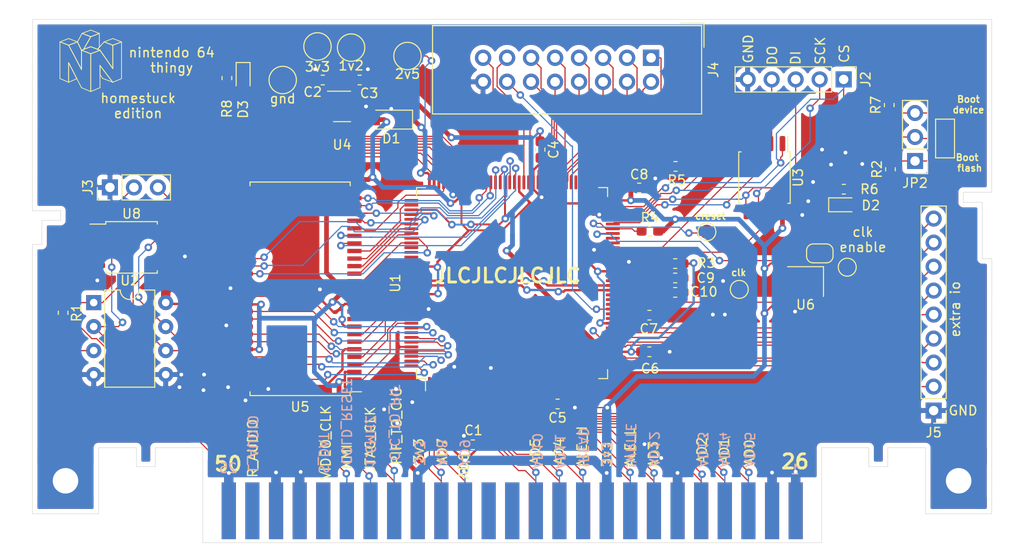
<source format=kicad_pcb>
(kicad_pcb (version 20171130) (host pcbnew 5.1.5)
  (layers (0 F.Cu signal) (31 B.Cu signal) (34 B.Paste user) (35 F.Paste user) (36 B.SilkS user) (37 F.SilkS user) (38 B.Mask user) (39 F.Mask user) (44 Edge.Cuts user))
  (net 0 "")
  (net 1 GND)
  (net 2 PIF_TO_CIC)
  (net 3 +3V3)
  (net 4 COLD_RESET#)
  (net 5 1.6MHZ)
  (net 6 CIC_TO_PIF)
  (net 7 "Net-(J1-Pad49)")
  (net 8 "Net-(J1-Pad46)")
  (net 9 NMI)
  (net 10 "Net-(J1-Pad44)")
  (net 11 /AD7)
  (net 12 /AD6)
  (net 13 "Net-(J1-Pad39)")
  (net 14 "Net-(J1-Pad38)")
  (net 15 /AD5)
  (net 16 /AD4)
  (net 17 /ALE_H)
  (net 18 /ALE_L)
  (net 19 /AD3)
  (net 20 /AD2)
  (net 21 /AD1)
  (net 22 /AD0)
  (net 23 "Net-(J1-Pad24)")
  (net 24 S_DAT)
  (net 25 /AD8)
  (net 26 /AD9)
  (net 27 "Net-(J1-Pad14)")
  (net 28 "Net-(J1-Pad13)")
  (net 29 /AD10)
  (net 30 /AD11)
  (net 31 /AD12)
  (net 32 /AD13)
  (net 33 /AD14)
  (net 34 /AD15)
  (net 35 /!WRITE)
  (net 36 /!READ)
  (net 37 "Net-(J3-Pad2)")
  (net 38 "Net-(R1-Pad2)")
  (net 39 "Net-(U1-Pad133)")
  (net 40 "Net-(U1-Pad109)")
  (net 41 "Net-(U1-Pad77)")
  (net 42 FLASH_CS)
  (net 43 FLASH_SCK)
  (net 44 FLASH_DI)
  (net 45 FLASH_DO)
  (net 46 "Net-(U1-Pad58)")
  (net 47 "Net-(U1-Pad51)")
  (net 48 "Net-(U1-Pad50)")
  (net 49 "Net-(U1-Pad36)")
  (net 50 "Net-(U1-Pad35)")
  (net 51 "Net-(U1-Pad34)")
  (net 52 "Net-(U1-Pad33)")
  (net 53 "Net-(U1-Pad32)")
  (net 54 "Net-(U1-Pad31)")
  (net 55 "Net-(U1-Pad29)")
  (net 56 "Net-(U1-Pad28)")
  (net 57 "Net-(U1-Pad26)")
  (net 58 "Net-(U1-Pad25)")
  (net 59 "Net-(U4-Pad4)")
  (net 60 "Net-(U1-Pad64)")
  (net 61 "Net-(U1-Pad63)")
  (net 62 "Net-(U1-Pad60)")
  (net 63 "Net-(U1-Pad56)")
  (net 64 "Net-(U1-Pad55)")
  (net 65 "Net-(U1-Pad48)")
  (net 66 "Net-(U1-Pad47)")
  (net 67 FLASH_IO3)
  (net 68 FLASH_IO2)
  (net 69 "Net-(J4-Pad15)")
  (net 70 FTDI_CLK)
  (net 71 "Net-(J4-Pad13)")
  (net 72 "Net-(J4-Pad12)")
  (net 73 "Net-(J4-Pad11)")
  (net 74 "Net-(J4-Pad10)")
  (net 75 "Net-(J4-Pad9)")
  (net 76 "Net-(J4-Pad8)")
  (net 77 "Net-(J4-Pad7)")
  (net 78 "Net-(J4-Pad6)")
  (net 79 "Net-(J4-Pad5)")
  (net 80 "Net-(J4-Pad4)")
  (net 81 "Net-(J4-Pad3)")
  (net 82 "Net-(J4-Pad2)")
  (net 83 "Net-(J4-Pad1)")
  (net 84 +1V2)
  (net 85 GNDPLL)
  (net 86 +2V5)
  (net 87 VCCPLL)
  (net 88 "Net-(U1-Pad106)")
  (net 89 "Net-(U1-Pad105)")
  (net 90 "Net-(U1-Pad104)")
  (net 91 "Net-(U1-Pad102)")
  (net 92 "Net-(U1-Pad101)")
  (net 93 "Net-(U1-Pad99)")
  (net 94 "Net-(U1-Pad98)")
  (net 95 "Net-(U1-Pad97)")
  (net 96 "Net-(U1-Pad96)")
  (net 97 "Net-(U1-Pad121)")
  (net 98 "Net-(U1-Pad120)")
  (net 99 "Net-(U1-Pad119)")
  (net 100 "Net-(U5-Pad40)")
  (net 101 DQ0)
  (net 102 DQ1)
  (net 103 DQ2)
  (net 104 DQ3)
  (net 105 DQ4)
  (net 106 DQ5)
  (net 107 DQ6)
  (net 108 UDQM)
  (net 109 CLK)
  (net 110 CKE)
  (net 111 !CS)
  (net 112 !RAS)
  (net 113 !CAS)
  (net 114 !WE)
  (net 115 LDQM)
  (net 116 DQ15)
  (net 117 DQ14)
  (net 118 DQ13)
  (net 119 DQ12)
  (net 120 DQ11)
  (net 121 DQ10)
  (net 122 DQ9)
  (net 123 DQ8)
  (net 124 DQ7)
  (net 125 "Net-(R4-Pad1)")
  (net 126 "Net-(D2-Pad2)")
  (net 127 "Net-(D2-Pad1)")
  (net 128 CLK25)
  (net 129 A12)
  (net 130 "Net-(J5-Pad9)")
  (net 131 "Net-(J5-Pad8)")
  (net 132 "Net-(J5-Pad7)")
  (net 133 "Net-(J5-Pad6)")
  (net 134 "Net-(J5-Pad5)")
  (net 135 "Net-(J5-Pad4)")
  (net 136 "Net-(J5-Pad3)")
  (net 137 "Net-(J5-Pad2)")
  (net 138 "Net-(JP1-Pad2)")
  (net 139 "Net-(JP2-Pad3)")
  (net 140 "Net-(JP2-Pad1)")
  (net 141 "Net-(D3-Pad1)")
  (net 142 "Net-(U1-Pad95)")
  (net 143 "Net-(U1-Pad94)")
  (net 144 "Net-(U1-Pad93)")
  (net 145 "Net-(U1-Pad91)")
  (net 146 "Net-(U1-Pad90)")
  (module Package_SO:SOIC-8_5.23x5.23mm_P1.27mm (layer F.Cu) (at 91.313 126.5555)
    (fp_text reference U8 (at 0 -3.56) (layer F.SilkS))
    (fp_text value ATtiny45V-10PU)
    (pad 8 smd roundrect (at 3.6 -1.905) (size 1.6 0.6) (layers F.Cu F.Paste F.Mask) (net 3 +3V3))
    (pad 7 smd roundrect (at 3.6 -0.635) (size 1.6 0.6) (layers F.Cu F.Paste F.Mask) (net 6 CIC_TO_PIF))
    (pad 6 smd roundrect (at 3.6 0.635) (size 1.6 0.6) (layers F.Cu F.Paste F.Mask) (net 2 PIF_TO_CIC))
    (pad 5 smd roundrect (at 3.6 1.905) (size 1.6 0.6) (layers F.Cu F.Paste F.Mask) (net 1 GND))
    (pad 4 smd roundrect (at -3.6 1.905) (size 1.6 0.6) (layers F.Cu F.Paste F.Mask) (net 1 GND))
    (pad 3 smd roundrect (at -3.6 0.635) (size 1.6 0.6) (layers F.Cu F.Paste F.Mask) (net 38 "Net-(R1-Pad2)"))
    (pad 2 smd roundrect (at -3.6 -0.635) (size 1.6 0.6) (layers F.Cu F.Paste F.Mask) (net 5 1.6MHZ))
    (pad 1 smd roundrect (at -3.6 -1.905) (size 1.6 0.6) (layers F.Cu F.Paste F.Mask) (net 4 COLD_RESET#))
  )
  (module Resistor_SMD:R_0603_1608Metric_Pad1.05x0.95mm_HandSolder (layer F.Cu) (at 84.074 133.477 270)
    (fp_text reference R1 (at 0 -1.43 270) (layer F.SilkS))
    (fp_text value 10k)
    (pad 2 smd roundrect (at 0.875 0 270) (size 1.05 0.95) (layers F.Cu F.Paste F.Mask) (net 38 "Net-(R1-Pad2)"))
    (pad 1 smd roundrect (at -0.875 0 270) (size 1.05 0.95) (layers F.Cu F.Paste F.Mask) (net 37 "Net-(J3-Pad2)"))
  )
  (module Resistor_SMD:R_0603_1608Metric_Pad1.05x0.95mm_HandSolder (layer F.Cu) (at 101.4095 108.6345 270)
    (fp_text reference R8 (at 3.2525 0 90) (layer F.SilkS))
    (fp_text value 1k)
    (pad 2 smd roundrect (at 0.875 0 270) (size 1.05 0.95) (layers F.Cu F.Paste F.Mask) (net 1 GND))
    (pad 1 smd roundrect (at -0.875 0 270) (size 1.05 0.95) (layers F.Cu F.Paste F.Mask) (net 141 "Net-(D3-Pad1)"))
  )
  (module n64:Nintendo_64_Logo (layer F.Cu) (at 86.995 106.807)
    (fp_text reference U7 hide)
    (fp_text value Nintendo_64_Logo hide)
  )
  (module LED_SMD:LED_0603_1608Metric_Pad1.05x0.95mm_HandSolder (layer F.Cu) (at 103.124 108.6485 270)
    (fp_text reference D3 (at 3.302 0 90) (layer F.SilkS))
    (fp_text value LED)
    (pad 2 smd roundrect (at 0.875 0 270) (size 1.05 0.95) (layers F.Cu F.Paste F.Mask) (net 3 +3V3))
    (pad 1 smd roundrect (at -0.875 0 270) (size 1.05 0.95) (layers F.Cu F.Paste F.Mask) (net 141 "Net-(D3-Pad1)"))
  )
  (module TestPoint:TestPoint_Pad_D1.5mm (layer F.Cu) (at 155.6385 131.0005)
    (fp_text reference TP3)
    (fp_text value TestPoint)
    (pad 1 smd circle (at 0 0) (size 1.5 1.5) (layers F.Cu F.Mask) (net 128 CLK25))
  )
  (module TestPoint:TestPoint_Pad_D1.5mm (layer F.Cu) (at 152.2095 124.9045)
    (fp_text reference TP2)
    (fp_text value TestPoint)
    (pad 1 smd circle (at 0 0) (size 1.5 1.5) (layers F.Cu F.Mask) (net 125 "Net-(R4-Pad1)"))
  )
  (module Jumper:SolderJumper-3_P1.3mm_Open_Pad1.0x1.5mm_NumberLabels (layer F.Cu) (at 177.419 115.0285 90)
    (fp_text reference JP3)
    (fp_text value Jumper_3_Open)
    (pad 1 smd rect (at -1.3 0 90) (size 1 1.5) (layers F.Cu F.Mask) (net 140 "Net-(JP2-Pad1)"))
    (pad 2 smd rect (at 0 0 90) (size 1 1.5) (layers F.Cu F.Mask) (net 42 FLASH_CS))
    (pad 3 smd rect (at 1.3 0 90) (size 1 1.5) (layers F.Cu F.Mask) (net 139 "Net-(JP2-Pad3)"))
  )
  (module Resistor_SMD:R_0603_1608Metric_Pad1.05x0.95mm_HandSolder (layer F.Cu) (at 171.5135 111.492 90)
    (fp_text reference R7 (at 0 -1.43 90) (layer F.SilkS))
    (fp_text value 10k)
    (pad 2 smd roundrect (at 0.875 0 90) (size 1.05 0.95) (layers F.Cu F.Paste F.Mask) (net 1 GND))
    (pad 1 smd roundrect (at -0.875 0 90) (size 1.05 0.95) (layers F.Cu F.Paste F.Mask) (net 139 "Net-(JP2-Pad3)"))
  )
  (module Connector_PinHeader_2.54mm:PinHeader_1x03_P2.54mm_Vertical (layer F.Cu) (at 174.244 117.4115 180)
    (fp_text reference JP2 (at 0 -2.33) (layer F.SilkS))
    (fp_text value Jumper_3_Open)
    (pad 3 thru_hole oval (at 0 5.08 180) (size 1.7 1.7) (drill 1) (layers *.Cu *.Mask) (net 139 "Net-(JP2-Pad3)"))
    (pad 2 thru_hole oval (at 0 2.54 180) (size 1.7 1.7) (drill 1) (layers *.Cu *.Mask) (net 42 FLASH_CS))
    (pad 1 thru_hole rect (at 0 0 180) (size 1.7 1.7) (drill 1) (layers *.Cu *.Mask) (net 140 "Net-(JP2-Pad1)"))
  )
  (module Jumper:SolderJumper-2_P1.3mm_Bridged_RoundedPad1.0x1.5mm (layer F.Cu) (at 164.1625 127.1905)
    (fp_text reference JP1)
    (fp_text value Jumper_NC_Small)
    (fp_poly (pts (xy 0.25 -0.3) (xy -0.25 -0.3) (xy -0.25 0.3) (xy 0.25 0.3)) (layer F.Cu) (width 0))
    (pad 1 smd custom (at -0.65 0) (size 1 0.5) (layers F.Cu F.Mask) (net 3 +3V3) (options (clearance outline) (anchor rect)) (primitives (gr_circle (center 0 0.25) (end 0.5 0.25) (width 0)) (gr_circle (center 0 -0.25) (end 0.5 -0.25) (width 0)) (gr_poly (pts (xy 0 -0.75) (xy 0.5 -0.75) (xy 0.5 0.75) (xy 0 0.75)) (width 0))))
    (pad 2 smd custom (at 0.65 0) (size 1 0.5) (layers F.Cu F.Mask) (net 138 "Net-(JP1-Pad2)") (options (clearance outline) (anchor rect)) (primitives (gr_circle (center 0 0.25) (end 0.5 0.25) (width 0)) (gr_circle (center 0 -0.25) (end 0.5 -0.25) (width 0)) (gr_poly (pts (xy 0 -0.75) (xy -0.5 -0.75) (xy -0.5 0.75) (xy 0 0.75)) (width 0))))
  )
  (module Connector_PinHeader_2.54mm:PinHeader_1x05_P2.54mm_Vertical (layer F.Cu) (at 166.6875 108.7755 270)
    (fp_text reference J2 (at 0 -2.33 90) (layer F.SilkS))
    (fp_text value Conn_01x05_Male)
    (pad 5 thru_hole oval (at 0 10.16 270) (size 1.7 1.7) (drill 1) (layers *.Cu *.Mask) (net 1 GND))
    (pad 4 thru_hole oval (at 0 7.62 270) (size 1.7 1.7) (drill 1) (layers *.Cu *.Mask) (net 45 FLASH_DO))
    (pad 3 thru_hole oval (at 0 5.08 270) (size 1.7 1.7) (drill 1) (layers *.Cu *.Mask) (net 44 FLASH_DI))
    (pad 2 thru_hole oval (at 0 2.54 270) (size 1.7 1.7) (drill 1) (layers *.Cu *.Mask) (net 43 FLASH_SCK))
    (pad 1 thru_hole rect (at 0 0 270) (size 1.7 1.7) (drill 1) (layers *.Cu *.Mask) (net 42 FLASH_CS))
  )
  (module Package_QFP:TQFP-144_20x20mm_P0.5mm (layer F.Cu) (at 131.592 130.334 90)
    (fp_text reference U1 (at 0 -12.35 90) (layer F.SilkS))
    (fp_text value ICE40HX4K-TQ144)
    (pad 144 smd roundrect (at -8.75 -10.6625 90) (size 0.3 1.475) (layers F.Cu F.Paste F.Mask) (net 116 DQ15))
    (pad 143 smd roundrect (at -8.25 -10.6625 90) (size 0.3 1.475) (layers F.Cu F.Paste F.Mask) (net 117 DQ14))
    (pad 142 smd roundrect (at -7.75 -10.6625 90) (size 0.3 1.475) (layers F.Cu F.Paste F.Mask) (net 118 DQ13))
    (pad 141 smd roundrect (at -7.25 -10.6625 90) (size 0.3 1.475) (layers F.Cu F.Paste F.Mask) (net 119 DQ12))
    (pad 140 smd roundrect (at -6.75 -10.6625 90) (size 0.3 1.475) (layers F.Cu F.Paste F.Mask) (net 1 GND))
    (pad 139 smd roundrect (at -6.25 -10.6625 90) (size 0.3 1.475) (layers F.Cu F.Paste F.Mask) (net 120 DQ11))
    (pad 138 smd roundrect (at -5.75 -10.6625 90) (size 0.3 1.475) (layers F.Cu F.Paste F.Mask) (net 121 DQ10))
    (pad 137 smd roundrect (at -5.25 -10.6625 90) (size 0.3 1.475) (layers F.Cu F.Paste F.Mask) (net 122 DQ9))
    (pad 136 smd roundrect (at -4.75 -10.6625 90) (size 0.3 1.475) (layers F.Cu F.Paste F.Mask) (net 123 DQ8))
    (pad 135 smd roundrect (at -4.25 -10.6625 90) (size 0.3 1.475) (layers F.Cu F.Paste F.Mask) (net 101 DQ0))
    (pad 134 smd roundrect (at -3.75 -10.6625 90) (size 0.3 1.475) (layers F.Cu F.Paste F.Mask) (net 102 DQ1))
    (pad 133 smd roundrect (at -3.25 -10.6625 90) (size 0.3 1.475) (layers F.Cu F.Paste F.Mask) (net 39 "Net-(U1-Pad133)"))
    (pad 132 smd roundrect (at -2.75 -10.6625 90) (size 0.3 1.475) (layers F.Cu F.Paste F.Mask) (net 1 GND))
    (pad 131 smd roundrect (at -2.25 -10.6625 90) (size 0.3 1.475) (layers F.Cu F.Paste F.Mask) (net 3 +3V3))
    (pad 130 smd roundrect (at -1.75 -10.6625 90) (size 0.3 1.475) (layers F.Cu F.Paste F.Mask) (net 103 DQ2))
    (pad 129 smd roundrect (at -1.25 -10.6625 90) (size 0.3 1.475) (layers F.Cu F.Paste F.Mask) (net 104 DQ3))
    (pad 128 smd roundrect (at -0.75 -10.6625 90) (size 0.3 1.475) (layers F.Cu F.Paste F.Mask) (net 105 DQ4))
    (pad 127 smd roundrect (at -0.25 -10.6625 90) (size 0.3 1.475) (layers F.Cu F.Paste F.Mask) (net 85 GNDPLL))
    (pad 126 smd roundrect (at 0.25 -10.6625 90) (size 0.3 1.475) (layers F.Cu F.Paste F.Mask) (net 87 VCCPLL))
    (pad 125 smd roundrect (at 0.75 -10.6625 90) (size 0.3 1.475) (layers F.Cu F.Paste F.Mask) (net 106 DQ5))
    (pad 124 smd roundrect (at 1.25 -10.6625 90) (size 0.3 1.475) (layers F.Cu F.Paste F.Mask) (net 107 DQ6))
    (pad 123 smd roundrect (at 1.75 -10.6625 90) (size 0.3 1.475) (layers F.Cu F.Paste F.Mask) (net 3 +3V3))
    (pad 122 smd roundrect (at 2.25 -10.6625 90) (size 0.3 1.475) (layers F.Cu F.Paste F.Mask) (net 124 DQ7))
    (pad 121 smd roundrect (at 2.75 -10.6625 90) (size 0.3 1.475) (layers F.Cu F.Paste F.Mask) (net 97 "Net-(U1-Pad121)"))
    (pad 120 smd roundrect (at 3.25 -10.6625 90) (size 0.3 1.475) (layers F.Cu F.Paste F.Mask) (net 98 "Net-(U1-Pad120)"))
    (pad 119 smd roundrect (at 3.75 -10.6625 90) (size 0.3 1.475) (layers F.Cu F.Paste F.Mask) (net 99 "Net-(U1-Pad119)"))
    (pad 118 smd roundrect (at 4.25 -10.6625 90) (size 0.3 1.475) (layers F.Cu F.Paste F.Mask) (net 115 LDQM))
    (pad 117 smd roundrect (at 4.75 -10.6625 90) (size 0.3 1.475) (layers F.Cu F.Paste F.Mask) (net 108 UDQM))
    (pad 116 smd roundrect (at 5.25 -10.6625 90) (size 0.3 1.475) (layers F.Cu F.Paste F.Mask) (net 114 !WE))
    (pad 115 smd roundrect (at 5.75 -10.6625 90) (size 0.3 1.475) (layers F.Cu F.Paste F.Mask) (net 113 !CAS))
    (pad 114 smd roundrect (at 6.25 -10.6625 90) (size 0.3 1.475) (layers F.Cu F.Paste F.Mask) (net 112 !RAS))
    (pad 113 smd roundrect (at 6.75 -10.6625 90) (size 0.3 1.475) (layers F.Cu F.Paste F.Mask) (net 109 CLK))
    (pad 112 smd roundrect (at 7.25 -10.6625 90) (size 0.3 1.475) (layers F.Cu F.Paste F.Mask) (net 110 CKE))
    (pad 111 smd roundrect (at 7.75 -10.6625 90) (size 0.3 1.475) (layers F.Cu F.Paste F.Mask) (net 84 +1V2))
    (pad 110 smd roundrect (at 8.25 -10.6625 90) (size 0.3 1.475) (layers F.Cu F.Paste F.Mask) (net 111 !CS))
    (pad 109 smd roundrect (at 8.75 -10.6625 90) (size 0.3 1.475) (layers F.Cu F.Paste F.Mask) (net 40 "Net-(U1-Pad109)"))
    (pad 108 smd roundrect (at 10.6625 -8.75 90) (size 1.475 0.3) (layers F.Cu F.Paste F.Mask) (net 86 +2V5))
    (pad 107 smd roundrect (at 10.6625 -8.25 90) (size 1.475 0.3) (layers F.Cu F.Paste F.Mask) (net 129 A12))
    (pad 106 smd roundrect (at 10.6625 -7.75 90) (size 1.475 0.3) (layers F.Cu F.Paste F.Mask) (net 88 "Net-(U1-Pad106)"))
    (pad 105 smd roundrect (at 10.6625 -7.25 90) (size 1.475 0.3) (layers F.Cu F.Paste F.Mask) (net 89 "Net-(U1-Pad105)"))
    (pad 104 smd roundrect (at 10.6625 -6.75 90) (size 1.475 0.3) (layers F.Cu F.Paste F.Mask) (net 90 "Net-(U1-Pad104)"))
    (pad 103 smd roundrect (at 10.6625 -6.25 90) (size 1.475 0.3) (layers F.Cu F.Paste F.Mask) (net 1 GND))
    (pad 102 smd roundrect (at 10.6625 -5.75 90) (size 1.475 0.3) (layers F.Cu F.Paste F.Mask) (net 91 "Net-(U1-Pad102)"))
    (pad 101 smd roundrect (at 10.6625 -5.25 90) (size 1.475 0.3) (layers F.Cu F.Paste F.Mask) (net 92 "Net-(U1-Pad101)"))
    (pad 100 smd roundrect (at 10.6625 -4.75 90) (size 1.475 0.3) (layers F.Cu F.Paste F.Mask) (net 3 +3V3))
    (pad 99 smd roundrect (at 10.6625 -4.25 90) (size 1.475 0.3) (layers F.Cu F.Paste F.Mask) (net 93 "Net-(U1-Pad99)"))
    (pad 98 smd roundrect (at 10.6625 -3.75 90) (size 1.475 0.3) (layers F.Cu F.Paste F.Mask) (net 94 "Net-(U1-Pad98)"))
    (pad 97 smd roundrect (at 10.6625 -3.25 90) (size 1.475 0.3) (layers F.Cu F.Paste F.Mask) (net 95 "Net-(U1-Pad97)"))
    (pad 96 smd roundrect (at 10.6625 -2.75 90) (size 1.475 0.3) (layers F.Cu F.Paste F.Mask) (net 96 "Net-(U1-Pad96)"))
    (pad 95 smd roundrect (at 10.6625 -2.25 90) (size 1.475 0.3) (layers F.Cu F.Paste F.Mask) (net 142 "Net-(U1-Pad95)"))
    (pad 94 smd roundrect (at 10.6625 -1.75 90) (size 1.475 0.3) (layers F.Cu F.Paste F.Mask) (net 143 "Net-(U1-Pad94)"))
    (pad 93 smd roundrect (at 10.6625 -1.25 90) (size 1.475 0.3) (layers F.Cu F.Paste F.Mask) (net 144 "Net-(U1-Pad93)"))
    (pad 92 smd roundrect (at 10.6625 -0.75 90) (size 1.475 0.3) (layers F.Cu F.Paste F.Mask) (net 84 +1V2))
    (pad 91 smd roundrect (at 10.6625 -0.25 90) (size 1.475 0.3) (layers F.Cu F.Paste F.Mask) (net 145 "Net-(U1-Pad91)"))
    (pad 90 smd roundrect (at 10.6625 0.25 90) (size 1.475 0.3) (layers F.Cu F.Paste F.Mask) (net 146 "Net-(U1-Pad90)"))
    (pad 89 smd roundrect (at 10.6625 0.75 90) (size 1.475 0.3) (layers F.Cu F.Paste F.Mask) (net 3 +3V3))
    (pad 88 smd roundrect (at 10.6625 1.25 90) (size 1.475 0.3) (layers F.Cu F.Paste F.Mask) (net 69 "Net-(J4-Pad15)"))
    (pad 87 smd roundrect (at 10.6625 1.75 90) (size 1.475 0.3) (layers F.Cu F.Paste F.Mask) (net 71 "Net-(J4-Pad13)"))
    (pad 86 smd roundrect (at 10.6625 2.25 90) (size 1.475 0.3) (layers F.Cu F.Paste F.Mask) (net 1 GND))
    (pad 85 smd roundrect (at 10.6625 2.75 90) (size 1.475 0.3) (layers F.Cu F.Paste F.Mask) (net 72 "Net-(J4-Pad12)"))
    (pad 84 smd roundrect (at 10.6625 3.25 90) (size 1.475 0.3) (layers F.Cu F.Paste F.Mask) (net 73 "Net-(J4-Pad11)"))
    (pad 83 smd roundrect (at 10.6625 3.75 90) (size 1.475 0.3) (layers F.Cu F.Paste F.Mask) (net 74 "Net-(J4-Pad10)"))
    (pad 82 smd roundrect (at 10.6625 4.25 90) (size 1.475 0.3) (layers F.Cu F.Paste F.Mask) (net 75 "Net-(J4-Pad9)"))
    (pad 81 smd roundrect (at 10.6625 4.75 90) (size 1.475 0.3) (layers F.Cu F.Paste F.Mask) (net 76 "Net-(J4-Pad8)"))
    (pad 80 smd roundrect (at 10.6625 5.25 90) (size 1.475 0.3) (layers F.Cu F.Paste F.Mask) (net 77 "Net-(J4-Pad7)"))
    (pad 79 smd roundrect (at 10.6625 5.75 90) (size 1.475 0.3) (layers F.Cu F.Paste F.Mask) (net 78 "Net-(J4-Pad6)"))
    (pad 78 smd roundrect (at 10.6625 6.25 90) (size 1.475 0.3) (layers F.Cu F.Paste F.Mask) (net 79 "Net-(J4-Pad5)"))
    (pad 77 smd roundrect (at 10.6625 6.75 90) (size 1.475 0.3) (layers F.Cu F.Paste F.Mask) (net 41 "Net-(U1-Pad77)"))
    (pad 76 smd roundrect (at 10.6625 7.25 90) (size 1.475 0.3) (layers F.Cu F.Paste F.Mask) (net 80 "Net-(J4-Pad4)"))
    (pad 75 smd roundrect (at 10.6625 7.75 90) (size 1.475 0.3) (layers F.Cu F.Paste F.Mask) (net 81 "Net-(J4-Pad3)"))
    (pad 74 smd roundrect (at 10.6625 8.25 90) (size 1.475 0.3) (layers F.Cu F.Paste F.Mask) (net 82 "Net-(J4-Pad2)"))
    (pad 73 smd roundrect (at 10.6625 8.75 90) (size 1.475 0.3) (layers F.Cu F.Paste F.Mask) (net 83 "Net-(J4-Pad1)"))
    (pad 72 smd roundrect (at 8.75 10.6625 90) (size 0.3 1.475) (layers F.Cu F.Paste F.Mask) (net 3 +3V3))
    (pad 71 smd roundrect (at 8.25 10.6625 90) (size 0.3 1.475) (layers F.Cu F.Paste F.Mask) (net 42 FLASH_CS))
    (pad 70 smd roundrect (at 7.75 10.6625 90) (size 0.3 1.475) (layers F.Cu F.Paste F.Mask) (net 43 FLASH_SCK))
    (pad 69 smd roundrect (at 7.25 10.6625 90) (size 0.3 1.475) (layers F.Cu F.Paste F.Mask) (net 1 GND))
    (pad 68 smd roundrect (at 6.75 10.6625 90) (size 0.3 1.475) (layers F.Cu F.Paste F.Mask) (net 44 FLASH_DI))
    (pad 67 smd roundrect (at 6.25 10.6625 90) (size 0.3 1.475) (layers F.Cu F.Paste F.Mask) (net 45 FLASH_DO))
    (pad 66 smd roundrect (at 5.75 10.6625 90) (size 0.3 1.475) (layers F.Cu F.Paste F.Mask) (net 125 "Net-(R4-Pad1)"))
    (pad 65 smd roundrect (at 5.25 10.6625 90) (size 0.3 1.475) (layers F.Cu F.Paste F.Mask) (net 126 "Net-(D2-Pad2)"))
    (pad 64 smd roundrect (at 4.75 10.6625 90) (size 0.3 1.475) (layers F.Cu F.Paste F.Mask) (net 60 "Net-(U1-Pad64)"))
    (pad 63 smd roundrect (at 4.25 10.6625 90) (size 0.3 1.475) (layers F.Cu F.Paste F.Mask) (net 61 "Net-(U1-Pad63)"))
    (pad 62 smd roundrect (at 3.75 10.6625 90) (size 0.3 1.475) (layers F.Cu F.Paste F.Mask) (net 68 FLASH_IO2))
    (pad 61 smd roundrect (at 3.25 10.6625 90) (size 0.3 1.475) (layers F.Cu F.Paste F.Mask) (net 67 FLASH_IO3))
    (pad 60 smd roundrect (at 2.75 10.6625 90) (size 0.3 1.475) (layers F.Cu F.Paste F.Mask) (net 62 "Net-(U1-Pad60)"))
    (pad 59 smd roundrect (at 2.25 10.6625 90) (size 0.3 1.475) (layers F.Cu F.Paste F.Mask) (net 1 GND))
    (pad 58 smd roundrect (at 1.75 10.6625 90) (size 0.3 1.475) (layers F.Cu F.Paste F.Mask) (net 46 "Net-(U1-Pad58)"))
    (pad 57 smd roundrect (at 1.25 10.6625 90) (size 0.3 1.475) (layers F.Cu F.Paste F.Mask) (net 3 +3V3))
    (pad 56 smd roundrect (at 0.75 10.6625 90) (size 0.3 1.475) (layers F.Cu F.Paste F.Mask) (net 63 "Net-(U1-Pad56)"))
    (pad 55 smd roundrect (at 0.25 10.6625 90) (size 0.3 1.475) (layers F.Cu F.Paste F.Mask) (net 64 "Net-(U1-Pad55)"))
    (pad 54 smd roundrect (at -0.25 10.6625 90) (size 0.3 1.475) (layers F.Cu F.Paste F.Mask) (net 87 VCCPLL))
    (pad 53 smd roundrect (at -0.75 10.6625 90) (size 0.3 1.475) (layers F.Cu F.Paste F.Mask) (net 85 GNDPLL))
    (pad 52 smd roundrect (at -1.25 10.6625 90) (size 0.3 1.475) (layers F.Cu F.Paste F.Mask) (net 128 CLK25))
    (pad 51 smd roundrect (at -1.75 10.6625 90) (size 0.3 1.475) (layers F.Cu F.Paste F.Mask) (net 47 "Net-(U1-Pad51)"))
    (pad 50 smd roundrect (at -2.25 10.6625 90) (size 0.3 1.475) (layers F.Cu F.Paste F.Mask) (net 48 "Net-(U1-Pad50)"))
    (pad 49 smd roundrect (at -2.75 10.6625 90) (size 0.3 1.475) (layers F.Cu F.Paste F.Mask) (net 70 FTDI_CLK))
    (pad 48 smd roundrect (at -3.25 10.6625 90) (size 0.3 1.475) (layers F.Cu F.Paste F.Mask) (net 65 "Net-(U1-Pad48)"))
    (pad 47 smd roundrect (at -3.75 10.6625 90) (size 0.3 1.475) (layers F.Cu F.Paste F.Mask) (net 66 "Net-(U1-Pad47)"))
    (pad 46 smd roundrect (at -4.25 10.6625 90) (size 0.3 1.475) (layers F.Cu F.Paste F.Mask) (net 3 +3V3))
    (pad 45 smd roundrect (at -4.75 10.6625 90) (size 0.3 1.475) (layers F.Cu F.Paste F.Mask) (net 130 "Net-(J5-Pad9)"))
    (pad 44 smd roundrect (at -5.25 10.6625 90) (size 0.3 1.475) (layers F.Cu F.Paste F.Mask) (net 131 "Net-(J5-Pad8)"))
    (pad 43 smd roundrect (at -5.75 10.6625 90) (size 0.3 1.475) (layers F.Cu F.Paste F.Mask) (net 132 "Net-(J5-Pad7)"))
    (pad 42 smd roundrect (at -6.25 10.6625 90) (size 0.3 1.475) (layers F.Cu F.Paste F.Mask) (net 133 "Net-(J5-Pad6)"))
    (pad 41 smd roundrect (at -6.75 10.6625 90) (size 0.3 1.475) (layers F.Cu F.Paste F.Mask) (net 134 "Net-(J5-Pad5)"))
    (pad 40 smd roundrect (at -7.25 10.6625 90) (size 0.3 1.475) (layers F.Cu F.Paste F.Mask) (net 84 +1V2))
    (pad 39 smd roundrect (at -7.75 10.6625 90) (size 0.3 1.475) (layers F.Cu F.Paste F.Mask) (net 135 "Net-(J5-Pad4)"))
    (pad 38 smd roundrect (at -8.25 10.6625 90) (size 0.3 1.475) (layers F.Cu F.Paste F.Mask) (net 136 "Net-(J5-Pad3)"))
    (pad 37 smd roundrect (at -8.75 10.6625 90) (size 0.3 1.475) (layers F.Cu F.Paste F.Mask) (net 137 "Net-(J5-Pad2)"))
    (pad 36 smd roundrect (at -10.6625 8.75 90) (size 1.475 0.3) (layers F.Cu F.Paste F.Mask) (net 49 "Net-(U1-Pad36)"))
    (pad 35 smd roundrect (at -10.6625 8.25 90) (size 1.475 0.3) (layers F.Cu F.Paste F.Mask) (net 50 "Net-(U1-Pad35)"))
    (pad 34 smd roundrect (at -10.6625 7.75 90) (size 1.475 0.3) (layers F.Cu F.Paste F.Mask) (net 51 "Net-(U1-Pad34)"))
    (pad 33 smd roundrect (at -10.6625 7.25 90) (size 1.475 0.3) (layers F.Cu F.Paste F.Mask) (net 52 "Net-(U1-Pad33)"))
    (pad 32 smd roundrect (at -10.6625 6.75 90) (size 1.475 0.3) (layers F.Cu F.Paste F.Mask) (net 53 "Net-(U1-Pad32)"))
    (pad 31 smd roundrect (at -10.6625 6.25 90) (size 1.475 0.3) (layers F.Cu F.Paste F.Mask) (net 54 "Net-(U1-Pad31)"))
    (pad 30 smd roundrect (at -10.6625 5.75 90) (size 1.475 0.3) (layers F.Cu F.Paste F.Mask) (net 3 +3V3))
    (pad 29 smd roundrect (at -10.6625 5.25 90) (size 1.475 0.3) (layers F.Cu F.Paste F.Mask) (net 55 "Net-(U1-Pad29)"))
    (pad 28 smd roundrect (at -10.6625 4.75 90) (size 1.475 0.3) (layers F.Cu F.Paste F.Mask) (net 56 "Net-(U1-Pad28)"))
    (pad 27 smd roundrect (at -10.6625 4.25 90) (size 1.475 0.3) (layers F.Cu F.Paste F.Mask) (net 84 +1V2))
    (pad 26 smd roundrect (at -10.6625 3.75 90) (size 1.475 0.3) (layers F.Cu F.Paste F.Mask) (net 57 "Net-(U1-Pad26)"))
    (pad 25 smd roundrect (at -10.6625 3.25 90) (size 1.475 0.3) (layers F.Cu F.Paste F.Mask) (net 58 "Net-(U1-Pad25)"))
    (pad 24 smd roundrect (at -10.6625 2.75 90) (size 1.475 0.3) (layers F.Cu F.Paste F.Mask) (net 34 /AD15))
    (pad 23 smd roundrect (at -10.6625 2.25 90) (size 1.475 0.3) (layers F.Cu F.Paste F.Mask) (net 22 /AD0))
    (pad 22 smd roundrect (at -10.6625 1.75 90) (size 1.475 0.3) (layers F.Cu F.Paste F.Mask) (net 33 /AD14))
    (pad 21 smd roundrect (at -10.6625 1.25 90) (size 1.475 0.3) (layers F.Cu F.Paste F.Mask) (net 21 /AD1))
    (pad 20 smd roundrect (at -10.6625 0.75 90) (size 1.475 0.3) (layers F.Cu F.Paste F.Mask) (net 32 /AD13))
    (pad 19 smd roundrect (at -10.6625 0.25 90) (size 1.475 0.3) (layers F.Cu F.Paste F.Mask) (net 20 /AD2))
    (pad 18 smd roundrect (at -10.6625 -0.25 90) (size 1.475 0.3) (layers F.Cu F.Paste F.Mask) (net 31 /AD12))
    (pad 17 smd roundrect (at -10.6625 -0.75 90) (size 1.475 0.3) (layers F.Cu F.Paste F.Mask) (net 19 /AD3))
    (pad 16 smd roundrect (at -10.6625 -1.25 90) (size 1.475 0.3) (layers F.Cu F.Paste F.Mask) (net 35 /!WRITE))
    (pad 15 smd roundrect (at -10.6625 -1.75 90) (size 1.475 0.3) (layers F.Cu F.Paste F.Mask) (net 18 /ALE_L))
    (pad 14 smd roundrect (at -10.6625 -2.25 90) (size 1.475 0.3) (layers F.Cu F.Paste F.Mask) (net 1 GND))
    (pad 13 smd roundrect (at -10.6625 -2.75 90) (size 1.475 0.3) (layers F.Cu F.Paste F.Mask) (net 1 GND))
    (pad 12 smd roundrect (at -10.6625 -3.25 90) (size 1.475 0.3) (layers F.Cu F.Paste F.Mask) (net 36 /!READ))
    (pad 11 smd roundrect (at -10.6625 -3.75 90) (size 1.475 0.3) (layers F.Cu F.Paste F.Mask) (net 17 /ALE_H))
    (pad 10 smd roundrect (at -10.6625 -4.25 90) (size 1.475 0.3) (layers F.Cu F.Paste F.Mask) (net 30 /AD11))
    (pad 9 smd roundrect (at -10.6625 -4.75 90) (size 1.475 0.3) (layers F.Cu F.Paste F.Mask) (net 16 /AD4))
    (pad 8 smd roundrect (at -10.6625 -5.25 90) (size 1.475 0.3) (layers F.Cu F.Paste F.Mask) (net 29 /AD10))
    (pad 7 smd roundrect (at -10.6625 -5.75 90) (size 1.475 0.3) (layers F.Cu F.Paste F.Mask) (net 15 /AD5))
    (pad 6 smd roundrect (at -10.6625 -6.25 90) (size 1.475 0.3) (layers F.Cu F.Paste F.Mask) (net 3 +3V3))
    (pad 5 smd roundrect (at -10.6625 -6.75 90) (size 1.475 0.3) (layers F.Cu F.Paste F.Mask) (net 1 GND))
    (pad 4 smd roundrect (at -10.6625 -7.25 90) (size 1.475 0.3) (layers F.Cu F.Paste F.Mask) (net 26 /AD9))
    (pad 3 smd roundrect (at -10.6625 -7.75 90) (size 1.475 0.3) (layers F.Cu F.Paste F.Mask) (net 12 /AD6))
    (pad 2 smd roundrect (at -10.6625 -8.25 90) (size 1.475 0.3) (layers F.Cu F.Paste F.Mask) (net 25 /AD8))
    (pad 1 smd roundrect (at -10.6625 -8.75 90) (size 1.475 0.3) (layers F.Cu F.Paste F.Mask) (net 11 /AD7))
  )
  (module Connector_PinHeader_2.54mm:PinHeader_1x09_P2.54mm_Vertical (layer F.Cu) (at 176.2125 143.8275 180)
    (fp_text reference J5 (at 0 -2.33) (layer F.SilkS))
    (fp_text value Conn_01x09_Male)
    (pad 9 thru_hole oval (at 0 20.32 180) (size 1.7 1.7) (drill 1) (layers *.Cu *.Mask) (net 130 "Net-(J5-Pad9)"))
    (pad 8 thru_hole oval (at 0 17.78 180) (size 1.7 1.7) (drill 1) (layers *.Cu *.Mask) (net 131 "Net-(J5-Pad8)"))
    (pad 7 thru_hole oval (at 0 15.24 180) (size 1.7 1.7) (drill 1) (layers *.Cu *.Mask) (net 132 "Net-(J5-Pad7)"))
    (pad 6 thru_hole oval (at 0 12.7 180) (size 1.7 1.7) (drill 1) (layers *.Cu *.Mask) (net 133 "Net-(J5-Pad6)"))
    (pad 5 thru_hole oval (at 0 10.16 180) (size 1.7 1.7) (drill 1) (layers *.Cu *.Mask) (net 134 "Net-(J5-Pad5)"))
    (pad 4 thru_hole oval (at 0 7.62 180) (size 1.7 1.7) (drill 1) (layers *.Cu *.Mask) (net 135 "Net-(J5-Pad4)"))
    (pad 3 thru_hole oval (at 0 5.08 180) (size 1.7 1.7) (drill 1) (layers *.Cu *.Mask) (net 136 "Net-(J5-Pad3)"))
    (pad 2 thru_hole oval (at 0 2.54 180) (size 1.7 1.7) (drill 1) (layers *.Cu *.Mask) (net 137 "Net-(J5-Pad2)"))
    (pad 1 thru_hole rect (at 0 0 180) (size 1.7 1.7) (drill 1) (layers *.Cu *.Mask) (net 1 GND))
  )
  (module TestPoint:TestPoint_Pad_D1.5mm (layer F.Cu) (at 167.0685 128.651)
    (fp_text reference TP1)
    (fp_text value TestPoint)
    (pad 1 smd circle (at 0 0) (size 1.5 1.5) (layers F.Cu F.Mask) (net 138 "Net-(JP1-Pad2)"))
  )
  (module Oscillator:Oscillator_SMD_Abracon_ASE-4Pin_3.2x2.5mm (layer F.Cu) (at 162.653 130.1745 180)
    (fp_text reference U6 (at 0 -2.45) (layer F.SilkS))
    (fp_text value Multicomp_Oscillator)
    (pad 4 smd rect (at -1.05 -0.825 180) (size 1.3 1.1) (layers F.Cu F.Paste F.Mask) (net 3 +3V3))
    (pad 3 smd rect (at 1.05 -0.825 180) (size 1.3 1.1) (layers F.Cu F.Paste F.Mask) (net 128 CLK25))
    (pad 2 smd rect (at 1.05 0.825 180) (size 1.3 1.1) (layers F.Cu F.Paste F.Mask) (net 1 GND))
    (pad 1 smd rect (at -1.05 0.825 180) (size 1.3 1.1) (layers F.Cu F.Paste F.Mask) (net 138 "Net-(JP1-Pad2)"))
  )
  (module TestPoint:TestPoint_Pad_D2.5mm (layer F.Cu) (at 120.523 106.299)
    (fp_text reference 2v5 (at 0 1.905) (layer F.SilkS))
    (fp_text value TestPoint)
    (pad 1 smd circle (at 0 0) (size 2.5 2.5) (layers F.Cu F.Mask) (net 86 +2V5))
  )
  (module TestPoint:TestPoint_Pad_D2.5mm (layer F.Cu) (at 107.315 108.839)
    (fp_text reference gnd1)
    (fp_text value TestPoint)
    (pad 1 smd circle (at 0 0) (size 2.5 2.5) (layers F.Cu F.Mask) (net 1 GND))
  )
  (module TestPoint:TestPoint_Pad_D2.5mm (layer F.Cu) (at 114.554 105.41)
    (fp_text reference 1v2 (at 0 1.905) (layer F.SilkS))
    (fp_text value TestPoint)
    (pad 1 smd circle (at 0 0) (size 2.5 2.5) (layers F.Cu F.Mask) (net 84 +1V2))
  )
  (module TestPoint:TestPoint_Pad_D2.5mm (layer F.Cu) (at 110.998 105.283)
    (fp_text reference 3v3 (at 0 2.159) (layer F.SilkS))
    (fp_text value TestPoint)
    (pad 1 smd circle (at 0 0) (size 2.5 2.5) (layers F.Cu F.Mask) (net 3 +3V3))
  )
  (module Resistor_SMD:R_0603_1608Metric_Pad1.05x0.95mm_HandSolder (layer F.Cu) (at 166.7015 120.396)
    (fp_text reference R6 (at 2.7165 0) (layer F.SilkS))
    (fp_text value 1k)
    (pad 2 smd roundrect (at 0.875 0) (size 1.05 0.95) (layers F.Cu F.Paste F.Mask) (net 1 GND))
    (pad 1 smd roundrect (at -0.875 0) (size 1.05 0.95) (layers F.Cu F.Paste F.Mask) (net 127 "Net-(D2-Pad1)"))
  )
  (module LED_SMD:LED_0603_1608Metric_Pad1.05x0.95mm_HandSolder (layer F.Cu) (at 166.765 122.047)
    (fp_text reference D2 (at 2.794 0.0635) (layer F.SilkS))
    (fp_text value LED)
    (pad 2 smd roundrect (at 0.875 0) (size 1.05 0.95) (layers F.Cu F.Paste F.Mask) (net 126 "Net-(D2-Pad2)"))
    (pad 1 smd roundrect (at -0.875 0) (size 1.05 0.95) (layers F.Cu F.Paste F.Mask) (net 127 "Net-(D2-Pad1)"))
  )
  (module Resistor_SMD:R_0603_1608Metric_Pad1.05x0.95mm_HandSolder (layer F.Cu) (at 148.8935 117.983)
    (fp_text reference R5 (at 0.127 1.4605) (layer F.SilkS))
    (fp_text value 10k)
    (pad 2 smd roundrect (at 0.875 0) (size 1.05 0.95) (layers F.Cu F.Paste F.Mask) (net 43 FLASH_SCK))
    (pad 1 smd roundrect (at -0.875 0) (size 1.05 0.95) (layers F.Cu F.Paste F.Mask) (net 3 +3V3))
  )
  (module Resistor_SMD:R_0603_1608Metric_Pad1.05x0.95mm_HandSolder (layer F.Cu) (at 146.177 124.841)
    (fp_text reference R4 (at 0 -1.43) (layer F.SilkS))
    (fp_text value 10k)
    (pad 1 smd roundrect (at -0.875 0) (size 1.05 0.95) (layers F.Cu F.Paste F.Mask) (net 125 "Net-(R4-Pad1)"))
    (pad 2 smd roundrect (at 0.875 0) (size 1.05 0.95) (layers F.Cu F.Paste F.Mask) (net 3 +3V3))
  )
  (module Package_SO:TSOP-II-54_22.2x10.16mm_P0.8mm (layer F.Cu) (at 109.1565 130.937 180)
    (fp_text reference U5 (at 0 -12.5) (layer F.SilkS))
    (fp_text value IS42S16320D)
    (pad 54 smd rect (at 5.75 -10.4 180) (size 1.51 0.458) (layers F.Cu F.Paste F.Mask) (net 1 GND))
    (pad 53 smd rect (at 5.75 -9.6 180) (size 1.51 0.458) (layers F.Cu F.Paste F.Mask) (net 116 DQ15))
    (pad 52 smd rect (at 5.75 -8.8 180) (size 1.51 0.458) (layers F.Cu F.Paste F.Mask) (net 1 GND))
    (pad 51 smd rect (at 5.75 -8 180) (size 1.51 0.458) (layers F.Cu F.Paste F.Mask) (net 117 DQ14))
    (pad 50 smd rect (at 5.75 -7.2 180) (size 1.51 0.458) (layers F.Cu F.Paste F.Mask) (net 118 DQ13))
    (pad 49 smd rect (at 5.75 -6.4 180) (size 1.51 0.458) (layers F.Cu F.Paste F.Mask) (net 3 +3V3))
    (pad 48 smd rect (at 5.75 -5.6 180) (size 1.51 0.458) (layers F.Cu F.Paste F.Mask) (net 119 DQ12))
    (pad 47 smd rect (at 5.75 -4.8 180) (size 1.51 0.458) (layers F.Cu F.Paste F.Mask) (net 120 DQ11))
    (pad 46 smd rect (at 5.75 -4 180) (size 1.51 0.458) (layers F.Cu F.Paste F.Mask) (net 1 GND))
    (pad 45 smd rect (at 5.75 -3.2 180) (size 1.51 0.458) (layers F.Cu F.Paste F.Mask) (net 121 DQ10))
    (pad 44 smd rect (at 5.75 -2.4 180) (size 1.51 0.458) (layers F.Cu F.Paste F.Mask) (net 122 DQ9))
    (pad 43 smd rect (at 5.75 -1.6 180) (size 1.51 0.458) (layers F.Cu F.Paste F.Mask) (net 3 +3V3))
    (pad 42 smd rect (at 5.75 -0.8 180) (size 1.51 0.458) (layers F.Cu F.Paste F.Mask) (net 123 DQ8))
    (pad 41 smd rect (at 5.75 0 180) (size 1.51 0.458) (layers F.Cu F.Paste F.Mask) (net 1 GND))
    (pad 40 smd rect (at 5.75 0.8 180) (size 1.51 0.458) (layers F.Cu F.Paste F.Mask) (net 100 "Net-(U5-Pad40)"))
    (pad 39 smd rect (at 5.75 1.6 180) (size 1.51 0.458) (layers F.Cu F.Paste F.Mask) (net 108 UDQM))
    (pad 38 smd rect (at 5.75 2.4 180) (size 1.51 0.458) (layers F.Cu F.Paste F.Mask) (net 109 CLK))
    (pad 37 smd rect (at 5.75 3.2 180) (size 1.51 0.458) (layers F.Cu F.Paste F.Mask) (net 110 CKE))
    (pad 36 smd rect (at 5.75 4 180) (size 1.51 0.458) (layers F.Cu F.Paste F.Mask) (net 129 A12))
    (pad 35 smd rect (at 5.75 4.8 180) (size 1.51 0.458) (layers F.Cu F.Paste F.Mask) (net 88 "Net-(U1-Pad106)"))
    (pad 34 smd rect (at 5.75 5.6 180) (size 1.51 0.458) (layers F.Cu F.Paste F.Mask) (net 90 "Net-(U1-Pad104)"))
    (pad 33 smd rect (at 5.75 6.4 180) (size 1.51 0.458) (layers F.Cu F.Paste F.Mask) (net 91 "Net-(U1-Pad102)"))
    (pad 32 smd rect (at 5.75 7.2 180) (size 1.51 0.458) (layers F.Cu F.Paste F.Mask) (net 92 "Net-(U1-Pad101)"))
    (pad 31 smd rect (at 5.75 8 180) (size 1.51 0.458) (layers F.Cu F.Paste F.Mask) (net 93 "Net-(U1-Pad99)"))
    (pad 30 smd rect (at 5.75 8.8 180) (size 1.51 0.458) (layers F.Cu F.Paste F.Mask) (net 94 "Net-(U1-Pad98)"))
    (pad 29 smd rect (at 5.75 9.6 180) (size 1.51 0.458) (layers F.Cu F.Paste F.Mask) (net 95 "Net-(U1-Pad97)"))
    (pad 28 smd rect (at 5.75 10.4 180) (size 1.51 0.458) (layers F.Cu F.Paste F.Mask) (net 1 GND))
    (pad 27 smd rect (at -5.75 10.4 180) (size 1.51 0.458) (layers F.Cu F.Paste F.Mask) (net 3 +3V3))
    (pad 26 smd rect (at -5.75 9.6 180) (size 1.51 0.458) (layers F.Cu F.Paste F.Mask) (net 96 "Net-(U1-Pad96)"))
    (pad 25 smd rect (at -5.75 8.8 180) (size 1.51 0.458) (layers F.Cu F.Paste F.Mask) (net 142 "Net-(U1-Pad95)"))
    (pad 24 smd rect (at -5.75 8 180) (size 1.51 0.458) (layers F.Cu F.Paste F.Mask) (net 143 "Net-(U1-Pad94)"))
    (pad 23 smd rect (at -5.75 7.2 180) (size 1.51 0.458) (layers F.Cu F.Paste F.Mask) (net 144 "Net-(U1-Pad93)"))
    (pad 22 smd rect (at -5.75 6.4 180) (size 1.51 0.458) (layers F.Cu F.Paste F.Mask) (net 89 "Net-(U1-Pad105)"))
    (pad 21 smd rect (at -5.75 5.6 180) (size 1.51 0.458) (layers F.Cu F.Paste F.Mask) (net 145 "Net-(U1-Pad91)"))
    (pad 20 smd rect (at -5.75 4.8 180) (size 1.51 0.458) (layers F.Cu F.Paste F.Mask) (net 146 "Net-(U1-Pad90)"))
    (pad 19 smd rect (at -5.75 4 180) (size 1.51 0.458) (layers F.Cu F.Paste F.Mask) (net 111 !CS))
    (pad 18 smd rect (at -5.75 3.2 180) (size 1.51 0.458) (layers F.Cu F.Paste F.Mask) (net 112 !RAS))
    (pad 17 smd rect (at -5.75 2.4 180) (size 1.51 0.458) (layers F.Cu F.Paste F.Mask) (net 113 !CAS))
    (pad 16 smd rect (at -5.75 1.6 180) (size 1.51 0.458) (layers F.Cu F.Paste F.Mask) (net 114 !WE))
    (pad 15 smd rect (at -5.75 0.8 180) (size 1.51 0.458) (layers F.Cu F.Paste F.Mask) (net 115 LDQM))
    (pad 14 smd rect (at -5.75 0 180) (size 1.51 0.458) (layers F.Cu F.Paste F.Mask) (net 3 +3V3))
    (pad 13 smd rect (at -5.75 -0.8 180) (size 1.51 0.458) (layers F.Cu F.Paste F.Mask) (net 124 DQ7))
    (pad 12 smd rect (at -5.75 -1.6 180) (size 1.51 0.458) (layers F.Cu F.Paste F.Mask) (net 1 GND))
    (pad 11 smd rect (at -5.75 -2.4 180) (size 1.51 0.458) (layers F.Cu F.Paste F.Mask) (net 107 DQ6))
    (pad 10 smd rect (at -5.75 -3.2 180) (size 1.51 0.458) (layers F.Cu F.Paste F.Mask) (net 106 DQ5))
    (pad 9 smd rect (at -5.75 -4 180) (size 1.51 0.458) (layers F.Cu F.Paste F.Mask) (net 3 +3V3))
    (pad 8 smd rect (at -5.75 -4.8 180) (size 1.51 0.458) (layers F.Cu F.Paste F.Mask) (net 105 DQ4))
    (pad 7 smd rect (at -5.75 -5.6 180) (size 1.51 0.458) (layers F.Cu F.Paste F.Mask) (net 104 DQ3))
    (pad 6 smd rect (at -5.75 -6.4 180) (size 1.51 0.458) (layers F.Cu F.Paste F.Mask) (net 1 GND))
    (pad 5 smd rect (at -5.75 -7.2 180) (size 1.51 0.458) (layers F.Cu F.Paste F.Mask) (net 103 DQ2))
    (pad 4 smd rect (at -5.75 -8 180) (size 1.51 0.458) (layers F.Cu F.Paste F.Mask) (net 102 DQ1))
    (pad 3 smd rect (at -5.75 -8.8 180) (size 1.51 0.458) (layers F.Cu F.Paste F.Mask) (net 3 +3V3))
    (pad 2 smd rect (at -5.75 -9.6 180) (size 1.51 0.458) (layers F.Cu F.Paste F.Mask) (net 101 DQ0))
    (pad 1 smd rect (at -5.75 -10.4 180) (size 1.51 0.458) (layers F.Cu F.Paste F.Mask) (net 3 +3V3))
  )
  (module Package_DIP:DIP-8_W7.62mm (layer B.Cu) (at 87.3125 132.3975)
    (fp_text reference U2 (at 3.81 -2.33) (layer F.SilkS))
    (fp_text value ATtiny45-20PU)
    (pad 1 thru_hole rect (at 0 0) (size 1.6 1.6) (drill 0.8) (layers *.Cu *.Mask) (net 4 COLD_RESET#))
    (pad 5 thru_hole oval (at 7.62 7.62) (size 1.6 1.6) (drill 0.8) (layers *.Cu *.Mask) (net 1 GND))
    (pad 2 thru_hole oval (at 0 2.54) (size 1.6 1.6) (drill 0.8) (layers *.Cu *.Mask) (net 5 1.6MHZ))
    (pad 6 thru_hole oval (at 7.62 5.08) (size 1.6 1.6) (drill 0.8) (layers *.Cu *.Mask) (net 2 PIF_TO_CIC))
    (pad 3 thru_hole oval (at 0 5.08) (size 1.6 1.6) (drill 0.8) (layers *.Cu *.Mask) (net 38 "Net-(R1-Pad2)"))
    (pad 7 thru_hole oval (at 7.62 2.54) (size 1.6 1.6) (drill 0.8) (layers *.Cu *.Mask) (net 6 CIC_TO_PIF))
    (pad 4 thru_hole oval (at 0 7.62) (size 1.6 1.6) (drill 0.8) (layers *.Cu *.Mask) (net 1 GND))
    (pad 8 thru_hole oval (at 7.62 0) (size 1.6 1.6) (drill 0.8) (layers *.Cu *.Mask) (net 3 +3V3))
  )
  (module Resistor_SMD:R_0603_1608Metric_Pad1.05x0.95mm_HandSolder (layer F.Cu) (at 148.858 128.27)
    (fp_text reference R3 (at 3.288 -0.0635) (layer F.SilkS))
    (fp_text value 100)
    (pad 2 smd roundrect (at 0.875 0) (size 1.05 0.95) (layers F.Cu F.Paste F.Mask) (net 84 +1V2))
    (pad 1 smd roundrect (at -0.875 0) (size 1.05 0.95) (layers F.Cu F.Paste F.Mask) (net 87 VCCPLL))
  )
  (module Diode_SMD:D_SOD-123 (layer F.Cu) (at 118.8085 113.03 180)
    (fp_text reference D1 (at 0 -2) (layer F.SilkS))
    (fp_text value D)
    (pad 2 smd rect (at 1.65 0 180) (size 0.9 1.2) (layers F.Cu F.Paste F.Mask) (net 3 +3V3))
    (pad 1 smd rect (at -1.65 0 180) (size 0.9 1.2) (layers F.Cu F.Paste F.Mask) (net 86 +2V5))
  )
  (module Resistor_SMD:R_0603_1608Metric_Pad1.05x0.95mm_HandSolder (layer F.Cu) (at 148.858 131.318)
    (fp_text reference C10 (at 3.034 -0.0635) (layer F.SilkS))
    (fp_text value 100n)
    (pad 2 smd roundrect (at 0.875 0) (size 1.05 0.95) (layers F.Cu F.Paste F.Mask) (net 85 GNDPLL))
    (pad 1 smd roundrect (at -0.875 0) (size 1.05 0.95) (layers F.Cu F.Paste F.Mask) (net 87 VCCPLL))
  )
  (module Resistor_SMD:R_0603_1608Metric_Pad1.05x0.95mm_HandSolder (layer F.Cu) (at 148.858 129.794)
    (fp_text reference C9 (at 3.2245 0) (layer F.SilkS))
    (fp_text value 10u)
    (pad 2 smd roundrect (at 0.875 0) (size 1.05 0.95) (layers F.Cu F.Paste F.Mask) (net 85 GNDPLL))
    (pad 1 smd roundrect (at -0.875 0) (size 1.05 0.95) (layers F.Cu F.Paste F.Mask) (net 87 VCCPLL))
  )
  (module Resistor_SMD:R_0603_1608Metric_Pad1.05x0.95mm_HandSolder (layer F.Cu) (at 145.048 120.269)
    (fp_text reference C8 (at 0 -1.43) (layer F.SilkS))
    (fp_text value 100n)
    (pad 2 smd roundrect (at 0.875 0) (size 1.05 0.95) (layers F.Cu F.Paste F.Mask) (net 1 GND))
    (pad 1 smd roundrect (at -0.875 0) (size 1.05 0.95) (layers F.Cu F.Paste F.Mask) (net 3 +3V3))
  )
  (module Resistor_SMD:R_0603_1608Metric_Pad1.05x0.95mm_HandSolder (layer F.Cu) (at 146.1275 133.731)
    (fp_text reference C7 (at -0.0635 1.4605) (layer F.SilkS))
    (fp_text value 100n)
    (pad 2 smd roundrect (at 0.875 0) (size 1.05 0.95) (layers F.Cu F.Paste F.Mask) (net 1 GND))
    (pad 1 smd roundrect (at -0.875 0) (size 1.05 0.95) (layers F.Cu F.Paste F.Mask) (net 3 +3V3))
  )
  (module Resistor_SMD:R_0603_1608Metric_Pad1.05x0.95mm_HandSolder (layer F.Cu) (at 146.1275 137.6045)
    (fp_text reference C6 (at 0.0775 1.778) (layer F.SilkS))
    (fp_text value 100n)
    (pad 2 smd roundrect (at 0.875 0) (size 1.05 0.95) (layers F.Cu F.Paste F.Mask) (net 1 GND))
    (pad 1 smd roundrect (at -0.875 0) (size 1.05 0.95) (layers F.Cu F.Paste F.Mask) (net 84 +1V2))
  )
  (module Resistor_SMD:R_0603_1608Metric_Pad1.05x0.95mm_HandSolder (layer F.Cu) (at 136.412 143.129)
    (fp_text reference C5 (at -0.014 1.4605) (layer F.SilkS))
    (fp_text value 100n)
    (pad 2 smd roundrect (at 0.875 0) (size 1.05 0.95) (layers F.Cu F.Paste F.Mask) (net 1 GND))
    (pad 1 smd roundrect (at -0.875 0) (size 1.05 0.95) (layers F.Cu F.Paste F.Mask) (net 84 +1V2))
  )
  (module Resistor_SMD:R_0603_1608Metric_Pad1.05x0.95mm_HandSolder (layer F.Cu) (at 134.5565 116.205 270)
    (fp_text reference C4 (at 0 -1.43 90) (layer F.SilkS))
    (fp_text value 100n)
    (pad 2 smd roundrect (at 0.875 0 270) (size 1.05 0.95) (layers F.Cu F.Paste F.Mask) (net 1 GND))
    (pad 1 smd roundrect (at -0.875 0 270) (size 1.05 0.95) (layers F.Cu F.Paste F.Mask) (net 84 +1V2))
  )
  (module Resistor_SMD:R_0603_1608Metric_Pad1.05x0.95mm_HandSolder (layer F.Cu) (at 115.457 108.839)
    (fp_text reference C3 (at 1.002 1.397) (layer F.SilkS))
    (fp_text value 1u)
    (pad 2 smd roundrect (at 0.875 0) (size 1.05 0.95) (layers F.Cu F.Paste F.Mask) (net 1 GND))
    (pad 1 smd roundrect (at -0.875 0) (size 1.05 0.95) (layers F.Cu F.Paste F.Mask) (net 84 +1V2))
  )
  (module Resistor_SMD:R_0603_1608Metric_Pad1.05x0.95mm_HandSolder (layer F.Cu) (at 111.5555 108.839 180)
    (fp_text reference C2 (at 1.0655 -1.27) (layer F.SilkS))
    (fp_text value 1u)
    (pad 2 smd roundrect (at 0.875 0 180) (size 1.05 0.95) (layers F.Cu F.Paste F.Mask) (net 1 GND))
    (pad 1 smd roundrect (at -0.875 0 180) (size 1.05 0.95) (layers F.Cu F.Paste F.Mask) (net 3 +3V3))
  )
  (module Resistor_SMD:R_0603_1608Metric_Pad1.05x0.95mm_HandSolder (layer F.Cu) (at 127.4445 147.447 180)
    (fp_text reference C1 (at -0.0635 1.524) (layer F.SilkS))
    (fp_text value 100n)
    (pad 2 smd roundrect (at 0.875 0 180) (size 1.05 0.95) (layers F.Cu F.Paste F.Mask) (net 1 GND))
    (pad 1 smd roundrect (at -0.875 0 180) (size 1.05 0.95) (layers F.Cu F.Paste F.Mask) (net 3 +3V3))
  )
  (module Resistor_SMD:R_0603_1608Metric_Pad1.05x0.95mm_HandSolder (layer F.Cu) (at 171.6405 118.2865 90)
    (fp_text reference R2 (at 0 -1.43 90) (layer F.SilkS))
    (fp_text value 10k)
    (pad 2 smd roundrect (at 0.875 0 90) (size 1.05 0.95) (layers F.Cu F.Paste F.Mask) (net 140 "Net-(JP2-Pad1)"))
    (pad 1 smd roundrect (at -0.875 0 90) (size 1.05 0.95) (layers F.Cu F.Paste F.Mask) (net 3 +3V3))
  )
  (module Connector_IDC:IDC-Header_2x08_P2.54mm_Vertical (layer F.Cu) (at 146.304 106.4895 270)
    (fp_text reference J4 (at 1.27 -6.604 90) (layer F.SilkS))
    (fp_text value Conn_02x08_Counter_Clockwise)
    (pad 16 thru_hole oval (at 2.54 17.78 270) (size 1.7272 1.7272) (drill 1.016) (layers *.Cu *.Mask) (net 1 GND))
    (pad 15 thru_hole oval (at 0 17.78 270) (size 1.7272 1.7272) (drill 1.016) (layers *.Cu *.Mask) (net 69 "Net-(J4-Pad15)"))
    (pad 14 thru_hole oval (at 2.54 15.24 270) (size 1.7272 1.7272) (drill 1.016) (layers *.Cu *.Mask) (net 70 FTDI_CLK))
    (pad 13 thru_hole oval (at 0 15.24 270) (size 1.7272 1.7272) (drill 1.016) (layers *.Cu *.Mask) (net 71 "Net-(J4-Pad13)"))
    (pad 12 thru_hole oval (at 2.54 12.7 270) (size 1.7272 1.7272) (drill 1.016) (layers *.Cu *.Mask) (net 72 "Net-(J4-Pad12)"))
    (pad 11 thru_hole oval (at 0 12.7 270) (size 1.7272 1.7272) (drill 1.016) (layers *.Cu *.Mask) (net 73 "Net-(J4-Pad11)"))
    (pad 10 thru_hole oval (at 2.54 10.16 270) (size 1.7272 1.7272) (drill 1.016) (layers *.Cu *.Mask) (net 74 "Net-(J4-Pad10)"))
    (pad 9 thru_hole oval (at 0 10.16 270) (size 1.7272 1.7272) (drill 1.016) (layers *.Cu *.Mask) (net 75 "Net-(J4-Pad9)"))
    (pad 8 thru_hole oval (at 2.54 7.62 270) (size 1.7272 1.7272) (drill 1.016) (layers *.Cu *.Mask) (net 76 "Net-(J4-Pad8)"))
    (pad 7 thru_hole oval (at 0 7.62 270) (size 1.7272 1.7272) (drill 1.016) (layers *.Cu *.Mask) (net 77 "Net-(J4-Pad7)"))
    (pad 6 thru_hole oval (at 2.54 5.08 270) (size 1.7272 1.7272) (drill 1.016) (layers *.Cu *.Mask) (net 78 "Net-(J4-Pad6)"))
    (pad 5 thru_hole oval (at 0 5.08 270) (size 1.7272 1.7272) (drill 1.016) (layers *.Cu *.Mask) (net 79 "Net-(J4-Pad5)"))
    (pad 4 thru_hole oval (at 2.54 2.54 270) (size 1.7272 1.7272) (drill 1.016) (layers *.Cu *.Mask) (net 80 "Net-(J4-Pad4)"))
    (pad 3 thru_hole oval (at 0 2.54 270) (size 1.7272 1.7272) (drill 1.016) (layers *.Cu *.Mask) (net 81 "Net-(J4-Pad3)"))
    (pad 2 thru_hole oval (at 2.54 0 270) (size 1.7272 1.7272) (drill 1.016) (layers *.Cu *.Mask) (net 82 "Net-(J4-Pad2)"))
    (pad 1 thru_hole rect (at 0 0 270) (size 1.7272 1.7272) (drill 1.016) (layers *.Cu *.Mask) (net 83 "Net-(J4-Pad1)"))
  )
  (module Package_TO_SOT_SMD:SOT-23-5 (layer F.Cu) (at 113.6015 111.633)
    (fp_text reference U4 (at 0 4.064) (layer F.SilkS))
    (fp_text value TLV73312PDBV)
    (pad 1 smd rect (at -1.1 -0.95) (size 1.06 0.65) (layers F.Cu F.Paste F.Mask) (net 3 +3V3))
    (pad 2 smd rect (at -1.1 0) (size 1.06 0.65) (layers F.Cu F.Paste F.Mask) (net 1 GND))
    (pad 3 smd rect (at -1.1 0.95) (size 1.06 0.65) (layers F.Cu F.Paste F.Mask) (net 3 +3V3))
    (pad 4 smd rect (at 1.1 0.95) (size 1.06 0.65) (layers F.Cu F.Paste F.Mask) (net 59 "Net-(U4-Pad4)"))
    (pad 5 smd rect (at 1.1 -0.95) (size 1.06 0.65) (layers F.Cu F.Paste F.Mask) (net 84 +1V2))
  )
  (module n64:Nintendo_64_Cartridge (layer F.Cu) (at 132.67 154.203)
    (fp_text reference J1)
    (fp_text value " ")
    (fp_line (start 31.6886 -6.444) (end 31.6886 3.6068) (layer Edge.Cuts) (width 0.05))
    (fp_line (start 31.6886 3.6068) (end -33.8114 3.6068) (layer Edge.Cuts) (width 0.05))
    (fp_line (start -33.8114 3.6068) (end -33.8114 -6.444) (layer Edge.Cuts) (width 0.05))
    (pad 50 connect rect (at -31.0614 0.2286) (size 1.5 6) (layers F.Cu F.Mask) (net 1 GND))
    (pad 49 connect rect (at -28.5614 0.2286) (size 1.5 6) (layers F.Cu F.Mask) (net 7 "Net-(J1-Pad49)"))
    (pad 48 connect rect (at -26.0614 0.2286) (size 1.5 6) (layers F.Cu F.Mask) (net 1 GND))
    (pad 47 connect rect (at -23.5614 0.2286) (size 1.5 6) (layers F.Cu F.Mask) (net 1 GND))
    (pad 46 connect rect (at -21.0614 0.2286) (size 1.5 6) (layers F.Cu F.Mask) (net 8 "Net-(J1-Pad46)"))
    (pad 45 connect rect (at -18.5614 0.2286) (size 1.5 6) (layers F.Cu F.Mask) (net 9 NMI))
    (pad 44 connect rect (at -16.0614 0.2286) (size 1.5 6) (layers F.Cu F.Mask) (net 10 "Net-(J1-Pad44)"))
    (pad 43 connect rect (at -13.5614 0.2286) (size 1.5 6) (layers F.Cu F.Mask) (net 2 PIF_TO_CIC))
    (pad 42 connect rect (at -11.0614 0.2286) (size 1.5 6) (layers F.Cu F.Mask) (net 3 +3V3))
    (pad 41 connect rect (at -8.5614 0.2286) (size 1.5 6) (layers F.Cu F.Mask) (net 11 /AD7))
    (pad 40 connect rect (at -6.0614 0.2286) (size 1.5 6) (layers F.Cu F.Mask) (net 12 /AD6))
    (pad 39 connect rect (at -3.5614 0.2286) (size 1.5 6) (layers F.Cu F.Mask) (net 13 "Net-(J1-Pad39)"))
    (pad 38 connect rect (at -1.0614 0.2286) (size 1.5 6) (layers F.Cu F.Mask) (net 14 "Net-(J1-Pad38)"))
    (pad 37 connect rect (at 1.4386 0.2286) (size 1.5 6) (layers F.Cu F.Mask) (net 15 /AD5))
    (pad 36 connect rect (at 3.9386 0.2286) (size 1.5 6) (layers F.Cu F.Mask) (net 16 /AD4))
    (pad 35 connect rect (at 6.4386 0.2286) (size 1.5 6) (layers F.Cu F.Mask) (net 17 /ALE_H))
    (pad 34 connect rect (at 8.9386 0.2286) (size 1.5 6) (layers F.Cu F.Mask) (net 3 +3V3))
    (pad 33 connect rect (at 11.4386 0.2286) (size 1.5 6) (layers F.Cu F.Mask) (net 18 /ALE_L))
    (pad 32 connect rect (at 13.9386 0.2286) (size 1.5 6) (layers F.Cu F.Mask) (net 19 /AD3))
    (pad 31 connect rect (at 16.4386 0.2286) (size 1.5 6) (layers F.Cu F.Mask) (net 1 GND))
    (pad 30 connect rect (at 18.9386 0.2286) (size 1.5 6) (layers F.Cu F.Mask) (net 20 /AD2))
    (pad 29 connect rect (at 21.4386 0.2286) (size 1.5 6) (layers F.Cu F.Mask) (net 21 /AD1))
    (pad 28 connect rect (at 23.9386 0.2286) (size 1.5 6) (layers F.Cu F.Mask) (net 22 /AD0))
    (pad 27 connect rect (at 26.4386 0.2286) (size 1.5 6) (layers F.Cu F.Mask) (net 1 GND))
    (pad 26 connect rect (at 28.9386 0.2286) (size 1.5 6) (layers F.Cu F.Mask) (net 1 GND))
    (pad 25 connect rect (at -31.0614 0.2286) (size 1.5 6) (layers B.Cu B.Mask) (net 1 GND))
    (pad 1 connect rect (at 28.9386 0.2286) (size 1.5 6) (layers B.Cu B.Mask) (net 1 GND))
    (pad 2 connect rect (at 26.4386 0.2286) (size 1.5 6) (layers B.Cu B.Mask) (net 1 GND))
    (pad 3 connect rect (at 23.9386 0.2286) (size 1.5 6) (layers B.Cu B.Mask) (net 34 /AD15))
    (pad 4 connect rect (at 21.4386 0.2286) (size 1.5 6) (layers B.Cu B.Mask) (net 33 /AD14))
    (pad 5 connect rect (at 18.9386 0.2286) (size 1.5 6) (layers B.Cu B.Mask) (net 32 /AD13))
    (pad 6 connect rect (at 16.4386 0.2286) (size 1.5 6) (layers B.Cu B.Mask) (net 1 GND))
    (pad 7 connect rect (at 13.9386 0.2286) (size 1.5 6) (layers B.Cu B.Mask) (net 31 /AD12))
    (pad 8 connect rect (at 11.4386 0.2286) (size 1.5 6) (layers B.Cu B.Mask) (net 35 /!WRITE))
    (pad 9 connect rect (at 8.9386 0.2286) (size 1.5 6) (layers B.Cu B.Mask) (net 3 +3V3))
    (pad 10 connect rect (at 6.4386 0.2286) (size 1.5 6) (layers B.Cu B.Mask) (net 36 /!READ))
    (pad 11 connect rect (at 3.9386 0.2286) (size 1.5 6) (layers B.Cu B.Mask) (net 30 /AD11))
    (pad 12 connect rect (at 1.4386 0.2286) (size 1.5 6) (layers B.Cu B.Mask) (net 29 /AD10))
    (pad 13 connect rect (at -1.0614 0.2286) (size 1.5 6) (layers B.Cu B.Mask) (net 28 "Net-(J1-Pad13)"))
    (pad 14 connect rect (at -3.5614 0.2286) (size 1.5 6) (layers B.Cu B.Mask) (net 27 "Net-(J1-Pad14)"))
    (pad 15 connect rect (at -6.0614 0.2286) (size 1.5 6) (layers B.Cu B.Mask) (net 26 /AD9))
    (pad 16 connect rect (at -8.5614 0.2286) (size 1.5 6) (layers B.Cu B.Mask) (net 25 /AD8))
    (pad 17 connect rect (at -11.0614 0.2286) (size 1.5 6) (layers B.Cu B.Mask) (net 3 +3V3))
    (pad 18 connect rect (at -13.5614 0.2286) (size 1.5 6) (layers B.Cu B.Mask) (net 6 CIC_TO_PIF))
    (pad 19 connect rect (at -16.0614 0.2286) (size 1.5 6) (layers B.Cu B.Mask) (net 5 1.6MHZ))
    (pad 20 connect rect (at -18.5614 0.2286) (size 1.5 6) (layers B.Cu B.Mask) (net 4 COLD_RESET#))
    (pad 21 connect rect (at -21.0614 0.2286) (size 1.5 6) (layers B.Cu B.Mask) (net 24 S_DAT))
    (pad 22 connect rect (at -23.5614 0.2286) (size 1.5 6) (layers B.Cu B.Mask) (net 1 GND))
    (pad 23 connect rect (at -26.0614 0.2286) (size 1.5 6) (layers B.Cu B.Mask) (net 1 GND))
    (pad 24 connect rect (at -28.5614 0.2286) (size 1.5 6) (layers B.Cu B.Mask) (net 23 "Net-(J1-Pad24)"))
  )
  (module Package_SO:SOIC-8_5.23x5.23mm_P1.27mm (layer F.Cu) (at 158.3055 119.17 270)
    (fp_text reference U3 (at 0 -3.56 90) (layer F.SilkS))
    (fp_text value S25FL064)
    (pad 8 smd roundrect (at 3.6 -1.905 270) (size 1.6 0.6) (layers F.Cu F.Paste F.Mask) (net 3 +3V3))
    (pad 7 smd roundrect (at 3.6 -0.635 270) (size 1.6 0.6) (layers F.Cu F.Paste F.Mask) (net 67 FLASH_IO3))
    (pad 6 smd roundrect (at 3.6 0.635 270) (size 1.6 0.6) (layers F.Cu F.Paste F.Mask) (net 43 FLASH_SCK))
    (pad 5 smd roundrect (at 3.6 1.905 270) (size 1.6 0.6) (layers F.Cu F.Paste F.Mask) (net 44 FLASH_DI))
    (pad 4 smd roundrect (at -3.6 1.905 270) (size 1.6 0.6) (layers F.Cu F.Paste F.Mask) (net 1 GND))
    (pad 3 smd roundrect (at -3.6 0.635 270) (size 1.6 0.6) (layers F.Cu F.Paste F.Mask) (net 68 FLASH_IO2))
    (pad 2 smd roundrect (at -3.6 -0.635 270) (size 1.6 0.6) (layers F.Cu F.Paste F.Mask) (net 45 FLASH_DO))
    (pad 1 smd roundrect (at -3.6 -1.905 270) (size 1.6 0.6) (layers F.Cu F.Paste F.Mask) (net 42 FLASH_CS))
  )
  (module MountingHole:MountingHole_2.7mm_M2.5_Pad (layer B.Cu) (at 178.858 151.2594)
    (fp_text reference H1)
    (fp_text value MountingHole_Pad)
    (pad 1 thru_hole circle (at 0 0) (size 5.4 5.4) (drill 2.7) (layers *.Cu *.Mask) (net 1 GND))
  )
  (module Connector_PinHeader_2.54mm:PinHeader_1x03_P2.54mm_Vertical (layer B.Cu) (at 89.027 120.2055 90)
    (fp_text reference J3 (at 0 -2.33 90) (layer F.SilkS))
    (fp_text value Conn_01x03_Male)
    (pad 3 thru_hole oval (at 0 5.08 90) (size 1.7 1.7) (drill 1) (layers *.Cu *.Mask) (net 3 +3V3))
    (pad 2 thru_hole oval (at 0 2.54 90) (size 1.7 1.7) (drill 1) (layers *.Cu *.Mask) (net 37 "Net-(J3-Pad2)"))
    (pad 1 thru_hole rect (at 0 0 90) (size 1.7 1.7) (drill 1) (layers *.Cu *.Mask) (net 1 GND))
  )
  (module MountingHole:MountingHole_2.7mm_M2.5_Pad (layer B.Cu) (at 84.326 151.2594)
    (fp_text reference H2)
    (fp_text value MountingHole_Pad)
    (pad 1 thru_hole circle (at 0 0) (size 5.4 5.4) (drill 2.7) (layers *.Cu *.Mask) (net 1 GND))
  )
  (gr_text GND (at 179.324 143.8275) (layer F.SilkS) (effects (font (size 1 1))))
  (gr_text GND (at 156.591 105.537 90) (layer F.SilkS) (effects (font (size 1 1))))
  (gr_text CS (at 166.751 106.045 90) (layer F.SilkS) (effects (font (size 1 1))))
  (gr_text SCK (at 164.211 105.7275 90) (layer F.SilkS) (effects (font (size 1 1))))
  (gr_text DI (at 161.6075 106.4895 90) (layer F.SilkS) (effects (font (size 1 1))))
  (gr_text DO (at 159.131 106.2355 90) (layer F.SilkS) (effects (font (size 1 1))))
  (gr_text creset (at 152.5905 123.2535) (layer F.SilkS) (effects (font (size 0.7 0.7))))
  (gr_text gnd (at 107.315 110.8075) (layer F.SilkS) (effects (font (size 1 1))))
  (gr_text "extra io" (at 178.4985 133.096 90) (layer F.SilkS) (effects (font (size 1 1))))
  (gr_text clk (at 155.575 129.2225) (layer F.SilkS) (effects (font (size 0.7 0.7))))
  (gr_text "clk\nenable" (at 168.7195 125.73) (layer F.SilkS) (effects (font (size 1 1))))
  (gr_text "Boot\ndevice" (at 179.8955 111.4425) (layer F.SilkS) (effects (font (size 0.7 0.7))))
  (gr_text "Boot \nflash" (at 180.0225 117.602) (layer F.SilkS) (effects (font (size 0.7 0.7))))
  (gr_text VIDEO_CLK (at 111.887 147.193 90) (layer F.SilkS) (effects (font (size 1 1))))
  (gr_text R_AUDIO (at 104.14 147.828 90) (layer F.SilkS) (effects (font (size 1 1))))
  (gr_text 3v3 (at 141.605 148.463 90) (layer F.SilkS) (effects (font (size 1 1))))
  (gr_text L_AUDIO (at 104.14 147.32 270) (layer B.SilkS) (effects (font (size 1 1)) (justify mirror)))
  (gr_text AD15 (at 156.718 147.955 270) (layer B.SilkS) (effects (font (size 1 1)) (justify mirror)))
  (gr_text AD14 (at 154.051 147.955 270) (layer B.SilkS) (effects (font (size 1 1)) (justify mirror)))
  (gr_text AD13 (at 151.765 147.955 270) (layer B.SilkS) (effects (font (size 1 1)) (justify mirror)))
  (gr_text AD12 (at 146.6215 147.8915 270) (layer B.SilkS) (effects (font (size 1 1)) (justify mirror)))
  (gr_text !WRITE (at 144.145 147.5105 270) (layer B.SilkS) (effects (font (size 1 1)) (justify mirror)))
  (gr_text 3v3 (at 141.605 148.463 270) (layer B.SilkS) (effects (font (size 1 1)) (justify mirror)))
  (gr_text !READ (at 139.1285 147.701 270) (layer B.SilkS) (effects (font (size 1 1)) (justify mirror)))
  (gr_text AD11 (at 136.652 148.1455 270) (layer B.SilkS) (effects (font (size 1 1)) (justify mirror)))
  (gr_text AD10 (at 134.239 148.082 270) (layer B.SilkS) (effects (font (size 1 1)) (justify mirror)))
  (gr_text AD9 (at 126.5555 148.2725 270) (layer B.SilkS) (effects (font (size 1 1)) (justify mirror)))
  (gr_text AD8 (at 124.1425 148.2725 270) (layer B.SilkS) (effects (font (size 1 1)) (justify mirror)))
  (gr_text 3v3 (at 121.793 148.336 270) (layer B.SilkS) (effects (font (size 1 1)) (justify mirror)))
  (gr_text CIC_TO_PIF (at 119.126 145.0975 270) (layer B.SilkS) (effects (font (size 1 1)) (justify mirror)))
  (gr_text 1.6MHZ (at 116.586 147.066 270) (layer B.SilkS) (effects (font (size 1 1)) (justify mirror)))
  (gr_text COLD_RESET (at 114.046 145.034 270) (layer B.SilkS) (effects (font (size 1 1)) (justify mirror)))
  (gr_text S_DAT (at 111.633 148.336 270) (layer B.SilkS) (effects (font (size 1 1)) (justify mirror)))
  (gr_text AD0 (at 156.718 148.2725 90) (layer F.SilkS) (effects (font (size 1 1))))
  (gr_text AD1 (at 154.051 148.082 90) (layer F.SilkS) (effects (font (size 1 1))))
  (gr_text AD2 (at 151.7015 148.0185 90) (layer F.SilkS) (effects (font (size 1 1))))
  (gr_text AD3 (at 146.558 148.463 90) (layer F.SilkS) (effects (font (size 1 1))))
  (gr_text ALE_L (at 144.0815 147.701 90) (layer F.SilkS) (effects (font (size 1 1))))
  (gr_text ALE_H (at 139.0015 147.6375 90) (layer F.SilkS) (effects (font (size 1 1))))
  (gr_text AD4 (at 136.5885 148.1455 90) (layer F.SilkS) (effects (font (size 1 1))))
  (gr_text AD5 (at 134.0485 148.1455 90) (layer F.SilkS) (effects (font (size 1 1))))
  (gr_text AD6 (at 126.492 149.6695 90) (layer F.SilkS) (effects (font (size 1 1))))
  (gr_text AD7 (at 124.206 148.1455 90) (layer F.SilkS) (effects (font (size 1 1))))
  (gr_text 3v3 (at 121.7295 148.082 90) (layer F.SilkS) (effects (font (size 1 1))))
  (gr_text PIF_TO_CIC (at 119.38 145.4785 90) (layer F.SilkS) (effects (font (size 1 1))))
  (gr_text JTAG_CLK (at 116.586 146.8755 90) (layer F.SilkS) (effects (font (size 1 1))))
  (gr_text NMI (at 114.1095 148.717 90) (layer F.SilkS) (effects (font (size 1 1))))
  (gr_text "homestuck\nedition" (at 92.0115 111.5695) (layer F.SilkS) (effects (font (size 1 1))))
  (gr_text "nintendo 64\nthingy" (at 95.5675 106.7435) (layer F.SilkS) (effects (font (size 1 1))))
  (gr_text JLCJLCJLCJLC (at 131.1275 129.54) (layer F.SilkS) (effects (font (size 1.5 1.5) (thickness 0.3))))
  (gr_text 25 (at 101.5365 149.9235) (layer B.SilkS) (effects (font (size 1 1)) (justify mirror)))
  (gr_text 50 (at 101.5365 149.479) (layer F.SilkS) (effects (font (size 1.5 1.5) (thickness 0.3))))
  (gr_text 26 (at 161.544 149.225) (layer F.SilkS) (effects (font (size 1.5 1.5) (thickness 0.3))))
  (gr_text 1 (at 161.544 150.0505) (layer B.SilkS) (effects (font (size 1 1)) (justify mirror)))
  (gr_line (start 182.358 154.7594) (end 182.372 127.762) (layer Edge.Cuts) (width 0.05))
  (gr_line (start 164.3586 147.759) (end 169.358 147.7594) (layer Edge.Cuts) (width 0.05))
  (gr_line (start 181.358 121.793) (end 179.358 121.793) (layer Edge.Cuts) (width 0.05))
  (gr_line (start 171.358 149.7594) (end 171.358 147.7594) (layer Edge.Cuts) (width 0.05))
  (gr_line (start 179.358 121.793) (end 179.358 120.7135) (layer Edge.Cuts) (width 0.05))
  (gr_line (start 181.358 127.7594) (end 181.358 121.793) (layer Edge.Cuts) (width 0.05))
  (gr_line (start 171.358 147.7594) (end 175.358 147.7594) (layer Edge.Cuts) (width 0.05))
  (gr_line (start 182.358 120.7135) (end 179.358 120.7135) (layer Edge.Cuts) (width 0.05))
  (gr_line (start 182.372 127.7594) (end 181.358 127.7594) (layer Edge.Cuts) (width 0.05))
  (gr_line (start 169.358 147.7594) (end 169.358 149.7594) (layer Edge.Cuts) (width 0.05))
  (gr_line (start 175.358 147.7594) (end 175.358 154.7594) (layer Edge.Cuts) (width 0.05))
  (gr_line (start 182.358 120.7135) (end 182.358 102.4265) (layer Edge.Cuts) (width 0.05))
  (gr_line (start 175.358 154.7594) (end 182.358 154.7594) (layer Edge.Cuts) (width 0.05))
  (gr_line (start 169.358 149.7594) (end 171.358 149.7594) (layer Edge.Cuts) (width 0.05))
  (gr_line (start 182.358 102.4265) (end 80.8355 102.4265) (layer Edge.Cuts) (width 0.05))
  (gr_line (start 80.826 122.682) (end 80.8355 102.4265) (layer Edge.Cuts) (width 0.05))
  (gr_line (start 83.82 122.682) (end 80.826 122.682) (layer Edge.Cuts) (width 0.05))
  (gr_line (start 83.82 123.698) (end 83.82 122.682) (layer Edge.Cuts) (width 0.05))
  (gr_line (start 81.826 123.698) (end 83.82 123.698) (layer Edge.Cuts) (width 0.05))
  (gr_line (start 81.826 126.238) (end 81.826 123.698) (layer Edge.Cuts) (width 0.05))
  (gr_line (start 80.826 126.238) (end 81.826 126.238) (layer Edge.Cuts) (width 0.05))
  (gr_line (start 80.826 154.7594) (end 80.826 126.238) (layer Edge.Cuts) (width 0.05))
  (gr_line (start 87.826 154.7594) (end 80.826 154.7594) (layer Edge.Cuts) (width 0.05))
  (gr_line (start 87.826 147.7594) (end 87.826 154.7594) (layer Edge.Cuts) (width 0.05))
  (gr_line (start 91.826 147.7594) (end 87.826 147.7594) (layer Edge.Cuts) (width 0.05))
  (gr_line (start 91.826 149.7594) (end 91.826 147.7594) (layer Edge.Cuts) (width 0.05))
  (gr_line (start 93.826 149.7594) (end 91.826 149.7594) (layer Edge.Cuts) (width 0.05))
  (gr_line (start 93.826 147.7594) (end 93.826 149.7594) (layer Edge.Cuts) (width 0.05))
  (gr_line (start 98.8586 147.759) (end 93.826 147.7594) (layer Edge.Cuts) (width 0.05))
  (segment (start 149.098 154.422) (end 149.108 154.432) (width 0.127) (layer B.Cu) (net 1))
  (segment (start 120.9295 133.084) (end 122.7575 133.084) (width 0.25) (layer F.Cu) (net 1))
  (segment (start 124.842 140.9965) (end 124.842 139.066) (width 0.25) (layer F.Cu) (net 1))
  (segment (start 129.342 140.914) (end 129.3495 140.9065) (width 0.25) (layer F.Cu) (net 1))
  (segment (start 129.342 140.9965) (end 129.342 140.914) (width 0.25) (layer F.Cu) (net 1))
  (segment (start 129.3495 140.9065) (end 129.3495 139.319) (width 0.25) (layer F.Cu) (net 1))
  (segment (start 128.842 140.9965) (end 128.842 140.9705) (width 0.25) (layer F.Cu) (net 1))
  (segment (start 128.842 140.9965) (end 128.842 139.129) (width 0.25) (layer F.Cu) (net 1))
  (segment (start 142.2545 128.084) (end 140.8385 128.084) (width 0.25) (layer F.Cu) (net 1))
  (segment (start 142.2545 128.084) (end 143.959 128.084) (width 0.25) (layer F.Cu) (net 1))
  (segment (start 142.2545 123.084) (end 140.822 123.084) (width 0.25) (layer F.Cu) (net 1))
  (segment (start 142.2545 123.084) (end 144.124 123.084) (width 0.25) (layer F.Cu) (net 1))
  (segment (start 125.342 120.0715) (end 125.349 120.0785) (width 0.25) (layer F.Cu) (net 1))
  (segment (start 125.342 119.6715) (end 125.342 120.0715) (width 0.25) (layer F.Cu) (net 1))
  (segment (start 125.342 120.409) (end 125.349 120.416) (width 0.25) (layer F.Cu) (net 1))
  (segment (start 125.342 119.6715) (end 125.342 120.409) (width 0.25) (layer F.Cu) (net 1))
  (segment (start 125.349 120.416) (end 125.349 121.158) (width 0.25) (layer F.Cu) (net 1))
  (segment (start 120.9295 133.084) (end 119.392 133.084) (width 0.25) (layer F.Cu) (net 1))
  (segment (start 101.6086 150.4316) (end 101.6086 150.4316) (width 1) (layer F.Cu) (net 1))
  (segment (start 101.6086 154.4316) (end 101.6086 150.4316) (width 1) (layer F.Cu) (net 1))
  (segment (start 106.6086 154.4316) (end 106.6086 150.3759) (width 1) (layer F.Cu) (net 1))
  (segment (start 109.1086 150.4316) (end 109.22 150.3202) (width 1) (layer F.Cu) (net 1))
  (segment (start 109.1086 154.4316) (end 109.1086 150.4316) (width 1) (layer F.Cu) (net 1))
  (segment (start 149.1086 150.4316) (end 149.10325 150.42625) (width 1) (layer F.Cu) (net 1))
  (segment (start 149.1086 154.4316) (end 149.1086 150.4316) (width 1) (layer F.Cu) (net 1))
  (segment (start 161.6086 154.4316) (end 161.6086 150.3034) (width 1) (layer F.Cu) (net 1))
  (segment (start 113.5315 111.633) (end 113.538 111.6395) (width 0.5) (layer F.Cu) (net 1))
  (segment (start 112.5015 111.633) (end 113.5315 111.633) (width 0.5) (layer F.Cu) (net 1))
  (segment (start 113.538 111.6395) (end 116.135 111.6395) (width 0.5) (layer F.Cu) (net 1))
  (via (at 138.2395 143.51) (size 0.8) (drill 0.4) (layers F.Cu B.Cu) (net 1))
  (segment (start 137.287 143.129) (end 137.8585 143.129) (width 0.25) (layer F.Cu) (net 1))
  (segment (start 137.8585 143.129) (end 138.2395 143.51) (width 0.25) (layer F.Cu) (net 1))
  (via (at 126.492 146.4945) (size 0.8) (drill 0.4) (layers F.Cu B.Cu) (net 1))
  (segment (start 126.5695 147.447) (end 126.5695 146.572) (width 0.25) (layer F.Cu) (net 1))
  (segment (start 126.5695 146.572) (end 126.492 146.4945) (width 0.25) (layer F.Cu) (net 1))
  (segment (start 109.1086 150.4316) (end 109.1087 150.4315) (width 1) (layer B.Cu) (net 1))
  (segment (start 109.1086 154.4316) (end 109.1086 150.4316) (width 1) (layer B.Cu) (net 1))
  (segment (start 106.6086 152.1816) (end 106.6165 152.1737) (width 1) (layer B.Cu) (net 1))
  (segment (start 106.6086 154.4316) (end 106.6086 152.1816) (width 1) (layer B.Cu) (net 1))
  (segment (start 106.6086 150.4316) (end 106.68 150.3602) (width 1) (layer B.Cu) (net 1))
  (segment (start 106.6086 154.4316) (end 106.6086 150.4316) (width 1) (layer B.Cu) (net 1))
  (segment (start 101.6086 154.4316) (end 101.6086 150.5499) (width 1) (layer B.Cu) (net 1))
  (segment (start 159.1086 150.4316) (end 159.131 150.4092) (width 1) (layer B.Cu) (net 1))
  (segment (start 159.1086 154.4316) (end 159.1086 150.4316) (width 1) (layer B.Cu) (net 1))
  (segment (start 161.6086 150.4316) (end 161.6087 150.4315) (width 1) (layer B.Cu) (net 1))
  (segment (start 161.6086 154.4316) (end 161.6086 150.4316) (width 1) (layer B.Cu) (net 1))
  (segment (start 149.1086 150.4316) (end 149.1085 150.4315) (width 1) (layer B.Cu) (net 1))
  (segment (start 149.1086 154.4316) (end 149.1086 150.4316) (width 1) (layer B.Cu) (net 1))
  (via (at 116.332 107.696) (size 0.8) (drill 0.4) (layers F.Cu B.Cu) (net 1))
  (segment (start 116.332 108.712) (end 116.332 107.696) (width 0.25) (layer F.Cu) (net 1))
  (via (at 110.744 107.696) (size 0.8) (drill 0.4) (layers F.Cu B.Cu) (net 1))
  (segment (start 110.6805 108.839) (end 110.6805 107.7595) (width 0.25) (layer F.Cu) (net 1))
  (segment (start 110.6805 107.7595) (end 110.744 107.696) (width 0.25) (layer F.Cu) (net 1))
  (via (at 118.8085 111.887) (size 0.8) (drill 0.4) (layers F.Cu B.Cu) (net 1))
  (segment (start 116.135 111.6395) (end 116.1985 111.6395) (width 0.5) (layer F.Cu) (net 1))
  (via (at 116.135 111.6395) (size 0.8) (drill 0.4) (layers F.Cu B.Cu) (net 1))
  (segment (start 149.10325 150.42625) (end 149.045 150.368) (width 1) (layer F.Cu) (net 1))
  (via (at 149.10325 150.42625) (size 0.8) (drill 0.4) (layers F.Cu B.Cu) (net 1))
  (via (at 147.3835 148.844) (size 0.8) (drill 0.4) (layers F.Cu B.Cu) (net 1))
  (via (at 145.6055 147.3835) (size 0.8) (drill 0.4) (layers F.Cu B.Cu) (net 1))
  (segment (start 109.22 150.3202) (end 109.22 150.3202) (width 1) (layer F.Cu) (net 1))
  (via (at 109.22 150.3202) (size 0.8) (drill 0.4) (layers F.Cu B.Cu) (net 1))
  (via (at 106.6086 150.3759) (size 0.8) (drill 0.4) (layers F.Cu B.Cu) (net 1))
  (segment (start 101.6086 150.4316) (end 101.6 150.423) (width 1) (layer F.Cu) (net 1))
  (via (at 101.6086 150.4316) (size 0.8) (drill 0.4) (layers F.Cu B.Cu) (net 1))
  (segment (start 134.5565 117.6655) (end 134.5565 117.08) (width 0.25) (layer F.Cu) (net 1))
  (segment (start 133.842 118.38) (end 134.5565 117.6655) (width 0.25) (layer F.Cu) (net 1))
  (segment (start 133.842 119.6715) (end 133.842 118.38) (width 0.25) (layer F.Cu) (net 1))
  (segment (start 133.842 120.409) (end 134.718 121.285) (width 0.25) (layer F.Cu) (net 1))
  (segment (start 133.842 119.6715) (end 133.842 120.409) (width 0.25) (layer F.Cu) (net 1))
  (via (at 134.718 121.24801) (size 0.8) (drill 0.4) (layers F.Cu B.Cu) (net 1))
  (segment (start 134.718 121.285) (end 134.718 121.24801) (width 0.25) (layer F.Cu) (net 1))
  (segment (start 102.4015 141.337) (end 101.849 140.7845) (width 0.25) (layer F.Cu) (net 1))
  (segment (start 103.4065 141.337) (end 102.4015 141.337) (width 0.25) (layer F.Cu) (net 1))
  (segment (start 101.849 140.7845) (end 101.7905 140.726) (width 0.25) (layer F.Cu) (net 1))
  (via (at 96.5835 140.0175) (size 0.8) (drill 0.4) (layers F.Cu B.Cu) (net 1))
  (via (at 96.393 141.351) (size 0.8) (drill 0.4) (layers F.Cu B.Cu) (net 1))
  (via (at 98.9965 140.0175) (size 0.8) (drill 0.4) (layers F.Cu B.Cu) (net 1))
  (via (at 98.933 141.6685) (size 0.8) (drill 0.4) (layers F.Cu B.Cu) (net 1))
  (via (at 101.5365 141.351) (size 0.8) (drill 0.4) (layers F.Cu B.Cu) (net 1))
  (via (at 103.378 142.748) (size 0.8) (drill 0.4) (layers F.Cu B.Cu) (net 1))
  (via (at 105.791 141.5415) (size 0.8) (drill 0.4) (layers F.Cu B.Cu) (net 1))
  (via (at 101.346 134.8105) (size 0.8) (drill 0.4) (layers F.Cu B.Cu) (net 1))
  (segment (start 101.4725 134.937) (end 101.346 134.8105) (width 0.25) (layer F.Cu) (net 1))
  (segment (start 103.4065 134.937) (end 101.4725 134.937) (width 0.25) (layer F.Cu) (net 1))
  (segment (start 102.4015 130.937) (end 102.338 131.0005) (width 0.25) (layer F.Cu) (net 1))
  (segment (start 103.4065 130.937) (end 102.4015 130.937) (width 0.25) (layer F.Cu) (net 1))
  (segment (start 102.4015 120.537) (end 102.352 120.5865) (width 0.25) (layer F.Cu) (net 1))
  (segment (start 103.4065 120.537) (end 102.4015 120.537) (width 0.25) (layer F.Cu) (net 1))
  (segment (start 103.4065 139.737) (end 101.4465 139.737) (width 0.25) (layer F.Cu) (net 1))
  (segment (start 125.349 121.158) (end 125.349 121.158) (width 0.25) (layer F.Cu) (net 1))
  (via (at 125.349 120.9675) (size 0.8) (drill 0.4) (layers F.Cu B.Cu) (net 1))
  (segment (start 140.822 123.084) (end 140.102 123.084) (width 0.25) (layer F.Cu) (net 1))
  (via (at 140.822 123.084) (size 0.8) (drill 0.4) (layers F.Cu B.Cu) (net 1))
  (segment (start 120.9295 137.084) (end 119.71 137.084) (width 0.2) (layer F.Cu) (net 1))
  (segment (start 114.9065 132.537) (end 113.9015 132.537) (width 0.25) (layer F.Cu) (net 1))
  (segment (start 111.252 131.965462) (end 111.252 131.0005) (width 0.25) (layer F.Cu) (net 1))
  (segment (start 111.252 131.0005) (end 111.252 131.0005) (width 0.25) (layer F.Cu) (net 1))
  (via (at 111.252 131.0005) (size 0.8) (drill 0.4) (layers F.Cu B.Cu) (net 1))
  (via (at 101.7905 130.8735) (size 0.8) (drill 0.4) (layers F.Cu B.Cu) (net 1))
  (segment (start 120.9295 133.084) (end 124.448 133.084) (width 0.25) (layer F.Cu) (net 1))
  (segment (start 122.7575 133.084) (end 122.7575 133.084) (width 0.25) (layer F.Cu) (net 1))
  (via (at 122.7575 133.084) (size 0.8) (drill 0.4) (layers F.Cu B.Cu) (net 1))
  (segment (start 129.3495 139.319) (end 129.3495 139.319) (width 0.25) (layer F.Cu) (net 1))
  (via (at 129.3495 139.319) (size 0.8) (drill 0.4) (layers F.Cu B.Cu) (net 1))
  (via (at 125.476 139.192) (size 0.8) (drill 0.4) (layers F.Cu B.Cu) (net 1))
  (segment (start 112.763538 133.477) (end 111.252 131.965462) (width 0.25) (layer F.Cu) (net 1))
  (segment (start 112.9615 133.477) (end 112.763538 133.477) (width 0.25) (layer F.Cu) (net 1))
  (segment (start 113.9015 132.537) (end 112.9615 133.477) (width 0.25) (layer F.Cu) (net 1))
  (segment (start 114.9065 137.337) (end 114.3805 137.337) (width 0.2) (layer F.Cu) (net 1))
  (segment (start 113.638415 139.466913) (end 111.9505 141.154828) (width 0.25) (layer F.Cu) (net 1))
  (segment (start 113.638415 137.600085) (end 113.638415 139.466913) (width 0.25) (layer F.Cu) (net 1))
  (segment (start 114.9065 137.337) (end 113.9015 137.337) (width 0.25) (layer F.Cu) (net 1))
  (segment (start 113.9015 137.337) (end 113.638415 137.600085) (width 0.25) (layer F.Cu) (net 1))
  (segment (start 111.9505 141.154828) (end 111.9505 141.7955) (width 0.25) (layer F.Cu) (net 1))
  (segment (start 159.1086 154.4316) (end 159.1086 150.3904) (width 1) (layer F.Cu) (net 1))
  (segment (start 159.1086 150.3904) (end 159.1086 149.7106) (width 1) (layer F.Cu) (net 1))
  (via (at 159.1086 150.3904) (size 0.8) (drill 0.4) (layers F.Cu B.Cu) (net 1))
  (segment (start 161.6086 150.3034) (end 161.6086 148.7181) (width 1) (layer F.Cu) (net 1))
  (via (at 161.6086 150.3034) (size 0.8) (drill 0.4) (layers F.Cu B.Cu) (net 1))
  (via (at 118.0465 143.7005) (size 0.8) (drill 0.4) (layers F.Cu B.Cu) (net 1))
  (via (at 119.4435 145.161) (size 0.8) (drill 0.4) (layers F.Cu B.Cu) (net 1))
  (via (at 119.3165 141.5415) (size 0.8) (drill 0.4) (layers F.Cu B.Cu) (net 1))
  (via (at 121.031 142.9385) (size 0.8) (drill 0.4) (layers F.Cu B.Cu) (net 1))
  (via (at 152.8445 133.6675) (size 0.8) (drill 0.4) (layers F.Cu B.Cu) (net 1))
  (via (at 154.1145 133.6675) (size 0.8) (drill 0.4) (layers F.Cu B.Cu) (net 1))
  (via (at 161.544 133.35) (size 0.8) (drill 0.4) (layers F.Cu B.Cu) (net 1))
  (via (at 148.2725 137.6045) (size 0.8) (drill 0.4) (layers F.Cu B.Cu) (net 1))
  (segment (start 148.463 137.6045) (end 148.2725 137.6045) (width 0.25) (layer F.Cu) (net 1))
  (segment (start 147.0025 137.6045) (end 148.2725 137.6045) (width 0.25) (layer F.Cu) (net 1))
  (via (at 153.924 130.1115) (size 0.8) (drill 0.4) (layers F.Cu B.Cu) (net 1))
  (segment (start 153.783 117.969) (end 153.783 117.969) (width 0.2) (layer F.Cu) (net 1))
  (via (at 164.4015 116.205) (size 0.8) (drill 0.4) (layers F.Cu B.Cu) (net 1))
  (via (at 166.878 116.5225) (size 0.8) (drill 0.4) (layers F.Cu B.Cu) (net 1))
  (via (at 165.354 117.7925) (size 0.8) (drill 0.4) (layers F.Cu B.Cu) (net 1))
  (via (at 163.449 119.634) (size 0.8) (drill 0.4) (layers F.Cu B.Cu) (net 1))
  (via (at 162.941 121.666) (size 0.8) (drill 0.4) (layers F.Cu B.Cu) (net 1))
  (via (at 162.306 123.1265) (size 0.8) (drill 0.4) (layers F.Cu B.Cu) (net 1))
  (via (at 168.656 117.729) (size 0.8) (drill 0.4) (layers F.Cu B.Cu) (net 1))
  (via (at 140.2715 126.8095) (size 0.8) (drill 0.4) (layers F.Cu B.Cu) (net 1))
  (segment (start 143.959 128.084) (end 143.959 128.084) (width 0.25) (layer F.Cu) (net 1))
  (via (at 143.959 128.084) (size 0.8) (drill 0.4) (layers F.Cu B.Cu) (net 1))
  (segment (start 145.923 119.794) (end 146.464 119.253) (width 0.25) (layer F.Cu) (net 1))
  (segment (start 145.923 120.269) (end 145.923 119.794) (width 0.25) (layer F.Cu) (net 1))
  (segment (start 146.464 119.253) (end 146.7485 119.253) (width 0.25) (layer F.Cu) (net 1))
  (via (at 146.7485 119.253) (size 0.8) (drill 0.4) (layers F.Cu B.Cu) (net 1))
  (via (at 87.6935 130.048) (size 0.8) (drill 0.4) (layers F.Cu B.Cu) (net 1))
  (via (at 96.9645 127.508) (size 0.8) (drill 0.4) (layers F.Cu B.Cu) (net 1))
  (segment (start 96.06387 137.4775) (end 94.9325 137.4775) (width 0.127) (layer F.Cu) (net 2))
  (segment (start 119.1086 151.3046) (end 114.4255 146.6215) (width 0.127) (layer F.Cu) (net 2))
  (segment (start 114.4255 146.6215) (end 100.3935 146.6215) (width 0.127) (layer F.Cu) (net 2))
  (segment (start 119.1086 154.4316) (end 119.1086 151.3046) (width 0.127) (layer F.Cu) (net 2))
  (segment (start 94.9325 137.4775) (end 96.5835 137.4775) (width 0.127) (layer F.Cu) (net 2))
  (segment (start 97.536 138.43) (end 97.536 143.7005) (width 0.127) (layer F.Cu) (net 2))
  (segment (start 96.5835 137.4775) (end 97.536 138.43) (width 0.127) (layer F.Cu) (net 2))
  (segment (start 100.3935 146.6215) (end 97.536 143.7005) (width 0.127) (layer F.Cu) (net 2))
  (segment (start 94.132501 136.677501) (end 94.9325 137.4775) (width 0.127) (layer F.Cu) (net 2))
  (segment (start 91.484499 134.029499) (end 94.132501 136.677501) (width 0.127) (layer F.Cu) (net 2))
  (segment (start 91.484499 130.607445) (end 91.484499 134.029499) (width 0.127) (layer F.Cu) (net 2))
  (segment (start 94.601444 127.4905) (end 91.484499 130.607445) (width 0.127) (layer F.Cu) (net 2))
  (segment (start 94.613 127.4905) (end 94.601444 127.4905) (width 0.127) (layer F.Cu) (net 2))
  (segment (start 94.913 127.1905) (end 94.613 127.4905) (width 0.127) (layer F.Cu) (net 2))
  (segment (start 121.6086 150.4316) (end 121.6086 154.4316) (width 1) (layer F.Cu) (net 3))
  (segment (start 112.5015 110.683) (end 111.2545 110.683) (width 0.5) (layer F.Cu) (net 3))
  (segment (start 111.4715 112.583) (end 111.2545 112.366) (width 0.5) (layer F.Cu) (net 3))
  (segment (start 112.5015 112.583) (end 111.4715 112.583) (width 0.5) (layer F.Cu) (net 3))
  (segment (start 111.2545 112.366) (end 111.0615 111.5695) (width 0.5) (layer F.Cu) (net 3))
  (segment (start 111.0615 111.5695) (end 111.2545 110.683) (width 0.5) (layer F.Cu) (net 3))
  (segment (start 141.6086 150.4316) (end 141.60675 150.42975) (width 1) (layer F.Cu) (net 3))
  (segment (start 141.6086 154.4316) (end 141.6086 150.4316) (width 1) (layer F.Cu) (net 3))
  (via (at 141.60675 150.42975) (size 0.8) (drill 0.4) (layers F.Cu B.Cu) (net 3))
  (segment (start 121.6086 150.4316) (end 121.6086 150.4316) (width 1) (layer B.Cu) (net 3))
  (segment (start 121.6086 154.4316) (end 121.6086 150.4316) (width 1) (layer B.Cu) (net 3))
  (segment (start 121.6086 150.4316) (end 121.6025 150.4255) (width 1) (layer B.Cu) (net 3))
  (via (at 121.6086 150.4316) (size 0.8) (drill 0.4) (layers F.Cu B.Cu) (net 3))
  (segment (start 122.9422 149.098) (end 121.6086 150.4316) (width 1) (layer B.Cu) (net 3))
  (segment (start 141.6086 154.4316) (end 141.6086 150.4316) (width 1) (layer B.Cu) (net 3))
  (segment (start 141.6086 150.4316) (end 140.275 149.098) (width 1) (layer B.Cu) (net 3))
  (segment (start 141.60675 150.42975) (end 141.60675 143.82575) (width 1) (layer B.Cu) (net 3))
  (segment (start 137.342 141.734) (end 139.118 143.51) (width 0.127) (layer F.Cu) (net 3))
  (segment (start 137.342 140.9965) (end 137.342 141.734) (width 0.127) (layer F.Cu) (net 3))
  (segment (start 139.118 143.51) (end 141.605 143.51) (width 0.127) (layer F.Cu) (net 3))
  (segment (start 141.605 143.51) (end 141.6685 143.51) (width 0.127) (layer F.Cu) (net 3))
  (segment (start 125.342 147.2495) (end 125.342 147.948) (width 0.25) (layer F.Cu) (net 3))
  (segment (start 125.342 147.2495) (end 125.342 147.44) (width 0.25) (layer F.Cu) (net 3))
  (segment (start 125.342 140.9965) (end 125.342 147.2495) (width 0.25) (layer F.Cu) (net 3))
  (segment (start 125.342 147.948) (end 126.5555 149.1615) (width 0.25) (layer F.Cu) (net 3))
  (via (at 126.619 149.098) (size 0.8) (drill 0.4) (layers F.Cu B.Cu) (net 3))
  (segment (start 126.5555 149.1615) (end 126.619 149.098) (width 0.25) (layer F.Cu) (net 3))
  (segment (start 140.275 149.098) (end 126.619 149.098) (width 1) (layer B.Cu) (net 3))
  (segment (start 126.619 149.098) (end 122.9422 149.098) (width 1) (layer B.Cu) (net 3))
  (segment (start 112.5015 108.91) (end 112.4305 108.839) (width 0.25) (layer F.Cu) (net 3))
  (segment (start 132.342 119.6715) (end 132.342 120.658) (width 0.25) (layer F.Cu) (net 3))
  (segment (start 132.342 120.658) (end 132.842 121.158) (width 0.25) (layer F.Cu) (net 3))
  (segment (start 133.58401 121.90001) (end 139.91049 121.90001) (width 0.25) (layer F.Cu) (net 3))
  (segment (start 140.2265 121.584) (end 142.2545 121.584) (width 0.25) (layer F.Cu) (net 3))
  (segment (start 142.2545 121.584) (end 143.9095 121.584) (width 0.25) (layer F.Cu) (net 3))
  (segment (start 143.9095 121.584) (end 144.1635 121.584) (width 0.25) (layer F.Cu) (net 3))
  (via (at 118.3005 113.284) (size 0.8) (drill 0.4) (layers F.Cu B.Cu) (net 3))
  (segment (start 114.9065 130.937) (end 113.9015 130.937) (width 0.25) (layer F.Cu) (net 3))
  (segment (start 113.9015 130.937) (end 112.5855 132.253) (width 0.25) (layer F.Cu) (net 3))
  (via (at 112.5855 132.334) (size 0.8) (drill 0.4) (layers F.Cu B.Cu) (net 3))
  (segment (start 112.5855 132.253) (end 112.5855 132.334) (width 0.25) (layer F.Cu) (net 3))
  (via (at 105.029 132.588) (size 0.8) (drill 0.4) (layers F.Cu B.Cu) (net 3))
  (segment (start 103.4575 132.588) (end 103.4065 132.537) (width 0.25) (layer F.Cu) (net 3))
  (segment (start 105.029 132.588) (end 103.4575 132.588) (width 0.25) (layer F.Cu) (net 3))
  (via (at 104.8385 137.3505) (size 0.8) (drill 0.4) (layers F.Cu B.Cu) (net 3))
  (segment (start 105.0925 137.3505) (end 104.8385 137.3505) (width 0.25) (layer B.Cu) (net 3))
  (segment (start 103.42 137.3505) (end 103.4065 137.337) (width 0.25) (layer F.Cu) (net 3))
  (segment (start 104.8385 137.3505) (end 103.42 137.3505) (width 0.25) (layer F.Cu) (net 3))
  (segment (start 113.9015 141.337) (end 114.9065 141.337) (width 0.25) (layer F.Cu) (net 3))
  (segment (start 113.899499 141.334999) (end 113.9015 141.337) (width 0.25) (layer F.Cu) (net 3))
  (segment (start 113.9015 139.737) (end 113.899499 139.739001) (width 0.25) (layer F.Cu) (net 3))
  (segment (start 114.9065 139.737) (end 113.9015 139.737) (width 0.25) (layer F.Cu) (net 3))
  (via (at 113.284 140.7795) (size 0.8) (drill 0.4) (layers F.Cu B.Cu) (net 3))
  (segment (start 113.454999 140.608501) (end 113.284 140.7795) (width 0.25) (layer F.Cu) (net 3))
  (segment (start 113.899499 140.608501) (end 113.454999 140.608501) (width 0.25) (layer F.Cu) (net 3))
  (segment (start 113.899499 140.608501) (end 113.899499 141.334999) (width 0.25) (layer F.Cu) (net 3))
  (segment (start 113.899499 139.739001) (end 113.899499 140.608501) (width 0.25) (layer F.Cu) (net 3))
  (segment (start 113.9015 134.937) (end 113.6015 134.637) (width 0.25) (layer F.Cu) (net 3))
  (segment (start 114.9065 134.937) (end 113.9015 134.937) (width 0.25) (layer F.Cu) (net 3))
  (segment (start 113.6015 134.637) (end 113.6015 134.1755) (width 0.25) (layer F.Cu) (net 3))
  (via (at 113.603835 134.174833) (size 0.8) (drill 0.4) (layers F.Cu B.Cu) (net 3))
  (segment (start 113.6015 134.1755) (end 113.602167 134.174833) (width 0.25) (layer F.Cu) (net 3))
  (segment (start 113.602167 134.174833) (end 113.603835 134.174833) (width 0.25) (layer F.Cu) (net 3))
  (segment (start 113.603835 133.609148) (end 113.603835 134.174833) (width 0.25) (layer B.Cu) (net 3))
  (segment (start 113.151185 132.334) (end 113.603835 132.78665) (width 0.25) (layer B.Cu) (net 3))
  (segment (start 112.5855 132.334) (end 113.151185 132.334) (width 0.25) (layer B.Cu) (net 3))
  (segment (start 126.6685 149.098) (end 128.3195 147.447) (width 0.25) (layer F.Cu) (net 3))
  (segment (start 126.619 149.098) (end 126.6685 149.098) (width 0.25) (layer F.Cu) (net 3))
  (segment (start 143.973 121.584) (end 143.891 121.6025) (width 0.127) (layer F.Cu) (net 3))
  (segment (start 143.891 121.6025) (end 142.2545 121.584) (width 0.127) (layer F.Cu) (net 3))
  (segment (start 113.6515 130.937) (end 114.9065 130.937) (width 0.5) (layer F.Cu) (net 3))
  (segment (start 111.9505 129.236) (end 113.6515 130.937) (width 0.5) (layer F.Cu) (net 3))
  (segment (start 111.9505 122.238) (end 111.9505 129.236) (width 0.5) (layer F.Cu) (net 3))
  (segment (start 113.9825 130.937) (end 112.5855 132.334) (width 0.5) (layer F.Cu) (net 3))
  (segment (start 114.9065 130.937) (end 113.9825 130.937) (width 0.5) (layer F.Cu) (net 3))
  (segment (start 112.4305 110.612) (end 112.5015 110.683) (width 0.5) (layer F.Cu) (net 3))
  (segment (start 112.4305 108.839) (end 112.4305 110.612) (width 0.5) (layer F.Cu) (net 3))
  (segment (start 95.072 132.537) (end 94.9325 132.3975) (width 0.25) (layer F.Cu) (net 3))
  (segment (start 103.4065 132.537) (end 95.072 132.537) (width 0.25) (layer F.Cu) (net 3))
  (segment (start 126.842 119.6715) (end 126.842 120.439462) (width 0.25) (layer F.Cu) (net 3))
  (via (at 125.077954 121.873546) (size 0.8) (drill 0.4) (layers F.Cu B.Cu) (net 3))
  (segment (start 125.247519 121.703981) (end 125.077954 121.873546) (width 0.25) (layer F.Cu) (net 3))
  (segment (start 125.577481 121.703981) (end 125.247519 121.703981) (width 0.25) (layer F.Cu) (net 3))
  (segment (start 126.238 124.054462) (end 126.238 121.031) (width 0.2) (layer F.Cu) (net 3))
  (segment (start 126.93227 124.748732) (end 126.238 124.054462) (width 0.2) (layer F.Cu) (net 3))
  (segment (start 130.56023 124.748732) (end 126.93227 124.748732) (width 0.2) (layer F.Cu) (net 3))
  (segment (start 133.35 121.958962) (end 130.56023 124.748732) (width 0.2) (layer F.Cu) (net 3))
  (segment (start 133.35 121.666) (end 133.35 121.958962) (width 0.2) (layer F.Cu) (net 3))
  (segment (start 132.342 120.658) (end 133.35 121.666) (width 0.25) (layer F.Cu) (net 3))
  (segment (start 126.238 121.031) (end 125.577481 121.703981) (width 0.25) (layer F.Cu) (net 3))
  (segment (start 133.35 121.666) (end 133.58401 121.90001) (width 0.25) (layer F.Cu) (net 3))
  (segment (start 126.842 120.439462) (end 126.238 121.031) (width 0.25) (layer F.Cu) (net 3))
  (segment (start 113.603835 132.78665) (end 113.603835 133.609148) (width 0.25) (layer B.Cu) (net 3))
  (via (at 140.9065 134.5565) (size 0.8) (drill 0.4) (layers F.Cu B.Cu) (net 3))
  (segment (start 142.2545 134.584) (end 140.934 134.584) (width 0.25) (layer F.Cu) (net 3))
  (segment (start 140.934 134.584) (end 140.9065 134.5565) (width 0.25) (layer F.Cu) (net 3))
  (via (at 140.6525 129.0955) (size 0.8) (drill 0.4) (layers F.Cu B.Cu) (net 3))
  (segment (start 141.246573 129.084) (end 142.2545 129.084) (width 0.25) (layer F.Cu) (net 3))
  (segment (start 140.664 129.084) (end 140.6525 129.0955) (width 0.25) (layer F.Cu) (net 3))
  (segment (start 142.2545 129.084) (end 140.664 129.084) (width 0.25) (layer F.Cu) (net 3))
  (segment (start 121.629464 132.584) (end 122.704964 131.5085) (width 0.25) (layer F.Cu) (net 3))
  (segment (start 120.9295 132.584) (end 121.629464 132.584) (width 0.25) (layer F.Cu) (net 3))
  (via (at 123.7615 131.445) (size 0.8) (drill 0.4) (layers F.Cu B.Cu) (net 3))
  (segment (start 122.704964 131.5085) (end 123.698 131.5085) (width 0.25) (layer F.Cu) (net 3))
  (segment (start 123.698 131.5085) (end 123.7615 131.445) (width 0.25) (layer F.Cu) (net 3))
  (segment (start 123.7615 131.445) (end 123.7615 128.7145) (width 0.25) (layer B.Cu) (net 3))
  (via (at 123.698 128.651) (size 0.8) (drill 0.4) (layers F.Cu B.Cu) (net 3))
  (segment (start 123.7615 128.7145) (end 123.698 128.651) (width 0.25) (layer B.Cu) (net 3))
  (segment (start 123.631 128.584) (end 123.698 128.651) (width 0.25) (layer F.Cu) (net 3))
  (segment (start 120.9295 128.584) (end 123.631 128.584) (width 0.25) (layer F.Cu) (net 3))
  (segment (start 126.93227 124.851045) (end 126.93227 124.748732) (width 0.25) (layer F.Cu) (net 3))
  (segment (start 123.698 128.085315) (end 126.93227 124.851045) (width 0.25) (layer F.Cu) (net 3))
  (segment (start 123.698 128.651) (end 123.698 128.085315) (width 0.25) (layer F.Cu) (net 3))
  (via (at 144.1635 121.584) (size 0.8) (drill 0.4) (layers F.Cu B.Cu) (net 3))
  (segment (start 112.7065 112.583) (end 112.5015 112.583) (width 0.5) (layer F.Cu) (net 3))
  (segment (start 113.5315 113.408) (end 112.7065 112.583) (width 0.5) (layer F.Cu) (net 3))
  (segment (start 116.2085 113.03) (end 115.8305 113.408) (width 0.5) (layer F.Cu) (net 3))
  (segment (start 115.8305 113.408) (end 113.5315 113.408) (width 0.5) (layer F.Cu) (net 3))
  (segment (start 117.1585 113.03) (end 116.2085 113.03) (width 0.5) (layer F.Cu) (net 3))
  (segment (start 118.3005 113.284) (end 116.84 114.7445) (width 0.5) (layer B.Cu) (net 3))
  (segment (start 111.9505 121.9835) (end 111.9505 122.238) (width 0.5) (layer F.Cu) (net 3))
  (segment (start 113.9015 120.537) (end 113.8875 120.523) (width 0.25) (layer F.Cu) (net 3))
  (segment (start 114.9065 120.537) (end 113.9015 120.537) (width 0.25) (layer F.Cu) (net 3))
  (segment (start 113.8875 120.523) (end 113.4745 120.523) (width 0.25) (layer F.Cu) (net 3))
  (segment (start 114.554 119.38) (end 113.4745 120.523) (width 0.5) (layer F.Cu) (net 3))
  (segment (start 113.4745 120.523) (end 111.9505 121.9835) (width 0.5) (layer F.Cu) (net 3))
  (segment (start 112.185501 132.733999) (end 112.5855 132.334) (width 0.5) (layer B.Cu) (net 3))
  (segment (start 110.665499 139.755461) (end 110.665499 134.254001) (width 0.5) (layer B.Cu) (net 3))
  (segment (start 112.089537 141.179499) (end 110.665499 139.755461) (width 0.5) (layer B.Cu) (net 3))
  (segment (start 112.884001 141.179499) (end 112.089537 141.179499) (width 0.5) (layer B.Cu) (net 3))
  (segment (start 113.284 140.7795) (end 112.884001 141.179499) (width 0.5) (layer B.Cu) (net 3))
  (segment (start 104.8385 132.7785) (end 105.029 132.588) (width 0.5) (layer B.Cu) (net 3))
  (segment (start 104.8385 134.0485) (end 110.744 134.0485) (width 0.5) (layer B.Cu) (net 3))
  (segment (start 110.744 134.0485) (end 112.185501 132.733999) (width 0.5) (layer B.Cu) (net 3))
  (segment (start 110.665499 134.254001) (end 110.744 134.0485) (width 0.5) (layer B.Cu) (net 3))
  (segment (start 104.8385 134.0485) (end 104.8385 132.7785) (width 0.5) (layer B.Cu) (net 3))
  (segment (start 104.8385 137.3505) (end 104.8385 134.0485) (width 0.5) (layer B.Cu) (net 3))
  (segment (start 115.5065 119.38) (end 116.3955 119.38) (width 0.5) (layer F.Cu) (net 3))
  (segment (start 115.5065 119.38) (end 114.554 119.38) (width 0.5) (layer F.Cu) (net 3))
  (segment (start 116.199185 119.38) (end 115.5065 119.38) (width 0.5) (layer F.Cu) (net 3))
  (segment (start 116.3955 119.38) (end 116.84 118.9355) (width 0.5) (layer F.Cu) (net 3))
  (segment (start 116.84 119.126) (end 116.84 114.7445) (width 0.5) (layer B.Cu) (net 3))
  (via (at 116.84 119.126) (size 0.8) (drill 0.4) (layers F.Cu B.Cu) (net 3))
  (segment (start 125.077954 121.873546) (end 123.409908 120.2055) (width 0.5) (layer B.Cu) (net 3))
  (segment (start 117.9195 120.2055) (end 116.84 119.126) (width 0.5) (layer B.Cu) (net 3))
  (segment (start 123.409908 120.2055) (end 117.9195 120.2055) (width 0.5) (layer B.Cu) (net 3))
  (segment (start 118.0465 113.03) (end 118.3005 113.284) (width 0.5) (layer F.Cu) (net 3))
  (segment (start 117.1585 113.03) (end 118.0465 113.03) (width 0.5) (layer F.Cu) (net 3))
  (segment (start 113.284 140.7795) (end 113.284 142.0495) (width 0.5) (layer F.Cu) (net 3))
  (segment (start 113.284 142.113) (end 115.697 144.526) (width 0.5) (layer F.Cu) (net 3))
  (segment (start 113.284 140.7795) (end 113.284 142.113) (width 0.5) (layer F.Cu) (net 3))
  (segment (start 114.9065 143.7295) (end 115.697 144.526) (width 0.5) (layer F.Cu) (net 3))
  (segment (start 115.697 144.526) (end 121.6086 150.4316) (width 0.5) (layer F.Cu) (net 3))
  (segment (start 141.60675 143.82575) (end 141.60675 143.44475) (width 0.5) (layer B.Cu) (net 3))
  (segment (start 141.60675 143.44475) (end 144.8435 140.208) (width 0.5) (layer B.Cu) (net 3))
  (segment (start 144.8435 140.208) (end 150.9395 140.208) (width 0.5) (layer B.Cu) (net 3))
  (segment (start 141.6685 143.51) (end 141.859 143.51) (width 0.127) (layer F.Cu) (net 3))
  (via (at 141.6685 143.51) (size 0.8) (drill 0.4) (layers F.Cu B.Cu) (net 3))
  (segment (start 141.306499 134.156501) (end 140.9065 134.5565) (width 0.2) (layer B.Cu) (net 3))
  (segment (start 141.306499 130.315184) (end 141.306499 134.156501) (width 0.2) (layer B.Cu) (net 3))
  (segment (start 140.6525 129.661185) (end 141.306499 130.315184) (width 0.2) (layer B.Cu) (net 3))
  (segment (start 140.6525 129.0955) (end 140.6525 129.661185) (width 0.2) (layer B.Cu) (net 3))
  (segment (start 150.9395 140.208) (end 157.1625 140.208) (width 0.5) (layer B.Cu) (net 3))
  (segment (start 157.1625 140.208) (end 158.3055 139.065) (width 0.5) (layer B.Cu) (net 3))
  (segment (start 158.3055 128.2065) (end 158.3055 126.746) (width 0.5) (layer B.Cu) (net 3))
  (segment (start 158.3055 128.2065) (end 158.3055 127.9525) (width 0.5) (layer B.Cu) (net 3))
  (segment (start 158.3055 126.746) (end 158.3055 126.4285) (width 0.5) (layer B.Cu) (net 3))
  (via (at 160.2105 124.5235) (size 0.8) (drill 0.4) (layers F.Cu B.Cu) (net 3))
  (segment (start 158.3055 126.4285) (end 160.2105 124.5235) (width 0.5) (layer B.Cu) (net 3))
  (segment (start 160.2105 124.5235) (end 160.2105 122.77) (width 0.5) (layer F.Cu) (net 3))
  (segment (start 144.1635 121.584) (end 144.1635 120.351) (width 0.5) (layer F.Cu) (net 3))
  (segment (start 158.3055 128.778) (end 158.3055 128.2065) (width 0.5) (layer B.Cu) (net 3))
  (segment (start 143.668 134.584) (end 142.992 134.584) (width 0.25) (layer F.Cu) (net 3))
  (segment (start 142.992 134.584) (end 142.2545 134.584) (width 0.25) (layer F.Cu) (net 3))
  (segment (start 140.6525 129.0955) (end 138.7475 127.1905) (width 0.25) (layer F.Cu) (net 3))
  (segment (start 138.7475 123.063) (end 140.1445 121.666) (width 0.25) (layer F.Cu) (net 3))
  (segment (start 139.91049 121.90001) (end 140.1445 121.666) (width 0.25) (layer F.Cu) (net 3))
  (segment (start 138.7475 127.1905) (end 138.7475 123.063) (width 0.25) (layer F.Cu) (net 3))
  (segment (start 140.1445 121.666) (end 140.2265 121.584) (width 0.25) (layer F.Cu) (net 3))
  (segment (start 159.61201 128.24301) (end 158.96749 128.24301) (width 0.2) (layer F.Cu) (net 3))
  (segment (start 159.61201 128.24301) (end 159.03099 128.24301) (width 0.2) (layer F.Cu) (net 3))
  (segment (start 158.96749 128.24301) (end 158.3055 128.905) (width 0.2) (layer F.Cu) (net 3))
  (segment (start 158.3055 128.778) (end 158.3055 128.778) (width 0.5) (layer B.Cu) (net 3))
  (via (at 158.3055 128.778) (size 0.8) (drill 0.4) (layers F.Cu B.Cu) (net 3))
  (segment (start 158.3055 139.065) (end 158.3055 128.778) (width 0.5) (layer B.Cu) (net 3))
  (segment (start 162.729501 132.722999) (end 159.186501 132.722999) (width 0.2) (layer F.Cu) (net 3))
  (segment (start 163.703 130.9995) (end 163.703 131.7495) (width 0.2) (layer F.Cu) (net 3))
  (segment (start 163.703 131.7495) (end 162.729501 132.722999) (width 0.2) (layer F.Cu) (net 3))
  (segment (start 159.186501 132.722999) (end 159.123001 132.722999) (width 0.2) (layer F.Cu) (net 3))
  (segment (start 159.123001 132.722999) (end 158.3055 133.5405) (width 0.2) (layer F.Cu) (net 3))
  (via (at 158.3055 133.5405) (size 0.8) (drill 0.4) (layers F.Cu B.Cu) (net 3))
  (segment (start 160.12001 128.24301) (end 159.61201 128.24301) (width 0.2) (layer F.Cu) (net 3))
  (segment (start 162.45999 128.24301) (end 163.5125 127.1905) (width 0.2) (layer F.Cu) (net 3))
  (segment (start 160.12001 128.24301) (end 162.45999 128.24301) (width 0.2) (layer F.Cu) (net 3))
  (segment (start 160.68199 128.24301) (end 160.12001 128.24301) (width 0.2) (layer F.Cu) (net 3))
  (segment (start 144.4295 120.142) (end 146.553 118.0185) (width 0.25) (layer F.Cu) (net 3))
  (segment (start 143.9545 120.142) (end 144.4295 120.142) (width 0.25) (layer F.Cu) (net 3))
  (segment (start 145.2525 134.206) (end 145.2525 133.731) (width 0.25) (layer F.Cu) (net 3))
  (segment (start 144.8745 134.584) (end 145.2525 134.206) (width 0.25) (layer F.Cu) (net 3))
  (segment (start 142.2545 134.584) (end 144.8745 134.584) (width 0.25) (layer F.Cu) (net 3))
  (segment (start 164.0125 126.471076) (end 167.230076 123.2535) (width 0.127) (layer F.Cu) (net 3))
  (segment (start 163.5125 127.1905) (end 164.0125 126.6905) (width 0.127) (layer F.Cu) (net 3))
  (segment (start 164.0125 126.6905) (end 164.0125 126.471076) (width 0.127) (layer F.Cu) (net 3))
  (segment (start 167.230076 123.2535) (end 168.2005 123.2535) (width 0.127) (layer F.Cu) (net 3))
  (segment (start 171.6405 119.8135) (end 168.2005 123.2535) (width 0.127) (layer F.Cu) (net 3))
  (segment (start 171.6405 119.1615) (end 171.6405 119.8135) (width 0.127) (layer F.Cu) (net 3))
  (segment (start 148.844 123.571) (end 148.844 123.571) (width 0.25) (layer F.Cu) (net 3))
  (via (at 148.844 123.571) (size 0.8) (drill 0.4) (layers F.Cu B.Cu) (net 3))
  (segment (start 148.844 123.571) (end 148.9075 123.6345) (width 0.25) (layer B.Cu) (net 3))
  (segment (start 144.1635 121.584) (end 145.6505 121.584) (width 0.5) (layer B.Cu) (net 3))
  (segment (start 148.844 123.571) (end 155.575 123.571) (width 0.5) (layer B.Cu) (net 3))
  (segment (start 158.3055 126.4285) (end 156.0195 124.0155) (width 0.5) (layer B.Cu) (net 3))
  (segment (start 155.575 123.571) (end 156.0195 124.0155) (width 0.5) (layer B.Cu) (net 3))
  (segment (start 147.6375 123.571) (end 148.844 123.571) (width 0.5) (layer B.Cu) (net 3))
  (segment (start 145.6505 121.584) (end 147.6375 123.571) (width 0.5) (layer B.Cu) (net 3))
  (segment (start 147.574 124.841) (end 148.844 123.571) (width 0.5) (layer F.Cu) (net 3))
  (segment (start 147.052 124.841) (end 147.574 124.841) (width 0.5) (layer F.Cu) (net 3))
  (segment (start 103.599 109.5235) (end 103.124 109.5235) (width 0.5) (layer F.Cu) (net 3))
  (segment (start 107.8395 105.283) (end 103.599 109.5235) (width 0.5) (layer F.Cu) (net 3))
  (segment (start 110.998 105.283) (end 107.8395 105.283) (width 0.5) (layer F.Cu) (net 3))
  (segment (start 146.5885 117.983) (end 148.0185 117.983) (width 0.2) (layer F.Cu) (net 3))
  (segment (start 146.553 118.0185) (end 146.5885 117.983) (width 0.2) (layer F.Cu) (net 3))
  (segment (start 112.4305 106.7155) (end 112.4305 108.839) (width 0.25) (layer F.Cu) (net 3))
  (segment (start 110.998 105.283) (end 112.4305 106.7155) (width 0.25) (layer F.Cu) (net 3))
  (segment (start 95.3135 131.318) (end 99.2505 127.381) (width 0.25) (layer F.Cu) (net 3))
  (segment (start 94.9325 131.318) (end 95.3135 131.318) (width 0.25) (layer F.Cu) (net 3))
  (segment (start 94.9325 131.318) (end 94.9325 132.3975) (width 1) (layer F.Cu) (net 3))
  (segment (start 96.52 124.6505) (end 94.913 124.6505) (width 0.25) (layer F.Cu) (net 3))
  (segment (start 96.647 124.7775) (end 96.647 122.7455) (width 0.127) (layer F.Cu) (net 3))
  (segment (start 96.647 124.7775) (end 96.52 124.6505) (width 0.25) (layer F.Cu) (net 3))
  (segment (start 96.647 122.7455) (end 94.107 120.2055) (width 0.127) (layer F.Cu) (net 3))
  (segment (start 99.2505 127.381) (end 96.647 124.7775) (width 0.25) (layer F.Cu) (net 3))
  (segment (start 114.1086 154.4316) (end 114.1086 151.3046) (width 0.127) (layer B.Cu) (net 4))
  (via (at 114.046 150.495) (size 0.8) (drill 0.4) (layers F.Cu B.Cu) (net 4))
  (segment (start 114.1086 150.5576) (end 114.046 150.495) (width 0.127) (layer B.Cu) (net 4))
  (segment (start 114.1086 154.4316) (end 114.1086 150.5576) (width 0.127) (layer B.Cu) (net 4))
  (segment (start 100.692967 149.28859) (end 87.611877 136.2075) (width 0.127) (layer F.Cu) (net 4))
  (segment (start 114.046 150.495) (end 112.83959 149.28859) (width 0.127) (layer F.Cu) (net 4))
  (segment (start 112.83959 149.28859) (end 100.692967 149.28859) (width 0.127) (layer F.Cu) (net 4))
  (segment (start 87.116558 136.2075) (end 85.7885 134.879442) (width 0.127) (layer F.Cu) (net 4))
  (segment (start 87.611877 136.2075) (end 87.116558 136.2075) (width 0.127) (layer F.Cu) (net 4))
  (segment (start 85.7885 134.879442) (end 85.7885 132.588) (width 0.127) (layer F.Cu) (net 4))
  (segment (start 85.979 132.3975) (end 87.3125 132.3975) (width 0.127) (layer F.Cu) (net 4))
  (segment (start 85.7885 132.588) (end 85.979 132.3975) (width 0.127) (layer F.Cu) (net 4))
  (segment (start 88.513 124.6505) (end 90.2335 126.371) (width 0.127) (layer F.Cu) (net 4))
  (segment (start 87.713 124.6505) (end 88.513 124.6505) (width 0.127) (layer F.Cu) (net 4))
  (segment (start 90.2335 130.4035) (end 90.2335 126.371) (width 0.127) (layer F.Cu) (net 4))
  (segment (start 88.2395 132.3975) (end 90.2335 130.4035) (width 0.127) (layer F.Cu) (net 4))
  (segment (start 87.3125 132.3975) (end 88.2395 132.3975) (width 0.127) (layer F.Cu) (net 4))
  (via (at 116.459 150.749) (size 0.8) (drill 0.4) (layers F.Cu B.Cu) (net 5))
  (segment (start 116.6086 154.4316) (end 116.6086 150.8986) (width 0.127) (layer B.Cu) (net 5))
  (segment (start 116.6086 150.8986) (end 116.459 150.749) (width 0.127) (layer B.Cu) (net 5))
  (segment (start 99.918484 147.543484) (end 88.112499 135.737499) (width 0.127) (layer F.Cu) (net 5))
  (segment (start 113.253484 147.543484) (end 99.918484 147.543484) (width 0.127) (layer F.Cu) (net 5))
  (segment (start 88.112499 135.737499) (end 87.3125 134.9375) (width 0.127) (layer F.Cu) (net 5))
  (segment (start 116.459 150.749) (end 113.253484 147.543484) (width 0.127) (layer F.Cu) (net 5))
  (segment (start 88.513 125.9205) (end 89.2175 126.625) (width 0.127) (layer F.Cu) (net 5))
  (segment (start 87.713 125.9205) (end 88.513 125.9205) (width 0.127) (layer F.Cu) (net 5))
  (via (at 89.2175 128.651) (size 0.8) (drill 0.4) (layers F.Cu B.Cu) (net 5))
  (segment (start 89.2175 126.625) (end 89.2175 128.651) (width 0.127) (layer F.Cu) (net 5))
  (via (at 90.3605 134.493) (size 0.8) (drill 0.4) (layers F.Cu B.Cu) (net 5))
  (segment (start 89.2175 128.651) (end 89.2175 133.35) (width 0.127) (layer B.Cu) (net 5))
  (segment (start 89.2175 133.35) (end 90.3605 134.493) (width 0.127) (layer B.Cu) (net 5))
  (segment (start 89.916 134.9375) (end 87.3125 134.9375) (width 0.127) (layer F.Cu) (net 5))
  (segment (start 90.3605 134.493) (end 89.916 134.9375) (width 0.127) (layer F.Cu) (net 5))
  (segment (start 119.0625 154.3865) (end 119.108 154.432) (width 0.127) (layer B.Cu) (net 6))
  (via (at 119.126 150.1775) (size 0.8) (drill 0.4) (layers F.Cu B.Cu) (net 6))
  (segment (start 119.1086 154.4316) (end 119.1086 150.1949) (width 0.127) (layer B.Cu) (net 6))
  (segment (start 119.1086 150.1949) (end 119.126 150.1775) (width 0.127) (layer B.Cu) (net 6))
  (segment (start 94.9325 134.9375) (end 97.8535 137.8585) (width 0.127) (layer F.Cu) (net 6))
  (segment (start 97.8535 143.661819) (end 100.3935 146.201819) (width 0.127) (layer F.Cu) (net 6))
  (segment (start 97.8535 137.8585) (end 97.8535 143.661819) (width 0.127) (layer F.Cu) (net 6))
  (segment (start 115.150319 146.201819) (end 119.126 150.1775) (width 0.127) (layer F.Cu) (net 6))
  (segment (start 100.3935 146.201819) (end 115.150319 146.201819) (width 0.127) (layer F.Cu) (net 6))
  (segment (start 94.9325 134.9375) (end 92.837 132.842) (width 0.127) (layer F.Cu) (net 6))
  (via (at 92.075 131.826) (size 0.8) (drill 0.4) (layers F.Cu B.Cu) (net 6))
  (segment (start 94.9325 134.9375) (end 92.075 132.08) (width 0.127) (layer F.Cu) (net 6))
  (segment (start 92.075 132.08) (end 92.075 131.826) (width 0.127) (layer F.Cu) (net 6))
  (via (at 93.091 126.5555) (size 0.8) (drill 0.4) (layers F.Cu B.Cu) (net 6))
  (segment (start 92.075 131.826) (end 92.075 127.5715) (width 0.127) (layer B.Cu) (net 6))
  (segment (start 92.075 127.5715) (end 93.091 126.5555) (width 0.127) (layer B.Cu) (net 6))
  (segment (start 93.726 125.9205) (end 94.913 125.9205) (width 0.127) (layer F.Cu) (net 6))
  (segment (start 93.091 126.5555) (end 93.726 125.9205) (width 0.127) (layer F.Cu) (net 6))
  (segment (start 122.842 150.038) (end 122.842 143.734) (width 0.127) (layer F.Cu) (net 11))
  (segment (start 124.1086 151.3046) (end 122.842 150.038) (width 0.127) (layer F.Cu) (net 11))
  (segment (start 124.1086 154.4316) (end 124.1086 151.3046) (width 0.127) (layer F.Cu) (net 11))
  (segment (start 122.842 143.096) (end 122.842 140.9965) (width 0.127) (layer F.Cu) (net 11))
  (segment (start 122.842 143.096) (end 122.842 142.9965) (width 0.127) (layer F.Cu) (net 11))
  (segment (start 122.842 143.734) (end 122.842 143.096) (width 0.127) (layer F.Cu) (net 11))
  (segment (start 126.6086 154.4316) (end 126.6086 151.3046) (width 0.127) (layer F.Cu) (net 12))
  (segment (start 126.6086 151.3046) (end 123.842 148.538) (width 0.127) (layer F.Cu) (net 12))
  (segment (start 123.842 143.0825) (end 123.842 140.9965) (width 0.127) (layer F.Cu) (net 12))
  (segment (start 123.842 143.0825) (end 123.842 142.9965) (width 0.127) (layer F.Cu) (net 12))
  (segment (start 123.842 148.538) (end 123.842 143.0825) (width 0.127) (layer F.Cu) (net 12))
  (segment (start 134.1086 154.4316) (end 134.1086 152.1816) (width 0.127) (layer F.Cu) (net 15))
  (segment (start 132.9815 150.1775) (end 132.2705 150.1775) (width 0.127) (layer F.Cu) (net 15))
  (segment (start 134.1086 154.4316) (end 134.1086 151.3046) (width 0.127) (layer F.Cu) (net 15))
  (segment (start 134.1086 151.3046) (end 132.9815 150.1775) (width 0.127) (layer F.Cu) (net 15))
  (segment (start 132.2705 150.1775) (end 125.842 143.734) (width 0.127) (layer F.Cu) (net 15))
  (segment (start 125.842 143.144) (end 125.842 142.9965) (width 0.127) (layer F.Cu) (net 15))
  (segment (start 125.842 143.144) (end 125.842 140.9965) (width 0.127) (layer F.Cu) (net 15))
  (segment (start 125.842 143.734) (end 125.842 143.144) (width 0.127) (layer F.Cu) (net 15))
  (segment (start 136.6086 151.3046) (end 134.402 149.098) (width 0.127) (layer F.Cu) (net 16))
  (segment (start 136.6086 154.4316) (end 136.6086 151.3046) (width 0.127) (layer F.Cu) (net 16))
  (segment (start 132.206 149.098) (end 126.842 143.734) (width 0.127) (layer F.Cu) (net 16))
  (segment (start 134.402 149.098) (end 132.206 149.098) (width 0.127) (layer F.Cu) (net 16))
  (segment (start 126.842 143.2235) (end 126.842 140.9965) (width 0.127) (layer F.Cu) (net 16))
  (segment (start 126.842 143.2235) (end 126.842 142.9965) (width 0.127) (layer F.Cu) (net 16))
  (segment (start 126.842 143.734) (end 126.842 143.2235) (width 0.127) (layer F.Cu) (net 16))
  (segment (start 139.1086 151.285542) (end 135.714558 147.8915) (width 0.127) (layer F.Cu) (net 17))
  (segment (start 139.1086 154.4316) (end 139.1086 151.285542) (width 0.127) (layer F.Cu) (net 17))
  (segment (start 131.9995 147.8915) (end 127.842 143.734) (width 0.127) (layer F.Cu) (net 17))
  (segment (start 135.714558 147.8915) (end 131.9995 147.8915) (width 0.127) (layer F.Cu) (net 17))
  (segment (start 127.842 143.1455) (end 127.842 141.8755) (width 0.127) (layer F.Cu) (net 17))
  (segment (start 127.842 143.1455) (end 127.842 142.9965) (width 0.127) (layer F.Cu) (net 17))
  (segment (start 127.842 141.8755) (end 127.842 140.9965) (width 0.127) (layer F.Cu) (net 17))
  (segment (start 127.842 143.734) (end 127.842 143.1455) (width 0.127) (layer F.Cu) (net 17))
  (segment (start 144.1086 151.3046) (end 139.8065 147.0025) (width 0.127) (layer F.Cu) (net 18))
  (segment (start 144.1086 154.4316) (end 144.1086 151.3046) (width 0.127) (layer F.Cu) (net 18))
  (segment (start 133.1105 147.0025) (end 129.842 143.734) (width 0.127) (layer F.Cu) (net 18))
  (segment (start 139.8065 147.0025) (end 133.1105 147.0025) (width 0.127) (layer F.Cu) (net 18))
  (segment (start 129.842 143.335) (end 129.842 140.9965) (width 0.127) (layer F.Cu) (net 18))
  (segment (start 129.842 143.335) (end 129.842 142.9965) (width 0.127) (layer F.Cu) (net 18))
  (segment (start 129.842 143.734) (end 129.842 143.335) (width 0.127) (layer F.Cu) (net 18))
  (segment (start 146.6086 151.3046) (end 141.4175 146.1135) (width 0.127) (layer F.Cu) (net 19))
  (segment (start 146.6086 154.4316) (end 146.6086 151.3046) (width 0.127) (layer F.Cu) (net 19))
  (segment (start 133.2215 146.1135) (end 130.842 143.734) (width 0.127) (layer F.Cu) (net 19))
  (segment (start 141.4175 146.1135) (end 133.2215 146.1135) (width 0.127) (layer F.Cu) (net 19))
  (segment (start 130.842 143.161) (end 130.842 140.9965) (width 0.127) (layer F.Cu) (net 19))
  (segment (start 130.842 143.161) (end 130.842 142.9965) (width 0.127) (layer F.Cu) (net 19))
  (segment (start 130.842 143.734) (end 130.842 143.161) (width 0.127) (layer F.Cu) (net 19))
  (segment (start 151.6086 151.3046) (end 145.90948 145.60548) (width 0.127) (layer F.Cu) (net 20))
  (segment (start 151.6086 154.4316) (end 151.6086 151.3046) (width 0.127) (layer F.Cu) (net 20))
  (segment (start 133.71348 145.60548) (end 131.842 143.734) (width 0.127) (layer F.Cu) (net 20))
  (segment (start 145.90948 145.60548) (end 133.71348 145.60548) (width 0.127) (layer F.Cu) (net 20))
  (segment (start 131.842 141.875) (end 131.842 140.9965) (width 0.127) (layer F.Cu) (net 20))
  (segment (start 131.842 143.24) (end 131.842 141.875) (width 0.127) (layer F.Cu) (net 20))
  (segment (start 131.842 143.24) (end 131.842 142.9965) (width 0.127) (layer F.Cu) (net 20))
  (segment (start 131.842 143.734) (end 131.842 143.24) (width 0.127) (layer F.Cu) (net 20))
  (segment (start 154.194 154.3462) (end 154.1086 154.4316) (width 0.127) (layer F.Cu) (net 21))
  (segment (start 154.1086 151.3046) (end 147.77449 144.97049) (width 0.127) (layer F.Cu) (net 21))
  (segment (start 154.1086 154.4316) (end 154.1086 151.3046) (width 0.127) (layer F.Cu) (net 21))
  (segment (start 134.07849 144.97049) (end 132.842 143.734) (width 0.127) (layer F.Cu) (net 21))
  (segment (start 147.77449 144.97049) (end 134.07849 144.97049) (width 0.127) (layer F.Cu) (net 21))
  (segment (start 132.842 143.0655) (end 132.842 140.9965) (width 0.127) (layer F.Cu) (net 21))
  (segment (start 132.842 143.0655) (end 132.842 142.9965) (width 0.127) (layer F.Cu) (net 21))
  (segment (start 132.842 143.734) (end 132.842 143.0655) (width 0.127) (layer F.Cu) (net 21))
  (segment (start 156.6086 151.3046) (end 149.76647 144.46247) (width 0.127) (layer F.Cu) (net 22))
  (segment (start 156.6086 154.4316) (end 156.6086 151.3046) (width 0.127) (layer F.Cu) (net 22))
  (segment (start 149.76647 144.46247) (end 134.407694 144.46247) (width 0.127) (layer F.Cu) (net 22))
  (segment (start 134.407694 144.46247) (end 133.842 143.896776) (width 0.127) (layer F.Cu) (net 22))
  (segment (start 133.842 143.113) (end 133.842 140.9965) (width 0.127) (layer F.Cu) (net 22))
  (segment (start 133.842 143.113) (end 133.842 142.9965) (width 0.127) (layer F.Cu) (net 22))
  (segment (start 133.842 143.896776) (end 133.842 143.113) (width 0.127) (layer F.Cu) (net 22))
  (segment (start 124.1086 151.890381) (end 124.1086 154.4316) (width 0.127) (layer B.Cu) (net 25))
  (via (at 124.079 150.368) (size 0.8) (drill 0.4) (layers F.Cu B.Cu) (net 25))
  (segment (start 124.1086 154.4316) (end 124.1086 150.3976) (width 0.127) (layer B.Cu) (net 25))
  (segment (start 124.1086 150.3976) (end 124.079 150.368) (width 0.127) (layer B.Cu) (net 25))
  (segment (start 124.079 150.368) (end 123.342 149.631) (width 0.127) (layer F.Cu) (net 25))
  (segment (start 123.342 143.1675) (end 123.342 140.9965) (width 0.127) (layer F.Cu) (net 25))
  (segment (start 123.342 143.1675) (end 123.342 142.9965) (width 0.127) (layer F.Cu) (net 25))
  (segment (start 123.342 149.631) (end 123.342 143.1675) (width 0.127) (layer F.Cu) (net 25))
  (segment (start 124.342 143.734) (end 124.342 142.9965) (width 0.127) (layer F.Cu) (net 26))
  (via (at 126.492 150.241) (size 0.8) (drill 0.4) (layers F.Cu B.Cu) (net 26))
  (segment (start 126.6086 154.4316) (end 126.6086 150.3576) (width 0.127) (layer B.Cu) (net 26))
  (segment (start 126.6086 150.3576) (end 126.492 150.241) (width 0.127) (layer B.Cu) (net 26))
  (segment (start 124.342 148.091) (end 124.342 142.9965) (width 0.127) (layer F.Cu) (net 26))
  (segment (start 126.492 150.241) (end 124.342 148.091) (width 0.127) (layer F.Cu) (net 26))
  (segment (start 124.342 142.9965) (end 124.342 140.9965) (width 0.127) (layer F.Cu) (net 26))
  (via (at 134.112 150.368) (size 0.8) (drill 0.4) (layers F.Cu B.Cu) (net 29))
  (segment (start 134.1086 154.4316) (end 134.1086 150.3714) (width 0.127) (layer B.Cu) (net 29))
  (segment (start 134.1086 150.3714) (end 134.112 150.368) (width 0.127) (layer B.Cu) (net 29))
  (segment (start 134.112 150.368) (end 133.35 149.606) (width 0.127) (layer F.Cu) (net 29))
  (segment (start 126.342 143.734) (end 126.342 142.9965) (width 0.127) (layer F.Cu) (net 29))
  (segment (start 132.214 149.606) (end 126.342 143.734) (width 0.127) (layer F.Cu) (net 29))
  (segment (start 133.35 149.606) (end 132.214 149.606) (width 0.127) (layer F.Cu) (net 29))
  (segment (start 126.342 142.9965) (end 126.342 140.9965) (width 0.127) (layer F.Cu) (net 29))
  (segment (start 136.525 154.349) (end 136.608 154.432) (width 0.127) (layer B.Cu) (net 30))
  (segment (start 136.6086 154.4316) (end 136.6086 150.4516) (width 0.127) (layer B.Cu) (net 30))
  (via (at 136.5885 150.4315) (size 0.8) (drill 0.4) (layers F.Cu B.Cu) (net 30))
  (segment (start 136.6086 150.4516) (end 136.5885 150.4315) (width 0.127) (layer B.Cu) (net 30))
  (segment (start 136.5885 150.4315) (end 134.62 148.463) (width 0.127) (layer F.Cu) (net 30))
  (segment (start 132.071 148.463) (end 127.342 143.734) (width 0.127) (layer F.Cu) (net 30))
  (segment (start 134.62 148.463) (end 132.071 148.463) (width 0.127) (layer F.Cu) (net 30))
  (segment (start 127.342 143.2315) (end 127.342 140.9965) (width 0.127) (layer F.Cu) (net 30))
  (segment (start 127.342 143.2315) (end 127.342 142.9965) (width 0.127) (layer F.Cu) (net 30))
  (segment (start 127.342 143.734) (end 127.342 143.2315) (width 0.127) (layer F.Cu) (net 30))
  (segment (start 146.685 154.355) (end 146.608 154.432) (width 0.127) (layer B.Cu) (net 31))
  (segment (start 146.304 154.127) (end 146.6086 154.4316) (width 0.127) (layer B.Cu) (net 31))
  (via (at 146.6215 150.4315) (size 0.8) (drill 0.4) (layers F.Cu B.Cu) (net 31))
  (segment (start 146.6086 154.4316) (end 146.6086 150.4444) (width 0.127) (layer B.Cu) (net 31))
  (segment (start 146.6086 150.4444) (end 146.6215 150.4315) (width 0.127) (layer B.Cu) (net 31))
  (segment (start 146.6215 150.4315) (end 142.04949 145.85949) (width 0.127) (layer F.Cu) (net 31))
  (segment (start 133.46749 145.85949) (end 131.342 143.734) (width 0.127) (layer F.Cu) (net 31))
  (segment (start 142.04949 145.85949) (end 133.46749 145.85949) (width 0.127) (layer F.Cu) (net 31))
  (segment (start 131.342 143.105) (end 131.342 142.9965) (width 0.127) (layer F.Cu) (net 31))
  (segment (start 131.342 143.105) (end 131.342 140.9965) (width 0.127) (layer F.Cu) (net 31))
  (segment (start 131.342 143.734) (end 131.342 143.105) (width 0.127) (layer F.Cu) (net 31))
  (via (at 151.699547 150.560453) (size 0.8) (drill 0.4) (layers F.Cu B.Cu) (net 32))
  (segment (start 151.6086 154.4316) (end 151.6086 150.6514) (width 0.127) (layer B.Cu) (net 32))
  (segment (start 151.6086 150.6514) (end 151.699547 150.560453) (width 0.127) (layer B.Cu) (net 32))
  (segment (start 151.699547 150.560453) (end 146.363594 145.2245) (width 0.127) (layer F.Cu) (net 32))
  (segment (start 133.8325 145.2245) (end 132.342 143.734) (width 0.127) (layer F.Cu) (net 32))
  (segment (start 146.363594 145.2245) (end 133.8325 145.2245) (width 0.127) (layer F.Cu) (net 32))
  (segment (start 132.342 143.121) (end 132.342 142.9965) (width 0.127) (layer F.Cu) (net 32))
  (segment (start 132.342 143.121) (end 132.342 140.9965) (width 0.127) (layer F.Cu) (net 32))
  (segment (start 132.342 143.734) (end 132.342 143.121) (width 0.127) (layer F.Cu) (net 32))
  (via (at 153.997297 150.358203) (size 0.8) (drill 0.4) (layers F.Cu B.Cu) (net 33))
  (segment (start 154.1086 154.4316) (end 154.1086 150.469506) (width 0.127) (layer B.Cu) (net 33))
  (segment (start 154.1086 150.469506) (end 153.997297 150.358203) (width 0.127) (layer B.Cu) (net 33))
  (segment (start 153.997297 150.358203) (end 148.355574 144.71648) (width 0.127) (layer F.Cu) (net 33))
  (segment (start 148.355574 144.71648) (end 134.30248 144.71648) (width 0.127) (layer F.Cu) (net 33))
  (segment (start 133.342 143.756) (end 133.342 142.9965) (width 0.127) (layer F.Cu) (net 33))
  (segment (start 134.30248 144.71648) (end 133.342 143.756) (width 0.127) (layer F.Cu) (net 33))
  (segment (start 133.342 142.9965) (end 133.342 140.9965) (width 0.127) (layer F.Cu) (net 33))
  (via (at 156.6545 150.368) (size 0.8) (drill 0.4) (layers F.Cu B.Cu) (net 34))
  (segment (start 156.6086 154.4316) (end 156.6086 150.4139) (width 0.127) (layer B.Cu) (net 34))
  (segment (start 156.6086 150.4139) (end 156.6545 150.368) (width 0.127) (layer B.Cu) (net 34))
  (segment (start 150.49496 144.20846) (end 156.6545 150.368) (width 0.127) (layer F.Cu) (net 34))
  (segment (start 150.4315 144.145) (end 150.49496 144.20846) (width 0.127) (layer F.Cu) (net 34))
  (segment (start 134.753 144.145) (end 150.4315 144.145) (width 0.127) (layer F.Cu) (net 34))
  (segment (start 134.342 143.734) (end 134.753 144.145) (width 0.127) (layer F.Cu) (net 34))
  (segment (start 134.342 143.105) (end 134.342 143.734) (width 0.127) (layer F.Cu) (net 34))
  (segment (start 134.342 143.105) (end 134.342 140.9965) (width 0.127) (layer F.Cu) (net 34))
  (segment (start 134.342 142.9965) (end 134.342 143.105) (width 0.127) (layer F.Cu) (net 34))
  (via (at 144.0815 150.368) (size 0.8) (drill 0.4) (layers F.Cu B.Cu) (net 35))
  (segment (start 144.1086 154.4316) (end 144.1086 150.3951) (width 0.127) (layer B.Cu) (net 35))
  (segment (start 144.1086 150.3951) (end 144.0815 150.368) (width 0.127) (layer B.Cu) (net 35))
  (segment (start 144.0815 150.368) (end 140.208 146.4945) (width 0.127) (layer F.Cu) (net 35))
  (segment (start 140.208 146.4945) (end 133.0325 146.4945) (width 0.127) (layer F.Cu) (net 35))
  (segment (start 133.0325 146.4945) (end 130.342 143.804) (width 0.127) (layer F.Cu) (net 35))
  (segment (start 130.342 143.216) (end 130.342 140.9965) (width 0.127) (layer F.Cu) (net 35))
  (segment (start 130.342 143.216) (end 130.342 142.9965) (width 0.127) (layer F.Cu) (net 35))
  (segment (start 130.342 143.804) (end 130.342 143.216) (width 0.127) (layer F.Cu) (net 35))
  (segment (start 138.8745 154.1985) (end 139.108 154.432) (width 0.127) (layer B.Cu) (net 36))
  (segment (start 138.8745 154.1975) (end 139.1086 154.4316) (width 0.127) (layer B.Cu) (net 36))
  (via (at 139.065 150.368) (size 0.8) (drill 0.4) (layers F.Cu B.Cu) (net 36))
  (segment (start 139.1086 154.4316) (end 139.1086 150.4116) (width 0.127) (layer B.Cu) (net 36))
  (segment (start 139.1086 150.4116) (end 139.065 150.368) (width 0.127) (layer B.Cu) (net 36))
  (segment (start 139.065 150.368) (end 136.144 147.447) (width 0.127) (layer F.Cu) (net 36))
  (segment (start 136.144 147.447) (end 132.055 147.447) (width 0.127) (layer F.Cu) (net 36))
  (segment (start 132.055 147.447) (end 128.342 143.734) (width 0.127) (layer F.Cu) (net 36))
  (segment (start 128.342 143.1205) (end 128.342 140.9965) (width 0.127) (layer F.Cu) (net 36))
  (segment (start 128.342 143.1205) (end 128.342 142.9965) (width 0.127) (layer F.Cu) (net 36))
  (segment (start 128.342 143.734) (end 128.342 143.1205) (width 0.127) (layer F.Cu) (net 36))
  (segment (start 84.074 132.077) (end 84.074 132.602) (width 0.127) (layer F.Cu) (net 37))
  (segment (start 84.074 125.7935) (end 84.074 132.077) (width 0.127) (layer F.Cu) (net 37))
  (segment (start 87.1855 122.682) (end 84.074 125.7935) (width 0.127) (layer F.Cu) (net 37))
  (segment (start 89.0905 122.682) (end 87.1855 122.682) (width 0.127) (layer F.Cu) (net 37))
  (segment (start 91.567 120.2055) (end 89.0905 122.682) (width 0.127) (layer F.Cu) (net 37))
  (segment (start 87.249 137.414) (end 87.3125 137.4775) (width 0.127) (layer F.Cu) (net 38))
  (segment (start 87.3125 137.4775) (end 85.471 137.4775) (width 0.127) (layer F.Cu) (net 38))
  (segment (start 84.074 136.0805) (end 84.074 134.352) (width 0.127) (layer F.Cu) (net 38))
  (segment (start 85.471 137.4775) (end 84.074 136.0805) (width 0.127) (layer F.Cu) (net 38))
  (segment (start 86.913 127.1905) (end 87.713 127.1905) (width 0.127) (layer F.Cu) (net 38))
  (segment (start 85.725 128.3785) (end 86.913 127.1905) (width 0.127) (layer F.Cu) (net 38))
  (segment (start 85.725 132.176) (end 85.725 128.3785) (width 0.127) (layer F.Cu) (net 38))
  (segment (start 84.074 133.827) (end 85.725 132.176) (width 0.127) (layer F.Cu) (net 38))
  (segment (start 142.4045 122.234) (end 145.527 122.234) (width 0.127) (layer F.Cu) (net 42))
  (segment (start 145.527 122.234) (end 146.984 120.777) (width 0.127) (layer F.Cu) (net 42))
  (segment (start 142.2545 122.084) (end 142.4045 122.234) (width 0.127) (layer F.Cu) (net 42))
  (via (at 147.828 120.257517) (size 0.8) (drill 0.4) (layers F.Cu B.Cu) (net 42))
  (segment (start 146.984 120.777) (end 147.503483 120.257517) (width 0.127) (layer F.Cu) (net 42))
  (segment (start 147.503483 120.257517) (end 147.828 120.257517) (width 0.127) (layer F.Cu) (net 42))
  (via (at 160.02 117.602) (size 0.8) (drill 0.4) (layers F.Cu B.Cu) (net 42))
  (segment (start 157.9245 119.6975) (end 160.02 117.602) (width 0.127) (layer B.Cu) (net 42))
  (segment (start 160.02 117.602) (end 160.02 117.0305) (width 0.127) (layer F.Cu) (net 42))
  (segment (start 160.2105 116.84) (end 160.2105 115.57) (width 0.127) (layer F.Cu) (net 42))
  (segment (start 160.02 117.0305) (end 160.2105 116.84) (width 0.127) (layer F.Cu) (net 42))
  (segment (start 166.6875 109.7525) (end 165.569 110.871) (width 0.127) (layer B.Cu) (net 42))
  (segment (start 166.6875 108.7755) (end 166.6875 109.7525) (width 0.127) (layer B.Cu) (net 42))
  (segment (start 163.210058 110.871) (end 159.5755 114.505558) (width 0.127) (layer B.Cu) (net 42))
  (segment (start 165.569 110.871) (end 163.210058 110.871) (width 0.127) (layer B.Cu) (net 42))
  (segment (start 159.5755 117.1575) (end 160.02 117.602) (width 0.127) (layer B.Cu) (net 42))
  (segment (start 159.5755 114.505558) (end 159.5755 117.1575) (width 0.127) (layer B.Cu) (net 42))
  (segment (start 150.368 119.6975) (end 157.9245 119.6975) (width 0.127) (layer B.Cu) (net 42))
  (segment (start 148.844 119.6975) (end 148.388017 119.6975) (width 0.127) (layer B.Cu) (net 42))
  (segment (start 148.844 119.6975) (end 150.368 119.6975) (width 0.127) (layer B.Cu) (net 42))
  (segment (start 148.388017 119.6975) (end 147.828 120.257517) (width 0.127) (layer B.Cu) (net 42))
  (segment (start 148.7805 119.6975) (end 148.844 119.6975) (width 0.127) (layer B.Cu) (net 42))
  (segment (start 166.6875 108.7755) (end 166.6875 112.522) (width 0.127) (layer F.Cu) (net 42))
  (segment (start 169.037 114.8715) (end 174.244 114.8715) (width 0.127) (layer F.Cu) (net 42))
  (segment (start 166.6875 112.522) (end 169.037 114.8715) (width 0.127) (layer F.Cu) (net 42))
  (segment (start 174.401 115.0285) (end 174.244 114.8715) (width 0.127) (layer F.Cu) (net 42))
  (segment (start 177.292 115.0285) (end 174.401 115.0285) (width 0.127) (layer F.Cu) (net 42))
  (via (at 157.48 120.8405) (size 0.8) (drill 0.4) (layers F.Cu B.Cu) (net 43))
  (segment (start 157.6705 122.77) (end 157.6705 121.031) (width 0.127) (layer F.Cu) (net 43))
  (segment (start 157.6705 121.031) (end 157.48 120.8405) (width 0.127) (layer F.Cu) (net 43))
  (via (at 148.971 120.523) (size 0.8) (drill 0.4) (layers F.Cu B.Cu) (net 43))
  (segment (start 164.1475 108.7755) (end 164.1475 110.8075) (width 0.127) (layer F.Cu) (net 43))
  (via (at 163.1315 111.8235) (size 0.8) (drill 0.4) (layers F.Cu B.Cu) (net 43))
  (segment (start 164.1475 110.8075) (end 163.1315 111.8235) (width 0.127) (layer F.Cu) (net 43))
  (segment (start 158.290442 120.2055) (end 156.591 120.2055) (width 0.127) (layer B.Cu) (net 43))
  (segment (start 163.1315 115.364442) (end 158.290442 120.2055) (width 0.127) (layer B.Cu) (net 43))
  (segment (start 163.1315 111.8235) (end 163.1315 115.364442) (width 0.127) (layer B.Cu) (net 43))
  (segment (start 158.115 120.2055) (end 157.48 120.8405) (width 0.127) (layer B.Cu) (net 43))
  (segment (start 158.290442 120.2055) (end 158.115 120.2055) (width 0.127) (layer B.Cu) (net 43))
  (segment (start 147.342203 120.848017) (end 145.60622 122.584) (width 0.127) (layer F.Cu) (net 43))
  (segment (start 145.60622 122.584) (end 142.2545 122.584) (width 0.127) (layer F.Cu) (net 43))
  (segment (start 148.391982 120.848018) (end 147.342203 120.848017) (width 0.127) (layer F.Cu) (net 43))
  (segment (start 148.717 120.523) (end 148.391982 120.848018) (width 0.127) (layer F.Cu) (net 43))
  (segment (start 148.971 120.523) (end 148.717 120.523) (width 0.127) (layer F.Cu) (net 43))
  (segment (start 152.4 120.523) (end 152.7175 120.2055) (width 0.127) (layer B.Cu) (net 43))
  (segment (start 148.971 120.523) (end 152.4 120.523) (width 0.127) (layer B.Cu) (net 43))
  (segment (start 156.591 120.2055) (end 152.7175 120.2055) (width 0.127) (layer B.Cu) (net 43))
  (segment (start 148.971 120.523) (end 149.733 120.523) (width 0.127) (layer F.Cu) (net 43))
  (segment (start 151.13 118.8195) (end 151.13 119.126) (width 0.127) (layer F.Cu) (net 43))
  (segment (start 150.2935 117.983) (end 151.13 118.8195) (width 0.127) (layer F.Cu) (net 43))
  (segment (start 149.7685 117.983) (end 150.2935 117.983) (width 0.127) (layer F.Cu) (net 43))
  (segment (start 149.733 120.523) (end 151.13 119.126) (width 0.127) (layer F.Cu) (net 43))
  (segment (start 142.2545 123.584) (end 144.965444 123.584) (width 0.127) (layer F.Cu) (net 44))
  (segment (start 144.965444 123.584) (end 146.992954 121.55649) (width 0.127) (layer F.Cu) (net 44))
  (via (at 148.59 121.4565) (size 0.8) (drill 0.4) (layers F.Cu B.Cu) (net 44))
  (segment (start 146.992954 121.55649) (end 147.092944 121.4565) (width 0.127) (layer F.Cu) (net 44))
  (segment (start 147.092944 121.4565) (end 148.59 121.4565) (width 0.127) (layer F.Cu) (net 44))
  (via (at 156.337 121.031) (size 0.8) (drill 0.4) (layers F.Cu B.Cu) (net 44))
  (segment (start 156.337 122.7065) (end 156.4005 122.77) (width 0.127) (layer F.Cu) (net 44))
  (segment (start 156.337 120.777) (end 156.337 122.7065) (width 0.127) (layer F.Cu) (net 44))
  (segment (start 161.6075 120.230998) (end 161.6075 108.7755) (width 0.127) (layer F.Cu) (net 44))
  (segment (start 161.626501 120.249999) (end 161.6075 120.230998) (width 0.127) (layer F.Cu) (net 44))
  (segment (start 157.118001 120.249999) (end 156.337 121.031) (width 0.127) (layer F.Cu) (net 44))
  (segment (start 158.705501 120.249999) (end 161.626501 120.249999) (width 0.127) (layer F.Cu) (net 44))
  (segment (start 158.705501 120.249999) (end 157.118001 120.249999) (width 0.127) (layer F.Cu) (net 44))
  (segment (start 155.34 121.4565) (end 155.9115 121.4565) (width 0.127) (layer B.Cu) (net 44))
  (segment (start 155.34 121.4565) (end 155.6575 121.4565) (width 0.127) (layer B.Cu) (net 44))
  (segment (start 155.9115 121.4565) (end 156.337 121.031) (width 0.127) (layer B.Cu) (net 44))
  (segment (start 148.59 121.4565) (end 155.34 121.4565) (width 0.127) (layer B.Cu) (net 44))
  (segment (start 142.4045 123.934) (end 145.097 123.934) (width 0.127) (layer F.Cu) (net 45))
  (segment (start 142.2545 124.084) (end 142.4045 123.934) (width 0.127) (layer F.Cu) (net 45))
  (segment (start 158.9405 115.57) (end 158.9405 117.221) (width 0.127) (layer F.Cu) (net 45))
  (via (at 154.305 122.047) (size 0.8) (drill 0.4) (layers F.Cu B.Cu) (net 45))
  (segment (start 158.9405 117.221) (end 154.305 121.8565) (width 0.127) (layer F.Cu) (net 45))
  (segment (start 154.305 121.8565) (end 154.305 122.047) (width 0.127) (layer F.Cu) (net 45))
  (via (at 147.7645 122.047) (size 0.8) (drill 0.4) (layers F.Cu B.Cu) (net 45))
  (segment (start 154.305 122.047) (end 147.7645 122.047) (width 0.127) (layer B.Cu) (net 45))
  (segment (start 147.198815 122.047) (end 146.939 122.047) (width 0.127) (layer F.Cu) (net 45))
  (segment (start 147.7645 122.047) (end 147.198815 122.047) (width 0.127) (layer F.Cu) (net 45))
  (segment (start 145.097 123.934) (end 146.939 122.047) (width 0.127) (layer F.Cu) (net 45))
  (segment (start 146.939 122.047) (end 146.984 122.047) (width 0.127) (layer F.Cu) (net 45))
  (segment (start 159.0675 115.443) (end 158.9405 115.57) (width 0.127) (layer F.Cu) (net 45))
  (segment (start 159.0675 108.7755) (end 159.0675 115.443) (width 0.127) (layer F.Cu) (net 45))
  (segment (start 155.447 127.0635) (end 154.8765 127.0635) (width 0.127) (layer F.Cu) (net 67))
  (segment (start 158.9405 123.57) (end 155.447 127.0635) (width 0.127) (layer F.Cu) (net 67))
  (segment (start 142.2545 127.084) (end 154.8765 127.0635) (width 0.127) (layer F.Cu) (net 67))
  (segment (start 158.9405 122.77) (end 158.9405 123.57) (width 0.127) (layer F.Cu) (net 67))
  (segment (start 142.992 126.584) (end 142.2545 126.584) (width 0.127) (layer F.Cu) (net 68))
  (segment (start 147.4565 126.584) (end 142.992 126.584) (width 0.127) (layer F.Cu) (net 68))
  (segment (start 157.6705 116.37) (end 147.4565 126.584) (width 0.127) (layer F.Cu) (net 68))
  (segment (start 157.6705 115.57) (end 157.6705 116.37) (width 0.127) (layer F.Cu) (net 68))
  (segment (start 132.842 119.6715) (end 132.842 113.792) (width 0.127) (layer F.Cu) (net 69))
  (segment (start 129.578101 107.543601) (end 129.387599 107.353099) (width 0.127) (layer F.Cu) (net 69))
  (segment (start 129.387599 107.353099) (end 128.524 106.4895) (width 0.127) (layer F.Cu) (net 69))
  (segment (start 129.578101 110.528101) (end 129.578101 107.543601) (width 0.127) (layer F.Cu) (net 69))
  (segment (start 132.842 113.792) (end 129.578101 110.528101) (width 0.127) (layer F.Cu) (net 69))
  (segment (start 137.9855 115.824) (end 137.9855 130.2385) (width 0.127) (layer B.Cu) (net 70))
  (via (at 140.5255 133.096) (size 0.8) (drill 0.4) (layers F.Cu B.Cu) (net 70))
  (segment (start 140.032558 133.096) (end 140.5255 133.096) (width 0.127) (layer B.Cu) (net 70))
  (segment (start 137.9855 130.2385) (end 137.9855 131.048942) (width 0.127) (layer B.Cu) (net 70))
  (segment (start 137.9855 131.048942) (end 140.032558 133.096) (width 0.127) (layer B.Cu) (net 70))
  (segment (start 142.2425 133.096) (end 142.2545 133.084) (width 0.127) (layer F.Cu) (net 70))
  (segment (start 140.5255 133.096) (end 142.2425 133.096) (width 0.127) (layer F.Cu) (net 70))
  (segment (start 137.8585 115.824) (end 132.461 110.4265) (width 0.127) (layer B.Cu) (net 70))
  (segment (start 137.9855 115.824) (end 137.8585 115.824) (width 0.127) (layer B.Cu) (net 70))
  (via (at 132.461 110.4265) (size 0.8) (drill 0.4) (layers F.Cu B.Cu) (net 70))
  (segment (start 131.064 109.0295) (end 132.461 110.4265) (width 0.127) (layer F.Cu) (net 70))
  (segment (start 130.200401 107.353099) (end 131.064 106.4895) (width 0.127) (layer F.Cu) (net 71))
  (segment (start 130.009899 109.535469) (end 130.009899 107.543601) (width 0.127) (layer F.Cu) (net 71))
  (segment (start 133.492 113.01757) (end 130.009899 109.535469) (width 0.127) (layer F.Cu) (net 71))
  (segment (start 130.009899 107.543601) (end 130.200401 107.353099) (width 0.127) (layer F.Cu) (net 71))
  (segment (start 133.492 119.5215) (end 133.492 113.01757) (width 0.127) (layer F.Cu) (net 71))
  (segment (start 133.342 119.6715) (end 133.492 119.5215) (width 0.127) (layer F.Cu) (net 71))
  (segment (start 134.342 118.4515) (end 134.342 119.6715) (width 0.127) (layer F.Cu) (net 72))
  (segment (start 134.493 118.237) (end 134.342 118.4515) (width 0.127) (layer F.Cu) (net 72))
  (segment (start 133.604 109.0295) (end 135.79851 111.22401) (width 0.127) (layer F.Cu) (net 72))
  (segment (start 134.5565 118.1735) (end 134.493 118.237) (width 0.127) (layer F.Cu) (net 72))
  (segment (start 135.79851 111.22401) (end 135.79851 117.50299) (width 0.127) (layer F.Cu) (net 72))
  (segment (start 135.79851 117.50299) (end 135.128 118.1735) (width 0.127) (layer F.Cu) (net 72))
  (segment (start 135.128 118.1735) (end 134.5565 118.1735) (width 0.127) (layer F.Cu) (net 72))
  (segment (start 134.658101 107.543601) (end 134.658101 109.724377) (width 0.127) (layer F.Cu) (net 73))
  (segment (start 134.658101 109.724377) (end 136.05252 111.118796) (width 0.127) (layer F.Cu) (net 73))
  (segment (start 133.604 106.4895) (end 134.658101 107.543601) (width 0.127) (layer F.Cu) (net 73))
  (segment (start 136.05252 111.118796) (end 136.052519 117.608205) (width 0.127) (layer F.Cu) (net 73))
  (segment (start 134.842 118.818724) (end 134.842 119.6715) (width 0.127) (layer F.Cu) (net 73))
  (segment (start 136.052519 117.608205) (end 134.842 118.818724) (width 0.127) (layer F.Cu) (net 73))
  (segment (start 136.306529 117.713417) (end 136.306529 110.589029) (width 0.127) (layer F.Cu) (net 74))
  (segment (start 135.192 118.827946) (end 136.306529 117.713417) (width 0.127) (layer F.Cu) (net 74))
  (segment (start 135.342 119.6715) (end 135.192 119.5215) (width 0.127) (layer F.Cu) (net 74))
  (segment (start 135.192 119.5215) (end 135.192 118.827946) (width 0.127) (layer F.Cu) (net 74))
  (segment (start 136.144 110.4265) (end 136.144 109.0295) (width 0.127) (layer F.Cu) (net 74))
  (segment (start 136.306529 110.589029) (end 136.144 110.4265) (width 0.127) (layer F.Cu) (net 74))
  (segment (start 137.198101 117.577899) (end 135.842 118.934) (width 0.127) (layer F.Cu) (net 75))
  (segment (start 137.198101 107.543601) (end 137.198101 117.577899) (width 0.127) (layer F.Cu) (net 75))
  (segment (start 135.842 118.934) (end 135.842 119.6715) (width 0.127) (layer F.Cu) (net 75))
  (segment (start 136.144 106.4895) (end 137.198101 107.543601) (width 0.127) (layer F.Cu) (net 75))
  (segment (start 138.684 110.250814) (end 138.684 109.0295) (width 0.127) (layer F.Cu) (net 76))
  (segment (start 138.684 116.451224) (end 138.684 110.250814) (width 0.127) (layer F.Cu) (net 76))
  (segment (start 136.192 118.943224) (end 138.684 116.451224) (width 0.127) (layer F.Cu) (net 76))
  (segment (start 136.192 119.5215) (end 136.192 118.943224) (width 0.127) (layer F.Cu) (net 76))
  (segment (start 136.342 119.6715) (end 136.192 119.5215) (width 0.127) (layer F.Cu) (net 76))
  (segment (start 136.842 118.934) (end 136.842 119.6715) (width 0.127) (layer F.Cu) (net 77))
  (segment (start 139.738101 116.037899) (end 136.842 118.934) (width 0.127) (layer F.Cu) (net 77))
  (segment (start 139.738101 107.543601) (end 139.738101 116.037899) (width 0.127) (layer F.Cu) (net 77))
  (segment (start 138.684 106.4895) (end 139.738101 107.543601) (width 0.127) (layer F.Cu) (net 77))
  (segment (start 141.224 114.911224) (end 141.224 110.250814) (width 0.127) (layer F.Cu) (net 78))
  (segment (start 137.492 119.5215) (end 137.492 118.643224) (width 0.127) (layer F.Cu) (net 78))
  (segment (start 141.224 110.250814) (end 141.224 109.0295) (width 0.127) (layer F.Cu) (net 78))
  (segment (start 137.492 118.643224) (end 141.224 114.911224) (width 0.127) (layer F.Cu) (net 78))
  (segment (start 137.342 119.6715) (end 137.492 119.5215) (width 0.127) (layer F.Cu) (net 78))
  (segment (start 137.842 118.934) (end 137.842 119.6715) (width 0.127) (layer F.Cu) (net 79))
  (segment (start 142.278101 114.497899) (end 137.842 118.934) (width 0.127) (layer F.Cu) (net 79))
  (segment (start 142.278101 107.543601) (end 142.278101 114.497899) (width 0.127) (layer F.Cu) (net 79))
  (segment (start 141.224 106.4895) (end 142.278101 107.543601) (width 0.127) (layer F.Cu) (net 79))
  (segment (start 143.764 110.250814) (end 143.764 109.0295) (width 0.127) (layer F.Cu) (net 80))
  (segment (start 143.764 113.371224) (end 143.764 110.250814) (width 0.127) (layer F.Cu) (net 80))
  (segment (start 138.692 118.443224) (end 143.764 113.371224) (width 0.127) (layer F.Cu) (net 80))
  (segment (start 138.692 119.5215) (end 138.692 118.443224) (width 0.127) (layer F.Cu) (net 80))
  (segment (start 138.842 119.6715) (end 138.692 119.5215) (width 0.127) (layer F.Cu) (net 80))
  (segment (start 144.627599 107.353099) (end 143.764 106.4895) (width 0.127) (layer F.Cu) (net 81))
  (segment (start 144.818101 107.543601) (end 144.627599 107.353099) (width 0.127) (layer F.Cu) (net 81))
  (segment (start 139.192 118.302448) (end 144.818101 112.676347) (width 0.127) (layer F.Cu) (net 81))
  (segment (start 139.192 119.5215) (end 139.192 118.302448) (width 0.127) (layer F.Cu) (net 81))
  (segment (start 144.818101 112.676347) (end 144.818101 107.543601) (width 0.127) (layer F.Cu) (net 81))
  (segment (start 139.342 119.6715) (end 139.192 119.5215) (width 0.127) (layer F.Cu) (net 81))
  (segment (start 145.440401 109.893099) (end 145.440401 112.941099) (width 0.127) (layer F.Cu) (net 82))
  (segment (start 146.304 109.0295) (end 145.440401 109.893099) (width 0.127) (layer F.Cu) (net 82))
  (segment (start 139.842 118.5395) (end 139.842 119.6715) (width 0.127) (layer F.Cu) (net 82))
  (segment (start 145.440401 112.941099) (end 139.842 118.5395) (width 0.127) (layer F.Cu) (net 82))
  (segment (start 147.2946 106.4895) (end 146.304 106.4895) (width 0.127) (layer F.Cu) (net 83))
  (segment (start 147.358101 106.553001) (end 147.2946 106.4895) (width 0.127) (layer F.Cu) (net 83))
  (segment (start 147.358101 111.494599) (end 147.358101 106.553001) (width 0.127) (layer F.Cu) (net 83))
  (segment (start 140.192 118.6607) (end 147.358101 111.494599) (width 0.127) (layer F.Cu) (net 83))
  (segment (start 140.192 119.5215) (end 140.192 118.6607) (width 0.127) (layer F.Cu) (net 83))
  (segment (start 140.342 119.6715) (end 140.192 119.5215) (width 0.127) (layer F.Cu) (net 83))
  (segment (start 130.8735 123.5075) (end 130.8735 123.5075) (width 0.5) (layer B.Cu) (net 84))
  (via (at 130.8735 123.5075) (size 0.8) (drill 0.4) (layers F.Cu B.Cu) (net 84))
  (segment (start 130.842 119.6715) (end 130.842 120.409) (width 0.2) (layer F.Cu) (net 84))
  (segment (start 120.903 122.5575) (end 120.9295 122.584) (width 0.127) (layer F.Cu) (net 84))
  (segment (start 120.8925 122.621) (end 120.9295 122.584) (width 0.25) (layer F.Cu) (net 84))
  (segment (start 135.842 142.824) (end 135.537 143.129) (width 0.25) (layer F.Cu) (net 84))
  (segment (start 135.842 140.9965) (end 135.842 142.824) (width 0.25) (layer F.Cu) (net 84))
  (segment (start 142.275 137.6045) (end 142.2545 137.584) (width 0.25) (layer F.Cu) (net 84))
  (segment (start 144.4625 137.6045) (end 144.2085 137.6045) (width 0.25) (layer F.Cu) (net 84))
  (via (at 150.8125 128.2065) (size 0.8) (drill 0.4) (layers F.Cu B.Cu) (net 84))
  (segment (start 149.733 128.27) (end 150.749 128.27) (width 0.25) (layer F.Cu) (net 84))
  (segment (start 150.749 128.27) (end 150.8125 128.2065) (width 0.25) (layer F.Cu) (net 84))
  (segment (start 120.926094 110.683) (end 125.168297 114.925203) (width 0.5) (layer F.Cu) (net 84))
  (segment (start 114.7015 110.683) (end 120.926094 110.683) (width 0.5) (layer F.Cu) (net 84))
  (via (at 125.168297 114.925203) (size 0.8) (drill 0.4) (layers F.Cu B.Cu) (net 84))
  (segment (start 133.604 114.935) (end 133.604 116.078) (width 0.5) (layer B.Cu) (net 84))
  (segment (start 133.604 116.078) (end 133.604 120.777) (width 0.5) (layer B.Cu) (net 84))
  (via (at 134.5565 114.2365) (size 0.8) (drill 0.4) (layers F.Cu B.Cu) (net 84))
  (segment (start 134.5565 115.33) (end 134.5565 114.2365) (width 0.25) (layer F.Cu) (net 84))
  (segment (start 133.858 114.935) (end 133.604 114.935) (width 0.25) (layer B.Cu) (net 84))
  (segment (start 134.5565 114.2365) (end 133.858 114.935) (width 0.25) (layer B.Cu) (net 84))
  (segment (start 133.594203 114.925203) (end 125.168297 114.925203) (width 0.5) (layer B.Cu) (net 84))
  (segment (start 133.604 114.935) (end 133.594203 114.925203) (width 0.5) (layer B.Cu) (net 84))
  (segment (start 114.7015 108.8315) (end 114.582 108.712) (width 0.25) (layer F.Cu) (net 84))
  (segment (start 114.582 110.5635) (end 114.7015 110.683) (width 0.5) (layer F.Cu) (net 84))
  (segment (start 114.582 108.712) (end 114.582 110.5635) (width 0.5) (layer F.Cu) (net 84))
  (segment (start 123.617961 122.583999) (end 124.587 123.553038) (width 0.2) (layer F.Cu) (net 84))
  (segment (start 120.9295 122.584) (end 123.617961 122.583999) (width 0.2) (layer F.Cu) (net 84))
  (segment (start 124.587 123.553038) (end 124.587 123.571) (width 0.2) (layer F.Cu) (net 84))
  (segment (start 124.587 123.571) (end 125.1585 124.1425) (width 0.2) (layer F.Cu) (net 84))
  (via (at 125.222 124.1425) (size 0.8) (drill 0.4) (layers F.Cu B.Cu) (net 84))
  (segment (start 125.1585 124.1425) (end 125.222 124.1425) (width 0.2) (layer F.Cu) (net 84))
  (segment (start 125.222 124.1425) (end 127.254 124.1425) (width 0.2) (layer B.Cu) (net 84))
  (via (at 127.233231 124.121731) (size 0.8) (drill 0.4) (layers F.Cu B.Cu) (net 84))
  (segment (start 127.254 124.1425) (end 127.233231 124.121731) (width 0.2) (layer B.Cu) (net 84))
  (segment (start 130.259269 124.121731) (end 130.8735 123.5075) (width 0.2) (layer F.Cu) (net 84))
  (segment (start 127.233231 124.121731) (end 130.259269 124.121731) (width 0.2) (layer F.Cu) (net 84))
  (segment (start 130.842 123.476) (end 130.8735 123.5075) (width 0.2) (layer F.Cu) (net 84))
  (segment (start 130.842 119.6715) (end 130.842 123.476) (width 0.2) (layer F.Cu) (net 84))
  (segment (start 131.6355 122.7455) (end 130.8735 123.5075) (width 0.5) (layer B.Cu) (net 84))
  (segment (start 133.604 120.777) (end 131.6355 122.7455) (width 0.5) (layer B.Cu) (net 84))
  (segment (start 134.175033 130.049071) (end 134.175033 130.469927) (width 0.5) (layer F.Cu) (net 84))
  (segment (start 130.842 126.909) (end 131.034962 126.909) (width 0.5) (layer F.Cu) (net 84))
  (segment (start 131.034962 126.909) (end 131.034962 126.909) (width 0.5) (layer F.Cu) (net 84))
  (segment (start 131.034962 126.909) (end 134.175033 130.049071) (width 0.5) (layer F.Cu) (net 84))
  (via (at 131.034962 126.909) (size 0.8) (drill 0.4) (layers F.Cu B.Cu) (net 84))
  (segment (start 131.6355 126.308462) (end 131.034962 126.909) (width 0.5) (layer B.Cu) (net 84))
  (segment (start 131.6355 125.1585) (end 131.6355 126.1745) (width 0.5) (layer B.Cu) (net 84))
  (segment (start 131.6355 125.1585) (end 131.6355 126.308462) (width 0.5) (layer B.Cu) (net 84))
  (segment (start 131.6355 122.7455) (end 131.6355 125.1585) (width 0.5) (layer B.Cu) (net 84))
  (segment (start 140.314303 136.609197) (end 138.980803 136.609197) (width 0.5) (layer F.Cu) (net 84))
  (segment (start 140.314303 136.609197) (end 141.055606 137.3505) (width 0.5) (layer F.Cu) (net 84))
  (segment (start 134.175033 130.469927) (end 140.314303 136.609197) (width 0.5) (layer F.Cu) (net 84))
  (segment (start 138.980803 136.609197) (end 136.017 139.573) (width 0.5) (layer F.Cu) (net 84))
  (segment (start 135.842 139.748) (end 136.017 139.573) (width 0.25) (layer F.Cu) (net 84))
  (segment (start 135.842 140.9965) (end 135.842 139.748) (width 0.25) (layer F.Cu) (net 84))
  (segment (start 141.289106 137.584) (end 141.055606 137.3505) (width 0.25) (layer F.Cu) (net 84))
  (segment (start 142.2545 137.584) (end 141.289106 137.584) (width 0.25) (layer F.Cu) (net 84))
  (segment (start 114.554 108.684) (end 114.582 108.712) (width 0.127) (layer F.Cu) (net 84))
  (segment (start 114.554 105.41) (end 114.554 108.684) (width 0.127) (layer F.Cu) (net 84))
  (segment (start 150.8125 128.2065) (end 150.8125 131.8895) (width 0.25) (layer B.Cu) (net 84))
  (segment (start 150.8125 131.8895) (end 150.8125 132.461) (width 0.25) (layer B.Cu) (net 84))
  (segment (start 150.8125 132.461) (end 147.1295 136.144) (width 0.25) (layer B.Cu) (net 84))
  (segment (start 144.2085 137.6045) (end 142.275 137.6045) (width 0.25) (layer F.Cu) (net 84))
  (via (at 144.2085 137.6045) (size 0.8) (drill 0.4) (layers F.Cu B.Cu) (net 84))
  (segment (start 144.2085 137.038815) (end 145.103315 136.144) (width 0.25) (layer B.Cu) (net 84))
  (segment (start 145.103315 136.144) (end 147.1295 136.144) (width 0.25) (layer B.Cu) (net 84))
  (segment (start 144.2085 137.6045) (end 144.2085 137.038815) (width 0.25) (layer B.Cu) (net 84))
  (segment (start 145.2525 137.6045) (end 144.2085 137.6045) (width 0.2) (layer F.Cu) (net 84))
  (segment (start 114.582 105.438) (end 114.554 105.41) (width 0.25) (layer F.Cu) (net 84))
  (segment (start 114.582 108.839) (end 114.582 105.438) (width 0.25) (layer F.Cu) (net 84))
  (via (at 133.1595 131.064) (size 0.8) (drill 0.4) (layers F.Cu B.Cu) (net 85))
  (segment (start 133.075038 131.064) (end 133.1595 131.064) (width 0.25) (layer F.Cu) (net 85))
  (segment (start 120.9295 130.584) (end 132.595038 130.584) (width 0.25) (layer F.Cu) (net 85))
  (segment (start 132.595038 130.584) (end 133.075038 131.064) (width 0.25) (layer F.Cu) (net 85))
  (via (at 136.490996 131.236) (size 0.8) (drill 0.4) (layers F.Cu B.Cu) (net 85))
  (segment (start 133.1595 131.064) (end 136.318996 131.064) (width 0.25) (layer B.Cu) (net 85))
  (segment (start 136.318996 131.064) (end 136.490996 131.236) (width 0.25) (layer B.Cu) (net 85))
  (segment (start 137.208681 131.084) (end 141.517 131.084) (width 0.25) (layer F.Cu) (net 85))
  (segment (start 137.056681 131.236) (end 137.208681 131.084) (width 0.25) (layer F.Cu) (net 85))
  (segment (start 141.517 131.084) (end 142.2545 131.084) (width 0.25) (layer F.Cu) (net 85))
  (segment (start 136.490996 131.236) (end 137.056681 131.236) (width 0.25) (layer F.Cu) (net 85))
  (segment (start 149.733 129.794) (end 149.733 131.318) (width 0.25) (layer F.Cu) (net 85))
  (segment (start 146.852972 132.04501) (end 145.236962 130.429) (width 0.25) (layer F.Cu) (net 85))
  (segment (start 148.48099 132.04501) (end 146.852972 132.04501) (width 0.25) (layer F.Cu) (net 85))
  (segment (start 149.733 131.318) (end 149.208 131.318) (width 0.25) (layer F.Cu) (net 85))
  (segment (start 149.208 131.318) (end 148.48099 132.04501) (width 0.25) (layer F.Cu) (net 85))
  (segment (start 143.647 130.429) (end 142.992 131.084) (width 0.25) (layer F.Cu) (net 85))
  (segment (start 142.992 131.084) (end 142.2545 131.084) (width 0.25) (layer F.Cu) (net 85))
  (segment (start 145.236962 130.429) (end 143.647 130.429) (width 0.25) (layer F.Cu) (net 85))
  (segment (start 120.4585 113.03) (end 121.158 113.03) (width 0.5) (layer F.Cu) (net 86))
  (via (at 121.9835 113.8555) (size 0.8) (drill 0.4) (layers F.Cu B.Cu) (net 86))
  (segment (start 121.158 113.03) (end 121.9835 113.8555) (width 0.5) (layer F.Cu) (net 86))
  (segment (start 121.9835 113.8555) (end 122.383499 114.255499) (width 0.5) (layer B.Cu) (net 86))
  (via (at 121.92 118.6815) (size 0.8) (drill 0.4) (layers F.Cu B.Cu) (net 86))
  (segment (start 122.383499 118.154501) (end 121.92 118.618) (width 0.5) (layer B.Cu) (net 86))
  (segment (start 121.92 118.618) (end 121.92 118.6815) (width 0.5) (layer B.Cu) (net 86))
  (segment (start 121.92 118.6815) (end 122.643302 118.6815) (width 0.25) (layer F.Cu) (net 86))
  (segment (start 122.842 118.880198) (end 122.842 119.6715) (width 0.25) (layer F.Cu) (net 86))
  (segment (start 122.643302 118.6815) (end 122.842 118.880198) (width 0.25) (layer F.Cu) (net 86))
  (segment (start 122.383499 114.255499) (end 122.383499 118.154501) (width 0.5) (layer B.Cu) (net 86))
  (via (at 123.063 106.807) (size 0.8) (drill 0.4) (layers F.Cu B.Cu) (net 86))
  (segment (start 122.383499 114.255499) (end 122.383499 107.486501) (width 0.127) (layer B.Cu) (net 86))
  (segment (start 122.383499 107.486501) (end 123.063 106.807) (width 0.127) (layer B.Cu) (net 86))
  (segment (start 122.555 106.299) (end 120.523 106.299) (width 0.127) (layer F.Cu) (net 86))
  (segment (start 123.063 106.807) (end 122.555 106.299) (width 0.127) (layer F.Cu) (net 86))
  (segment (start 120.9295 130.084) (end 133.06 130.084) (width 0.25) (layer F.Cu) (net 87))
  (segment (start 142.2545 130.584) (end 135.3465 130.584) (width 0.25) (layer F.Cu) (net 87))
  (via (at 134.952034 130.096966) (size 0.8) (drill 0.4) (layers F.Cu B.Cu) (net 87))
  (segment (start 135.3465 130.584) (end 134.952034 130.189534) (width 0.25) (layer F.Cu) (net 87))
  (segment (start 134.952034 130.189534) (end 134.952034 130.096966) (width 0.25) (layer F.Cu) (net 87))
  (via (at 133.06 130.084) (size 0.8) (drill 0.4) (layers F.Cu B.Cu) (net 87))
  (segment (start 134.952034 130.096966) (end 133.072966 130.096966) (width 0.25) (layer B.Cu) (net 87))
  (segment (start 133.072966 130.096966) (end 133.06 130.084) (width 0.25) (layer B.Cu) (net 87))
  (segment (start 147.458 129.794) (end 147.983 129.794) (width 0.25) (layer F.Cu) (net 87))
  (segment (start 143.748828 129.794) (end 147.458 129.794) (width 0.25) (layer F.Cu) (net 87))
  (segment (start 142.958828 130.584) (end 143.748828 129.794) (width 0.25) (layer F.Cu) (net 87))
  (segment (start 142.2545 130.584) (end 142.958828 130.584) (width 0.25) (layer F.Cu) (net 87))
  (segment (start 147.983 131.318) (end 147.983 128.27) (width 0.25) (layer F.Cu) (net 87))
  (segment (start 121.92 116.586) (end 123.842 118.508) (width 0.127) (layer F.Cu) (net 88))
  (segment (start 103.4065 126.137) (end 104.2885 126.137) (width 0.127) (layer F.Cu) (net 88))
  (segment (start 123.842 118.508) (end 123.842 119.6715) (width 0.127) (layer F.Cu) (net 88))
  (segment (start 113.8395 116.586) (end 121.92 116.586) (width 0.127) (layer F.Cu) (net 88))
  (segment (start 104.2885 126.137) (end 113.8395 116.586) (width 0.127) (layer F.Cu) (net 88))
  (segment (start 124.342 119.6715) (end 124.342 120.5775) (width 0.127) (layer F.Cu) (net 89))
  (segment (start 115.7885 124.537) (end 114.9065 124.537) (width 0.127) (layer F.Cu) (net 89))
  (segment (start 124.342 120.5775) (end 123.8885 121.031) (width 0.127) (layer F.Cu) (net 89))
  (segment (start 123.8885 121.031) (end 120.36951 121.031) (width 0.127) (layer F.Cu) (net 89))
  (segment (start 115.7885 124.537) (end 116.029 124.7775) (width 0.127) (layer F.Cu) (net 89))
  (segment (start 116.029 124.7775) (end 117.094 124.7775) (width 0.127) (layer F.Cu) (net 89))
  (segment (start 119.507 122.3645) (end 119.507 121.793) (width 0.127) (layer F.Cu) (net 89))
  (segment (start 117.094 124.7775) (end 119.507 122.3645) (width 0.127) (layer F.Cu) (net 89))
  (segment (start 120.36951 121.031) (end 119.507 121.793) (width 0.127) (layer F.Cu) (net 89))
  (segment (start 104.2885 125.337) (end 113.357 116.2685) (width 0.127) (layer F.Cu) (net 90))
  (segment (start 103.4065 125.337) (end 104.2885 125.337) (width 0.127) (layer F.Cu) (net 90))
  (segment (start 124.842 118.934) (end 124.842 119.6715) (width 0.127) (layer F.Cu) (net 90))
  (segment (start 122.1765 116.2685) (end 124.842 118.934) (width 0.127) (layer F.Cu) (net 90))
  (segment (start 113.357 116.2685) (end 122.1765 116.2685) (width 0.127) (layer F.Cu) (net 90))
  (segment (start 104.2885 124.537) (end 112.8745 115.951) (width 0.127) (layer F.Cu) (net 91))
  (segment (start 103.4065 124.537) (end 104.2885 124.537) (width 0.127) (layer F.Cu) (net 91))
  (segment (start 125.842 118.934) (end 125.842 119.6715) (width 0.127) (layer F.Cu) (net 91))
  (segment (start 122.859 115.951) (end 125.842 118.934) (width 0.127) (layer F.Cu) (net 91))
  (segment (start 112.8745 115.951) (end 122.859 115.951) (width 0.127) (layer F.Cu) (net 91))
  (segment (start 126.342 118.934) (end 126.342 119.6715) (width 0.127) (layer F.Cu) (net 92))
  (segment (start 104.2885 123.737) (end 112.392 115.6335) (width 0.127) (layer F.Cu) (net 92))
  (segment (start 103.4065 123.737) (end 104.2885 123.737) (width 0.127) (layer F.Cu) (net 92))
  (segment (start 112.392 115.6335) (end 123.3805 115.6335) (width 0.127) (layer F.Cu) (net 92))
  (segment (start 126.342 118.595) (end 126.342 119.6715) (width 0.127) (layer F.Cu) (net 92))
  (segment (start 123.3805 115.6335) (end 126.342 118.595) (width 0.127) (layer F.Cu) (net 92))
  (segment (start 104.2885 122.937) (end 111.9095 115.316) (width 0.127) (layer F.Cu) (net 93))
  (segment (start 103.4065 122.937) (end 104.2885 122.937) (width 0.127) (layer F.Cu) (net 93))
  (segment (start 127.342 118.934) (end 127.342 119.6715) (width 0.127) (layer F.Cu) (net 93))
  (segment (start 123.724 115.316) (end 127.342 118.934) (width 0.127) (layer F.Cu) (net 93))
  (segment (start 111.9095 115.316) (end 123.724 115.316) (width 0.127) (layer F.Cu) (net 93))
  (segment (start 104.2885 122.137) (end 111.3635 115.062) (width 0.127) (layer F.Cu) (net 94))
  (segment (start 103.4065 122.137) (end 104.2885 122.137) (width 0.127) (layer F.Cu) (net 94))
  (segment (start 123.97 115.062) (end 127.842 118.934) (width 0.127) (layer F.Cu) (net 94))
  (segment (start 127.842 118.934) (end 127.842 119.6715) (width 0.127) (layer F.Cu) (net 94))
  (segment (start 111.3635 115.062) (end 123.97 115.062) (width 0.127) (layer F.Cu) (net 94))
  (segment (start 103.4065 121.337) (end 104.2885 121.337) (width 0.127) (layer F.Cu) (net 95))
  (segment (start 103.4065 121.337) (end 104.342 121.337) (width 0.127) (layer F.Cu) (net 95))
  (segment (start 104.342 121.337) (end 110.871 114.808) (width 0.127) (layer F.Cu) (net 95))
  (segment (start 128.342 118.934) (end 128.342 119.6715) (width 0.127) (layer F.Cu) (net 95))
  (segment (start 124.216 114.808) (end 128.342 118.934) (width 0.127) (layer F.Cu) (net 95))
  (segment (start 110.871 114.808) (end 124.216 114.808) (width 0.127) (layer F.Cu) (net 95))
  (segment (start 114.9065 121.337) (end 116.3205 121.337) (width 0.127) (layer F.Cu) (net 96))
  (via (at 116.332 121.3485) (size 0.8) (drill 0.4) (layers F.Cu B.Cu) (net 96))
  (segment (start 116.3205 121.337) (end 116.332 121.3485) (width 0.127) (layer F.Cu) (net 96))
  (via (at 128.116811 121.299399) (size 0.8) (drill 0.4) (layers F.Cu B.Cu) (net 96))
  (segment (start 128.842 119.6715) (end 128.842 120.57421) (width 0.127) (layer F.Cu) (net 96))
  (segment (start 128.842 120.57421) (end 128.116811 121.299399) (width 0.127) (layer F.Cu) (net 96))
  (segment (start 116.967 121.3485) (end 116.332 121.3485) (width 0.127) (layer B.Cu) (net 96))
  (segment (start 128.116811 121.888253) (end 127.323064 122.682) (width 0.127) (layer B.Cu) (net 96))
  (segment (start 127.323064 122.682) (end 124.987948 122.682) (width 0.127) (layer B.Cu) (net 96))
  (segment (start 117.221 121.6025) (end 116.967 121.3485) (width 0.127) (layer B.Cu) (net 96))
  (segment (start 128.116811 121.299399) (end 128.116811 121.888253) (width 0.127) (layer B.Cu) (net 96))
  (segment (start 124.987948 122.682) (end 123.908448 121.6025) (width 0.127) (layer B.Cu) (net 96))
  (segment (start 123.908448 121.6025) (end 117.221 121.6025) (width 0.127) (layer B.Cu) (net 96))
  (segment (start 115.7885 140.537) (end 118.6815 137.644) (width 0.127) (layer F.Cu) (net 101))
  (segment (start 114.9065 140.537) (end 115.7885 140.537) (width 0.127) (layer F.Cu) (net 101))
  (segment (start 118.6815 137.644) (end 118.6815 135.382) (width 0.127) (layer F.Cu) (net 101))
  (segment (start 119.4795 134.584) (end 120.9295 134.584) (width 0.127) (layer F.Cu) (net 101))
  (segment (start 118.6815 135.382) (end 119.4795 134.584) (width 0.127) (layer F.Cu) (net 101))
  (segment (start 119.620276 134.084) (end 120.192 134.084) (width 0.127) (layer F.Cu) (net 102))
  (segment (start 118.427491 135.276785) (end 119.620276 134.084) (width 0.127) (layer F.Cu) (net 102))
  (segment (start 118.42749 136.29801) (end 118.427491 135.276785) (width 0.127) (layer F.Cu) (net 102))
  (segment (start 120.192 134.084) (end 120.9295 134.084) (width 0.127) (layer F.Cu) (net 102))
  (segment (start 115.7885 138.937) (end 118.42749 136.29801) (width 0.127) (layer F.Cu) (net 102))
  (segment (start 114.9065 138.937) (end 115.7885 138.937) (width 0.127) (layer F.Cu) (net 102))
  (segment (start 120.9335 132.08) (end 120.9295 132.084) (width 0.127) (layer F.Cu) (net 103))
  (segment (start 118.173481 133.856321) (end 119.786312 132.24349) (width 0.127) (layer F.Cu) (net 103))
  (segment (start 114.9065 138.137) (end 115.7885 138.137) (width 0.127) (layer F.Cu) (net 103))
  (segment (start 115.7885 138.137) (end 118.173481 135.752019) (width 0.127) (layer F.Cu) (net 103))
  (segment (start 120.192 132.084) (end 120.9295 132.084) (width 0.127) (layer F.Cu) (net 103))
  (segment (start 119.945802 132.084) (end 120.192 132.084) (width 0.127) (layer F.Cu) (net 103))
  (segment (start 118.173481 133.856321) (end 119.945802 132.084) (width 0.127) (layer F.Cu) (net 103))
  (segment (start 118.173481 133.984981) (end 118.173481 133.856321) (width 0.127) (layer F.Cu) (net 103))
  (segment (start 118.173481 135.752019) (end 118.173481 133.984981) (width 0.127) (layer F.Cu) (net 103))
  (segment (start 117.919471 134.406029) (end 117.919471 133.159529) (width 0.127) (layer F.Cu) (net 104))
  (segment (start 114.9065 136.537) (end 115.7885 136.537) (width 0.127) (layer F.Cu) (net 104))
  (segment (start 115.7885 136.537) (end 117.919471 134.406029) (width 0.127) (layer F.Cu) (net 104))
  (segment (start 119.495 131.584) (end 120.9295 131.584) (width 0.127) (layer F.Cu) (net 104))
  (segment (start 117.919471 133.159529) (end 119.495 131.584) (width 0.127) (layer F.Cu) (net 104))
  (segment (start 117.665461 133.860039) (end 117.665461 131.826039) (width 0.127) (layer F.Cu) (net 105))
  (segment (start 114.9065 135.737) (end 115.7885 135.737) (width 0.127) (layer F.Cu) (net 105))
  (segment (start 115.7885 135.737) (end 117.665461 133.860039) (width 0.127) (layer F.Cu) (net 105))
  (segment (start 118.4075 131.084) (end 120.9295 131.084) (width 0.127) (layer F.Cu) (net 105))
  (segment (start 117.665461 131.826039) (end 118.4075 131.084) (width 0.127) (layer F.Cu) (net 105))
  (segment (start 119.548276 129.584) (end 120.9295 129.584) (width 0.127) (layer F.Cu) (net 106))
  (segment (start 117.411452 131.720824) (end 119.548276 129.584) (width 0.127) (layer F.Cu) (net 106))
  (segment (start 114.9065 134.137) (end 115.7885 134.137) (width 0.127) (layer F.Cu) (net 106))
  (segment (start 117.411451 132.514049) (end 117.411452 131.720824) (width 0.127) (layer F.Cu) (net 106))
  (segment (start 115.7885 134.137) (end 117.411451 132.514049) (width 0.127) (layer F.Cu) (net 106))
  (segment (start 119.6855 129.084) (end 120.9295 129.084) (width 0.127) (layer F.Cu) (net 107))
  (segment (start 114.9065 133.337) (end 115.4325 133.337) (width 0.127) (layer F.Cu) (net 107))
  (segment (start 115.4325 133.337) (end 119.6855 129.084) (width 0.127) (layer F.Cu) (net 107))
  (via (at 131.972 118.1735) (size 0.8) (drill 0.4) (layers F.Cu B.Cu) (net 146))
  (segment (start 131.972 118.804) (end 131.972 118.1735) (width 0.127) (layer F.Cu) (net 146))
  (segment (start 131.842 119.6715) (end 131.842 118.934) (width 0.127) (layer F.Cu) (net 146))
  (segment (start 131.842 118.934) (end 131.972 118.804) (width 0.127) (layer F.Cu) (net 146))
  (segment (start 114.869 126.1745) (end 114.9065 126.137) (width 0.127) (layer F.Cu) (net 146))
  (segment (start 114.9065 126.137) (end 113.7025 126.137) (width 0.127) (layer F.Cu) (net 146))
  (via (at 113.4745 126.365) (size 0.8) (drill 0.4) (layers F.Cu B.Cu) (net 146))
  (segment (start 113.7025 126.137) (end 113.4745 126.365) (width 0.127) (layer F.Cu) (net 146))
  (segment (start 113.4745 126.365) (end 126.1745 126.365) (width 0.127) (layer B.Cu) (net 146))
  (segment (start 126.18428 126.365) (end 126.1745 126.365) (width 0.127) (layer B.Cu) (net 146))
  (segment (start 131.288715 121.187285) (end 131.288714 121.260566) (width 0.127) (layer B.Cu) (net 146))
  (segment (start 131.288714 121.260566) (end 126.18428 126.365) (width 0.127) (layer B.Cu) (net 146))
  (segment (start 131.972 120.504) (end 131.288715 121.187285) (width 0.127) (layer B.Cu) (net 146))
  (segment (start 131.972 118.1735) (end 131.972 120.504) (width 0.127) (layer B.Cu) (net 146))
  (segment (start 131.972 120.504) (end 131.972 120.57728) (width 0.127) (layer B.Cu) (net 146))
  (via (at 131.3815 117.4115) (size 0.8) (drill 0.4) (layers F.Cu B.Cu) (net 145))
  (segment (start 126.714056 125.476) (end 131.034705 121.155351) (width 0.127) (layer B.Cu) (net 145))
  (segment (start 131.034705 121.155351) (end 131.034705 118.870575) (width 0.127) (layer B.Cu) (net 145))
  (segment (start 131.034705 118.870575) (end 131.3815 118.52378) (width 0.127) (layer B.Cu) (net 145))
  (segment (start 131.3815 118.52378) (end 131.3815 117.4115) (width 0.127) (layer B.Cu) (net 145))
  (segment (start 131.3815 119.632) (end 131.342 119.6715) (width 0.127) (layer F.Cu) (net 145))
  (segment (start 131.3815 117.4115) (end 131.3815 119.632) (width 0.127) (layer F.Cu) (net 145))
  (segment (start 114.9065 125.337) (end 113.7405 125.337) (width 0.127) (layer F.Cu) (net 145))
  (via (at 113.4745 125.2855) (size 0.8) (drill 0.4) (layers F.Cu B.Cu) (net 145))
  (segment (start 114.9065 125.337) (end 113.526 125.337) (width 0.127) (layer F.Cu) (net 145))
  (segment (start 113.526 125.337) (end 113.4745 125.2855) (width 0.127) (layer F.Cu) (net 145))
  (segment (start 113.4745 125.2855) (end 114.040185 125.2855) (width 0.127) (layer B.Cu) (net 145))
  (segment (start 116.5225 125.476) (end 116.7765 125.476) (width 0.127) (layer B.Cu) (net 145))
  (segment (start 114.230685 125.476) (end 116.7765 125.476) (width 0.127) (layer B.Cu) (net 145))
  (segment (start 114.040185 125.2855) (end 114.230685 125.476) (width 0.127) (layer B.Cu) (net 145))
  (segment (start 116.7765 125.476) (end 126.714056 125.476) (width 0.127) (layer B.Cu) (net 145))
  (via (at 130.780695 118.280074) (size 0.8) (drill 0.4) (layers F.Cu B.Cu) (net 144))
  (segment (start 130.780695 118.495305) (end 130.780695 118.280074) (width 0.127) (layer F.Cu) (net 144))
  (segment (start 130.342 119.6715) (end 130.342 118.934) (width 0.127) (layer F.Cu) (net 144))
  (segment (start 130.342 118.934) (end 130.780695 118.495305) (width 0.127) (layer F.Cu) (net 144))
  (via (at 116.6495 123.952) (size 0.8) (drill 0.4) (layers F.Cu B.Cu) (net 144))
  (segment (start 116.401315 123.952) (end 116.967 123.952) (width 0.127) (layer F.Cu) (net 144))
  (segment (start 115.7885 123.737) (end 116.0035 123.952) (width 0.127) (layer F.Cu) (net 144))
  (segment (start 114.9065 123.737) (end 115.7885 123.737) (width 0.127) (layer F.Cu) (net 144))
  (segment (start 116.0035 123.952) (end 116.6495 123.952) (width 0.127) (layer F.Cu) (net 144))
  (segment (start 128.386201 123.444631) (end 130.780695 121.050137) (width 0.127) (layer B.Cu) (net 144))
  (segment (start 116.6495 123.952) (end 120.777 123.952) (width 0.127) (layer B.Cu) (net 144))
  (segment (start 122.108501 122.620499) (end 123.600441 122.620499) (width 0.127) (layer B.Cu) (net 144))
  (segment (start 120.777 123.952) (end 122.108501 122.620499) (width 0.127) (layer B.Cu) (net 144))
  (segment (start 123.600441 122.620499) (end 124.424573 123.444631) (width 0.127) (layer B.Cu) (net 144))
  (segment (start 130.780695 121.050137) (end 130.780695 118.280074) (width 0.127) (layer B.Cu) (net 144))
  (segment (start 124.424573 123.444631) (end 128.386201 123.444631) (width 0.127) (layer B.Cu) (net 144))
  (via (at 117.221 122.936) (size 0.8) (drill 0.4) (layers F.Cu B.Cu) (net 143))
  (segment (start 114.9065 122.937) (end 116.278393 122.937) (width 0.127) (layer F.Cu) (net 143))
  (via (at 129.8575 118.364) (size 0.8) (drill 0.4) (layers F.Cu B.Cu) (net 143))
  (segment (start 129.8575 119.656) (end 129.842 119.6715) (width 0.127) (layer F.Cu) (net 143))
  (segment (start 129.8575 118.364) (end 129.8575 119.656) (width 0.127) (layer F.Cu) (net 143))
  (segment (start 117.22 122.937) (end 117.221 122.936) (width 0.127) (layer F.Cu) (net 143))
  (segment (start 114.9065 122.937) (end 117.22 122.937) (width 0.127) (layer F.Cu) (net 143))
  (segment (start 121.433776 122.936) (end 117.221 122.936) (width 0.127) (layer B.Cu) (net 143))
  (segment (start 122.003287 122.366489) (end 121.433776 122.936) (width 0.127) (layer B.Cu) (net 143))
  (segment (start 124.778121 123.190621) (end 123.952 122.3645) (width 0.127) (layer B.Cu) (net 143))
  (segment (start 128.047609 123.190621) (end 124.778121 123.190621) (width 0.127) (layer B.Cu) (net 143))
  (segment (start 129.868395 118.374895) (end 129.868395 121.369835) (width 0.127) (layer B.Cu) (net 143))
  (segment (start 123.952 122.3645) (end 122.003287 122.366489) (width 0.127) (layer B.Cu) (net 143))
  (segment (start 129.868395 121.369835) (end 128.047609 123.190621) (width 0.127) (layer B.Cu) (net 143))
  (segment (start 129.8575 118.364) (end 129.868395 118.374895) (width 0.127) (layer B.Cu) (net 143))
  (segment (start 129.342 119.5145) (end 129.3495 119.507) (width 0.127) (layer F.Cu) (net 142))
  (segment (start 129.342 119.6715) (end 129.342 119.5145) (width 0.127) (layer F.Cu) (net 142))
  (via (at 116.463097 122.266185) (size 0.8) (drill 0.4) (layers F.Cu B.Cu) (net 142))
  (segment (start 114.9065 122.137) (end 116.333912 122.137) (width 0.127) (layer F.Cu) (net 142))
  (segment (start 116.333912 122.137) (end 116.463097 122.266185) (width 0.127) (layer F.Cu) (net 142))
  (via (at 129.277894 121.086394) (size 0.8) (drill 0.4) (layers F.Cu B.Cu) (net 142))
  (segment (start 129.277894 119.735606) (end 129.342 119.6715) (width 0.127) (layer F.Cu) (net 142))
  (segment (start 129.277894 121.086394) (end 129.277894 119.735606) (width 0.127) (layer F.Cu) (net 142))
  (segment (start 129.277894 121.086394) (end 127.428288 122.936) (width 0.127) (layer B.Cu) (net 142))
  (segment (start 116.863096 121.866186) (end 116.463097 122.266185) (width 0.127) (layer B.Cu) (net 142))
  (segment (start 123.81291 121.866186) (end 116.863096 121.866186) (width 0.127) (layer B.Cu) (net 142))
  (segment (start 124.882724 122.936) (end 123.81291 121.866186) (width 0.127) (layer B.Cu) (net 142))
  (segment (start 127.428288 122.936) (end 124.882724 122.936) (width 0.127) (layer B.Cu) (net 142))
  (via (at 104.902 129.3495) (size 0.8) (drill 0.4) (layers F.Cu B.Cu) (net 108))
  (segment (start 103.4065 129.337) (end 104.8895 129.337) (width 0.127) (layer F.Cu) (net 108))
  (segment (start 104.8895 129.337) (end 104.902 129.3495) (width 0.127) (layer F.Cu) (net 108))
  (segment (start 104.902 129.3495) (end 115.824 129.3495) (width 0.127) (layer B.Cu) (net 108))
  (segment (start 122.6185 126.5355) (end 122.6185 127.127) (width 0.127) (layer F.Cu) (net 108))
  (via (at 122.6185 127.127) (size 0.8) (drill 0.4) (layers F.Cu B.Cu) (net 108))
  (segment (start 120.9295 125.584) (end 121.667 125.584) (width 0.127) (layer F.Cu) (net 108))
  (segment (start 121.667 125.584) (end 122.6185 126.5355) (width 0.127) (layer F.Cu) (net 108))
  (segment (start 118.0465 127.127) (end 115.824 129.3495) (width 0.127) (layer B.Cu) (net 108))
  (segment (start 122.6185 127.127) (end 118.0465 127.127) (width 0.127) (layer B.Cu) (net 108))
  (via (at 122.3645 123.6345) (size 0.8) (drill 0.4) (layers F.Cu B.Cu) (net 109))
  (segment (start 120.9295 123.584) (end 122.314 123.584) (width 0.127) (layer F.Cu) (net 109))
  (segment (start 122.314 123.584) (end 122.3645 123.6345) (width 0.127) (layer F.Cu) (net 109))
  (segment (start 122.3645 123.6345) (end 121.0945 124.9045) (width 0.127) (layer B.Cu) (net 109))
  (via (at 105.3465 128.524) (size 0.8) (drill 0.4) (layers F.Cu B.Cu) (net 109))
  (segment (start 105.41 128.4605) (end 105.3465 128.524) (width 0.127) (layer B.Cu) (net 109))
  (segment (start 103.4195 128.524) (end 103.4065 128.537) (width 0.127) (layer F.Cu) (net 109))
  (segment (start 105.3465 128.524) (end 103.4195 128.524) (width 0.127) (layer F.Cu) (net 109))
  (segment (start 121.0945 124.9045) (end 114.935 124.9045) (width 0.127) (layer B.Cu) (net 109))
  (segment (start 114.935 124.9045) (end 114.3635 124.333) (width 0.127) (layer B.Cu) (net 109))
  (segment (start 109.425558 128.4605) (end 107.188 128.4605) (width 0.127) (layer B.Cu) (net 109))
  (segment (start 113.553058 124.333) (end 109.425558 128.4605) (width 0.127) (layer B.Cu) (net 109))
  (segment (start 114.3635 124.333) (end 113.553058 124.333) (width 0.127) (layer B.Cu) (net 109))
  (segment (start 107.188 128.4605) (end 105.41 128.4605) (width 0.127) (layer B.Cu) (net 109))
  (via (at 105.3465 127.596997) (size 0.8) (drill 0.4) (layers F.Cu B.Cu) (net 110))
  (segment (start 103.4065 127.737) (end 105.206497 127.737) (width 0.127) (layer F.Cu) (net 110))
  (segment (start 105.206497 127.737) (end 105.3465 127.596997) (width 0.127) (layer F.Cu) (net 110))
  (via (at 123.317 123.211) (size 0.8) (drill 0.4) (layers F.Cu B.Cu) (net 110))
  (segment (start 123.04 122.934) (end 123.317 123.211) (width 0.127) (layer F.Cu) (net 110))
  (segment (start 121.0795 122.934) (end 123.04 122.934) (width 0.127) (layer F.Cu) (net 110))
  (segment (start 120.9295 123.084) (end 121.0795 122.934) (width 0.127) (layer F.Cu) (net 110))
  (segment (start 109.118497 123.825) (end 105.3465 127.596997) (width 0.127) (layer B.Cu) (net 110))
  (segment (start 114.9985 123.825) (end 109.118497 123.825) (width 0.127) (layer B.Cu) (net 110))
  (segment (start 123.149999 123.043999) (end 122.081059 123.043999) (width 0.127) (layer B.Cu) (net 110))
  (segment (start 122.081059 123.043999) (end 120.493569 124.631489) (width 0.127) (layer B.Cu) (net 110))
  (segment (start 120.493569 124.631489) (end 115.804989 124.631489) (width 0.127) (layer B.Cu) (net 110))
  (segment (start 123.317 123.211) (end 123.149999 123.043999) (width 0.127) (layer B.Cu) (net 110))
  (segment (start 115.804989 124.631489) (end 114.9985 123.825) (width 0.127) (layer B.Cu) (net 110))
  (segment (start 116.570442 126.937) (end 119.8245 123.682942) (width 0.127) (layer F.Cu) (net 111))
  (segment (start 114.9065 126.937) (end 116.570442 126.937) (width 0.127) (layer F.Cu) (net 111))
  (segment (start 116.570442 126.937) (end 119.761 123.746442) (width 0.127) (layer F.Cu) (net 111))
  (segment (start 119.761 122.515) (end 120.192 122.084) (width 0.127) (layer F.Cu) (net 111))
  (segment (start 120.192 122.084) (end 120.9295 122.084) (width 0.127) (layer F.Cu) (net 111))
  (segment (start 119.761 123.746442) (end 119.761 122.515) (width 0.127) (layer F.Cu) (net 111))
  (segment (start 115.7885 127.737) (end 114.9065 127.737) (width 0.127) (layer F.Cu) (net 112))
  (segment (start 119.845621 124.084) (end 116.192621 127.737) (width 0.127) (layer F.Cu) (net 112))
  (segment (start 116.192621 127.737) (end 115.7885 127.737) (width 0.127) (layer F.Cu) (net 112))
  (segment (start 120.9295 124.084) (end 119.845621 124.084) (width 0.127) (layer F.Cu) (net 112))
  (segment (start 119.7415 124.584) (end 120.192 124.584) (width 0.127) (layer F.Cu) (net 113))
  (segment (start 120.192 124.584) (end 120.9295 124.584) (width 0.127) (layer F.Cu) (net 113))
  (segment (start 115.7885 128.537) (end 119.7415 124.584) (width 0.127) (layer F.Cu) (net 113))
  (segment (start 114.9065 128.537) (end 115.7885 128.537) (width 0.127) (layer F.Cu) (net 113))
  (segment (start 115.4325 129.337) (end 114.9065 129.337) (width 0.127) (layer F.Cu) (net 114))
  (segment (start 119.5355 125.234) (end 115.4325 129.337) (width 0.127) (layer F.Cu) (net 114))
  (segment (start 120.7795 125.234) (end 119.5355 125.234) (width 0.127) (layer F.Cu) (net 114))
  (segment (start 120.9295 125.084) (end 120.7795 125.234) (width 0.127) (layer F.Cu) (net 114))
  (segment (start 120.192 126.084) (end 120.9295 126.084) (width 0.127) (layer F.Cu) (net 115))
  (segment (start 119.8415 126.084) (end 120.192 126.084) (width 0.127) (layer F.Cu) (net 115))
  (segment (start 115.7885 130.137) (end 119.8415 126.084) (width 0.127) (layer F.Cu) (net 115))
  (segment (start 114.9065 130.137) (end 115.7885 130.137) (width 0.127) (layer F.Cu) (net 115))
  (segment (start 103.4065 140.537) (end 109.642893 140.537) (width 0.127) (layer F.Cu) (net 116))
  (via (at 122.301 139.816143) (size 0.8) (drill 0.4) (layers F.Cu B.Cu) (net 116))
  (segment (start 121.568857 139.084) (end 120.9295 139.084) (width 0.127) (layer F.Cu) (net 116))
  (segment (start 122.301 139.816143) (end 121.568857 139.084) (width 0.127) (layer F.Cu) (net 116))
  (via (at 112.0775 140.0175) (size 0.8) (drill 0.4) (layers F.Cu B.Cu) (net 116))
  (segment (start 112.0775 140.2715) (end 111.8235 140.5255) (width 0.127) (layer F.Cu) (net 116))
  (segment (start 112.0775 140.0175) (end 112.0775 140.2715) (width 0.127) (layer F.Cu) (net 116))
  (segment (start 103.4065 140.537) (end 111.8235 140.5255) (width 0.127) (layer F.Cu) (net 116))
  (segment (start 122.099643 140.0175) (end 122.301 139.816143) (width 0.127) (layer B.Cu) (net 116))
  (segment (start 112.0775 140.0175) (end 122.099643 140.0175) (width 0.127) (layer B.Cu) (net 116))
  (via (at 123.235089 138.981521) (size 0.8) (drill 0.4) (layers F.Cu B.Cu) (net 117))
  (segment (start 122.990967 139.225643) (end 123.235089 138.981521) (width 0.127) (layer B.Cu) (net 117))
  (segment (start 121.667 138.584) (end 120.9295 138.584) (width 0.127) (layer F.Cu) (net 117))
  (segment (start 122.669404 138.981521) (end 122.271883 138.584) (width 0.127) (layer F.Cu) (net 117))
  (segment (start 122.271883 138.584) (end 121.667 138.584) (width 0.127) (layer F.Cu) (net 117))
  (segment (start 123.235089 138.981521) (end 122.669404 138.981521) (width 0.127) (layer F.Cu) (net 117))
  (via (at 111.4425 139.192) (size 0.8) (drill 0.4) (layers F.Cu B.Cu) (net 117))
  (segment (start 103.4065 138.937) (end 104.2885 138.937) (width 0.127) (layer F.Cu) (net 117))
  (segment (start 122.669404 138.981521) (end 123.235089 138.981521) (width 0.127) (layer B.Cu) (net 117))
  (segment (start 122.26168 138.981521) (end 122.669404 138.981521) (width 0.127) (layer B.Cu) (net 117))
  (segment (start 111.124 138.937) (end 111.4425 139.2555) (width 0.127) (layer F.Cu) (net 117))
  (segment (start 122.017559 139.225642) (end 122.26168 138.981521) (width 0.127) (layer B.Cu) (net 117))
  (segment (start 112.708716 139.192) (end 111.4425 139.192) (width 0.127) (layer B.Cu) (net 117))
  (segment (start 111.4425 139.192) (end 113.0935 139.192) (width 0.127) (layer B.Cu) (net 117))
  (segment (start 113.0935 139.192) (end 122.017559 139.225642) (width 0.127) (layer B.Cu) (net 117))
  (segment (start 111.1875 138.937) (end 111.4425 139.192) (width 0.127) (layer F.Cu) (net 117))
  (segment (start 110.9335 138.937) (end 111.1875 138.937) (width 0.127) (layer F.Cu) (net 117))
  (segment (start 110.9335 138.937) (end 111.124 138.937) (width 0.127) (layer F.Cu) (net 117))
  (segment (start 103.4065 138.937) (end 110.9335 138.937) (width 0.127) (layer F.Cu) (net 117))
  (via (at 124.079 138.4935) (size 0.8) (drill 0.4) (layers F.Cu B.Cu) (net 118))
  (segment (start 123.976521 138.391021) (end 124.079 138.4935) (width 0.127) (layer B.Cu) (net 118))
  (segment (start 123.6695 138.084) (end 120.9295 138.084) (width 0.127) (layer F.Cu) (net 118))
  (segment (start 124.079 138.4935) (end 123.6695 138.084) (width 0.127) (layer F.Cu) (net 118))
  (via (at 112.229794 138.380466) (size 0.8) (drill 0.4) (layers F.Cu B.Cu) (net 118))
  (segment (start 103.4065 138.137) (end 111.986328 138.137) (width 0.127) (layer F.Cu) (net 118))
  (segment (start 111.986328 138.137) (end 112.229794 138.380466) (width 0.127) (layer F.Cu) (net 118))
  (segment (start 123.679001 138.093501) (end 124.079 138.4935) (width 0.127) (layer B.Cu) (net 118))
  (segment (start 122.383499 138.093501) (end 123.679001 138.093501) (width 0.127) (layer B.Cu) (net 118))
  (segment (start 121.696535 138.780465) (end 122.383499 138.093501) (width 0.127) (layer B.Cu) (net 118))
  (segment (start 112.629793 138.780465) (end 121.696535 138.780465) (width 0.127) (layer B.Cu) (net 118))
  (segment (start 112.229794 138.380466) (end 112.629793 138.780465) (width 0.127) (layer B.Cu) (net 118))
  (segment (start 124.817085 137.898085) (end 124.841 137.922) (width 0.127) (layer B.Cu) (net 119))
  (via (at 124.841 137.922) (size 0.8) (drill 0.4) (layers F.Cu B.Cu) (net 119))
  (segment (start 120.991499 137.522001) (end 120.9295 137.584) (width 0.127) (layer F.Cu) (net 119))
  (segment (start 124.441001 137.522001) (end 120.991499 137.522001) (width 0.127) (layer F.Cu) (net 119))
  (segment (start 124.841 137.922) (end 124.441001 137.522001) (width 0.127) (layer F.Cu) (net 119))
  (via (at 112.986414 137.809546) (size 0.8) (drill 0.4) (layers F.Cu B.Cu) (net 119))
  (segment (start 112.380597 137.809546) (end 112.986414 137.809546) (width 0.127) (layer F.Cu) (net 119))
  (segment (start 103.4065 136.537) (end 111.108051 136.537) (width 0.127) (layer F.Cu) (net 119))
  (segment (start 111.108051 136.537) (end 112.380597 137.809546) (width 0.127) (layer F.Cu) (net 119))
  (segment (start 124.728546 137.809546) (end 124.841 137.922) (width 0.127) (layer B.Cu) (net 119))
  (segment (start 112.986414 137.809546) (end 124.728546 137.809546) (width 0.127) (layer B.Cu) (net 119))
  (segment (start 103.4065 135.737) (end 110.907931 135.737) (width 0.127) (layer F.Cu) (net 120))
  (via (at 124.7775 136.9695) (size 0.8) (drill 0.4) (layers F.Cu B.Cu) (net 120))
  (segment (start 124.211815 136.9695) (end 124.7775 136.9695) (width 0.127) (layer F.Cu) (net 120))
  (segment (start 123.645058 136.584) (end 124.030558 136.9695) (width 0.127) (layer F.Cu) (net 120))
  (segment (start 124.030558 136.9695) (end 124.211815 136.9695) (width 0.127) (layer F.Cu) (net 120))
  (segment (start 120.9295 136.584) (end 123.645058 136.584) (width 0.127) (layer F.Cu) (net 120))
  (segment (start 124.377501 137.369499) (end 124.7775 136.9695) (width 0.127) (layer B.Cu) (net 120))
  (via (at 112.465988 137.020995) (size 0.8) (drill 0.4) (layers F.Cu B.Cu) (net 120))
  (segment (start 110.907931 135.737) (end 111.181993 135.737) (width 0.127) (layer F.Cu) (net 120))
  (segment (start 111.181993 135.737) (end 112.465988 137.020995) (width 0.127) (layer F.Cu) (net 120))
  (segment (start 113.380177 137.369499) (end 124.377501 137.369499) (width 0.127) (layer B.Cu) (net 120))
  (segment (start 113.031673 137.020995) (end 113.380177 137.369499) (width 0.127) (layer B.Cu) (net 120))
  (segment (start 112.465988 137.020995) (end 113.031673 137.020995) (width 0.127) (layer B.Cu) (net 120))
  (via (at 124.1425 136.2075) (size 0.8) (drill 0.4) (layers F.Cu B.Cu) (net 121))
  (segment (start 123.576815 136.2075) (end 124.1425 136.2075) (width 0.127) (layer F.Cu) (net 121))
  (segment (start 121.7905 136.2075) (end 123.576815 136.2075) (width 0.127) (layer F.Cu) (net 121))
  (segment (start 121.667 136.084) (end 121.7905 136.2075) (width 0.127) (layer F.Cu) (net 121))
  (segment (start 120.9295 136.084) (end 121.667 136.084) (width 0.127) (layer F.Cu) (net 121))
  (segment (start 123.891491 136.458509) (end 124.1425 136.2075) (width 0.127) (layer B.Cu) (net 121))
  (segment (start 123.576815 136.2075) (end 123.322815 136.4615) (width 0.127) (layer B.Cu) (net 121))
  (segment (start 124.1425 136.2075) (end 123.576815 136.2075) (width 0.127) (layer B.Cu) (net 121))
  (via (at 113.2205 136.4615) (size 0.8) (drill 0.4) (layers F.Cu B.Cu) (net 121))
  (segment (start 123.322815 136.4615) (end 113.2205 136.4615) (width 0.127) (layer B.Cu) (net 121))
  (segment (start 113.2205 136.4615) (end 112.654815 136.4615) (width 0.127) (layer F.Cu) (net 121))
  (segment (start 110.3245 134.137) (end 111.633 135.4455) (width 0.127) (layer F.Cu) (net 121))
  (segment (start 103.4065 134.137) (end 110.3245 134.137) (width 0.127) (layer F.Cu) (net 121))
  (segment (start 112.654815 136.4615) (end 111.633 135.4455) (width 0.127) (layer F.Cu) (net 121))
  (segment (start 111.633 135.4455) (end 110.368815 134.1755) (width 0.127) (layer F.Cu) (net 121))
  (via (at 112.776 135.5725) (size 0.8) (drill 0.4) (layers F.Cu B.Cu) (net 122))
  (segment (start 103.4065 133.337) (end 110.5405 133.337) (width 0.127) (layer F.Cu) (net 122))
  (segment (start 110.5405 133.337) (end 112.776 135.5725) (width 0.127) (layer F.Cu) (net 122))
  (via (at 123.210489 135.592989) (size 0.8) (drill 0.4) (layers F.Cu B.Cu) (net 122))
  (segment (start 112.776 135.5725) (end 123.19 135.5725) (width 0.127) (layer B.Cu) (net 122))
  (segment (start 123.19 135.5725) (end 123.210489 135.592989) (width 0.127) (layer B.Cu) (net 122))
  (segment (start 120.938489 135.592989) (end 120.9295 135.584) (width 0.127) (layer F.Cu) (net 122))
  (segment (start 123.210489 135.592989) (end 120.938489 135.592989) (width 0.127) (layer F.Cu) (net 122))
  (via (at 112.7125 134.4295) (size 0.8) (drill 0.4) (layers F.Cu B.Cu) (net 123))
  (via (at 122.555 134.9375) (size 0.8) (drill 0.4) (layers F.Cu B.Cu) (net 123))
  (segment (start 122.4915 134.874) (end 122.555 134.9375) (width 0.127) (layer B.Cu) (net 123))
  (segment (start 122.555 134.9375) (end 122.3645 135.128) (width 0.127) (layer F.Cu) (net 123))
  (segment (start 122.3205 135.084) (end 120.9295 135.084) (width 0.127) (layer F.Cu) (net 123))
  (segment (start 122.3645 135.128) (end 122.3205 135.084) (width 0.127) (layer F.Cu) (net 123))
  (segment (start 109.817 131.737) (end 110.02 131.737) (width 0.127) (layer F.Cu) (net 123))
  (segment (start 109.817 131.737) (end 109.9565 131.737) (width 0.127) (layer F.Cu) (net 123))
  (segment (start 110.02 131.737) (end 112.7125 134.4295) (width 0.127) (layer F.Cu) (net 123))
  (segment (start 103.4065 131.737) (end 109.817 131.737) (width 0.127) (layer F.Cu) (net 123))
  (segment (start 113.2205 134.9375) (end 122.555 134.9375) (width 0.127) (layer B.Cu) (net 123))
  (segment (start 112.7125 134.4295) (end 113.2205 134.9375) (width 0.127) (layer B.Cu) (net 123))
  (segment (start 119.4415 128.084) (end 120.192 128.084) (width 0.127) (layer F.Cu) (net 124))
  (segment (start 115.7885 131.737) (end 119.4415 128.084) (width 0.127) (layer F.Cu) (net 124))
  (segment (start 120.192 128.084) (end 120.9295 128.084) (width 0.127) (layer F.Cu) (net 124))
  (segment (start 114.9065 131.737) (end 115.7885 131.737) (width 0.127) (layer F.Cu) (net 124))
  (segment (start 144.297 124.584) (end 144.554 124.841) (width 0.127) (layer F.Cu) (net 125))
  (segment (start 142.2545 124.584) (end 144.297 124.584) (width 0.127) (layer F.Cu) (net 125))
  (segment (start 140.9485 124.0155) (end 140.208 124.0155) (width 0.127) (layer F.Cu) (net 125))
  (via (at 140.208 124.0155) (size 0.8) (drill 0.4) (layers F.Cu B.Cu) (net 125))
  (segment (start 142.2545 124.584) (end 141.517 124.584) (width 0.127) (layer F.Cu) (net 125))
  (segment (start 141.517 124.584) (end 140.9485 124.0155) (width 0.127) (layer F.Cu) (net 125))
  (segment (start 140.607999 124.415499) (end 149.307499 124.415499) (width 0.127) (layer B.Cu) (net 125))
  (segment (start 140.208 124.0155) (end 140.607999 124.415499) (width 0.127) (layer B.Cu) (net 125))
  (via (at 150.3045 125.0315) (size 0.8) (drill 0.4) (layers F.Cu B.Cu) (net 125))
  (segment (start 149.307499 124.415499) (end 149.9235 125.0315) (width 0.127) (layer B.Cu) (net 125))
  (segment (start 149.9235 125.0315) (end 150.3045 125.0315) (width 0.127) (layer B.Cu) (net 125))
  (segment (start 152.0825 125.0315) (end 152.2095 124.9045) (width 0.127) (layer F.Cu) (net 125))
  (segment (start 150.3045 125.0315) (end 152.0825 125.0315) (width 0.127) (layer F.Cu) (net 125))
  (segment (start 144.554 124.841) (end 145.302 124.841) (width 0.127) (layer F.Cu) (net 125))
  (via (at 140.589 125.1585) (size 0.8) (drill 0.4) (layers F.Cu B.Cu) (net 126))
  (segment (start 140.589 125.1585) (end 141.986 125.1585) (width 0.127) (layer B.Cu) (net 126))
  (segment (start 141.986 125.1585) (end 142.748 125.9205) (width 0.127) (layer B.Cu) (net 126))
  (segment (start 140.6635 125.084) (end 140.589 125.1585) (width 0.127) (layer F.Cu) (net 126))
  (segment (start 142.2545 125.084) (end 140.6635 125.084) (width 0.127) (layer F.Cu) (net 126))
  (segment (start 167.0203 122.047) (end 161.1148 127.9525) (width 0.127) (layer F.Cu) (net 126))
  (segment (start 167.64 122.047) (end 167.0203 122.047) (width 0.127) (layer F.Cu) (net 126))
  (via (at 153.543 127.9525) (size 0.8) (drill 0.4) (layers F.Cu B.Cu) (net 126))
  (segment (start 161.1148 127.9525) (end 153.543 127.9525) (width 0.127) (layer F.Cu) (net 126))
  (segment (start 151.511 125.9205) (end 142.748 125.9205) (width 0.127) (layer B.Cu) (net 126))
  (segment (start 153.543 127.9525) (end 151.511 125.9205) (width 0.127) (layer B.Cu) (net 126))
  (segment (start 165.8265 121.9835) (end 165.89 122.047) (width 0.25) (layer F.Cu) (net 127))
  (segment (start 165.8265 120.396) (end 165.8265 121.9835) (width 0.25) (layer F.Cu) (net 127))
  (segment (start 143.5855 131.584) (end 142.2545 131.584) (width 0.127) (layer F.Cu) (net 128))
  (segment (start 144.36202 132.36052) (end 143.5855 131.584) (width 0.127) (layer F.Cu) (net 128))
  (segment (start 160.826 130.9995) (end 159.46498 132.36052) (width 0.127) (layer F.Cu) (net 128))
  (segment (start 161.603 130.9995) (end 160.826 130.9995) (width 0.127) (layer F.Cu) (net 128))
  (segment (start 155.6385 132.334) (end 155.6385 131.0005) (width 0.127) (layer F.Cu) (net 128))
  (segment (start 155.66502 132.36052) (end 155.6385 132.334) (width 0.127) (layer F.Cu) (net 128))
  (segment (start 155.66502 132.36052) (end 144.36202 132.36052) (width 0.127) (layer F.Cu) (net 128))
  (segment (start 159.46498 132.36052) (end 155.66502 132.36052) (width 0.127) (layer F.Cu) (net 128))
  (segment (start 121.375 116.967) (end 123.342 118.934) (width 0.127) (layer F.Cu) (net 129))
  (segment (start 123.342 118.934) (end 123.342 119.6715) (width 0.127) (layer F.Cu) (net 129))
  (segment (start 114.2585 116.967) (end 121.375 116.967) (width 0.127) (layer F.Cu) (net 129))
  (segment (start 104.2885 126.937) (end 114.2585 116.967) (width 0.127) (layer F.Cu) (net 129))
  (segment (start 103.4065 126.937) (end 104.2885 126.937) (width 0.127) (layer F.Cu) (net 129))
  (segment (start 164.636 135.084) (end 176.2125 123.5075) (width 0.127) (layer F.Cu) (net 130))
  (segment (start 142.2545 135.084) (end 164.636 135.084) (width 0.127) (layer F.Cu) (net 130))
  (segment (start 166.676 135.584) (end 142.2545 135.584) (width 0.127) (layer F.Cu) (net 131))
  (segment (start 176.2125 126.0475) (end 166.676 135.584) (width 0.127) (layer F.Cu) (net 131))
  (segment (start 168.716 136.084) (end 142.2545 136.084) (width 0.127) (layer F.Cu) (net 132))
  (segment (start 176.2125 128.5875) (end 168.716 136.084) (width 0.127) (layer F.Cu) (net 132))
  (segment (start 142.2545 136.584) (end 141.38795 136.584) (width 0.127) (layer F.Cu) (net 133))
  (via (at 140.181343 135.377393) (size 0.8) (drill 0.4) (layers F.Cu B.Cu) (net 133))
  (segment (start 141.38795 136.584) (end 140.181343 135.377393) (width 0.127) (layer F.Cu) (net 133))
  (segment (start 170.756 136.584) (end 176.2125 131.1275) (width 0.127) (layer F.Cu) (net 133))
  (segment (start 142.2545 136.584) (end 170.756 136.584) (width 0.127) (layer F.Cu) (net 133))
  (segment (start 176.2125 133.6675) (end 175.010419 133.6675) (width 0.127) (layer F.Cu) (net 134))
  (segment (start 143.586 137.084) (end 143.764 136.906) (width 0.127) (layer F.Cu) (net 134))
  (segment (start 143.205 137.084) (end 142.2545 137.084) (width 0.127) (layer F.Cu) (net 134))
  (segment (start 143.205 137.084) (end 143.586 137.084) (width 0.127) (layer F.Cu) (net 134))
  (segment (start 143.332 137.084) (end 143.205 137.084) (width 0.127) (layer F.Cu) (net 134))
  (segment (start 171.7675 136.906) (end 172.212 136.4615) (width 0.127) (layer F.Cu) (net 134))
  (segment (start 143.764 136.906) (end 171.7675 136.906) (width 0.127) (layer F.Cu) (net 134))
  (segment (start 175.010419 133.6675) (end 172.212 136.4615) (width 0.127) (layer F.Cu) (net 134))
  (segment (start 172.212 136.4615) (end 171.962419 136.7155) (width 0.127) (layer F.Cu) (net 134))
  (segment (start 176.149 136.271) (end 176.2125 136.2075) (width 0.127) (layer F.Cu) (net 135))
  (segment (start 143.4815 138.084) (end 142.2545 138.084) (width 0.127) (layer F.Cu) (net 135))
  (segment (start 143.66751 138.27001) (end 143.4815 138.084) (width 0.127) (layer F.Cu) (net 135))
  (segment (start 176.2125 136.2075) (end 174.14999 138.27001) (width 0.127) (layer F.Cu) (net 135))
  (segment (start 174.14999 138.27001) (end 143.66751 138.27001) (width 0.127) (layer F.Cu) (net 135))
  (segment (start 174.846919 138.584) (end 142.992 138.584) (width 0.127) (layer F.Cu) (net 136))
  (segment (start 142.992 138.584) (end 142.2545 138.584) (width 0.127) (layer F.Cu) (net 136))
  (segment (start 175.010419 138.7475) (end 174.846919 138.584) (width 0.127) (layer F.Cu) (net 136))
  (segment (start 176.2125 138.7475) (end 175.010419 138.7475) (width 0.127) (layer F.Cu) (net 136))
  (segment (start 176.2125 141.2875) (end 170.815 141.2875) (width 0.127) (layer F.Cu) (net 137))
  (segment (start 168.6115 139.084) (end 142.2545 139.084) (width 0.127) (layer F.Cu) (net 137))
  (segment (start 170.815 141.2875) (end 168.6115 139.084) (width 0.127) (layer F.Cu) (net 137))
  (segment (start 164.553 129.3495) (end 163.703 129.3495) (width 0.2) (layer F.Cu) (net 138))
  (segment (start 165.266564 128.635936) (end 164.553 129.3495) (width 0.2) (layer F.Cu) (net 138))
  (segment (start 165.266564 127.644564) (end 165.266564 128.635936) (width 0.2) (layer F.Cu) (net 138))
  (segment (start 164.8125 127.1905) (end 165.266564 127.644564) (width 0.2) (layer F.Cu) (net 138))
  (segment (start 165.281628 128.651) (end 165.266564 128.635936) (width 0.2) (layer F.Cu) (net 138))
  (segment (start 167.0685 128.651) (end 165.281628 128.651) (width 0.2) (layer F.Cu) (net 138))
  (segment (start 174.2085 112.367) (end 174.244 112.3315) (width 0.127) (layer F.Cu) (net 139))
  (segment (start 176.522 112.3315) (end 177.292 113.1015) (width 0.127) (layer F.Cu) (net 139))
  (segment (start 177.292 113.1015) (end 177.292 113.7285) (width 0.127) (layer F.Cu) (net 139))
  (segment (start 174.244 112.3315) (end 176.522 112.3315) (width 0.127) (layer F.Cu) (net 139))
  (segment (start 171.549 112.3315) (end 171.5135 112.367) (width 0.127) (layer F.Cu) (net 139))
  (segment (start 174.244 112.3315) (end 171.549 112.3315) (width 0.127) (layer F.Cu) (net 139))
  (segment (start 172.2425 117.4115) (end 174.244 117.4115) (width 0.127) (layer F.Cu) (net 140))
  (segment (start 171.7675 117.4115) (end 172.2425 117.4115) (width 0.127) (layer F.Cu) (net 140))
  (segment (start 177.292 116.9555) (end 177.292 116.3285) (width 0.127) (layer F.Cu) (net 140))
  (segment (start 176.836 117.4115) (end 177.292 116.9555) (width 0.127) (layer F.Cu) (net 140))
  (segment (start 174.244 117.4115) (end 176.836 117.4115) (width 0.127) (layer F.Cu) (net 140))
  (segment (start 101.4235 107.7735) (end 101.4095 107.7595) (width 0.5) (layer F.Cu) (net 141))
  (segment (start 103.124 107.7735) (end 101.4235 107.7735) (width 0.5) (layer F.Cu) (net 141))
  (zone (net 1) (net_name GND) (layer F.Cu) (connect_pads yes (clearance 0.508)) (min_thickness 0.254) (fill yes (arc_segments 32) (thermal_gap 0.508) (thermal_bridge_width 0.508))
    (polygon (pts (xy 182.372 154.7495) (xy 175.387 154.7495) (xy 175.387 147.7645) (xy 182.372 147.7645)))
  )
  (zone (net 1) (net_name GND) (layer B.Cu) (connect_pads yes (clearance 0.508)) (min_thickness 0.254) (fill yes (arc_segments 32) (thermal_gap 0.508) (thermal_bridge_width 0.508))
    (polygon (pts (xy 182.372 154.7495) (xy 175.387 154.7495) (xy 175.387 147.7645) (xy 182.372 147.7645)))
  )
  (zone (net 1) (net_name GND) (layer F.Cu) (connect_pads yes (clearance 0.508)) (min_thickness 0.254) (fill yes (arc_segments 32) (thermal_gap 0.508) (thermal_bridge_width 0.508))
    (polygon (pts (xy 87.8205 154.7495) (xy 80.8355 154.7495) (xy 80.8355 147.7645) (xy 87.8205 147.7645)))
  )
  (zone (net 1) (net_name GND) (layer B.Cu) (connect_pads yes (clearance 0.508)) (min_thickness 0.254) (fill yes (arc_segments 32) (thermal_gap 0.508) (thermal_bridge_width 0.508))
    (polygon (pts (xy 87.8205 154.7495) (xy 80.8355 154.7495) (xy 80.8355 147.7645) (xy 87.8205 147.7645)))
  )
  (zone (net 0) (net_name "") (layers F&B.Cu) (connect_pads (clearance 0.508)) (min_thickness 0.254)
    (keepout (tracks allowed) (vias allowed) (copperpour not_allowed))
    (fill (arc_segments 32) (thermal_gap 0.508) (thermal_bridge_width 0.508))
    (polygon (pts (xy 164.338 157.7975) (xy 98.8695 157.7975) (xy 98.8695 150.876) (xy 164.4015 150.876)))
  )
  (zone (net 1) (net_name GND) (layer B.Cu) (connect_pads (clearance 0.508)) (min_thickness 0.254) (fill yes (arc_segments 32) (thermal_gap 0.508) (thermal_bridge_width 0.508))
    (polygon (pts (xy 182.4355 154.813) (xy 80.8355 154.813) (xy 80.8355 102.4255) (xy 182.372 102.4255)))
  )
  (zone (net 1) (net_name GND) (layer F.Cu) (connect_pads (clearance 0.508)) (min_thickness 0.254) (fill yes (arc_segments 32) (thermal_gap 0.508) (thermal_bridge_width 0.508))
    (polygon (pts (xy 182.372 154.813) (xy 80.8355 154.7495) (xy 80.8355 102.4255) (xy 182.372 102.4255)))
  )
)
</source>
